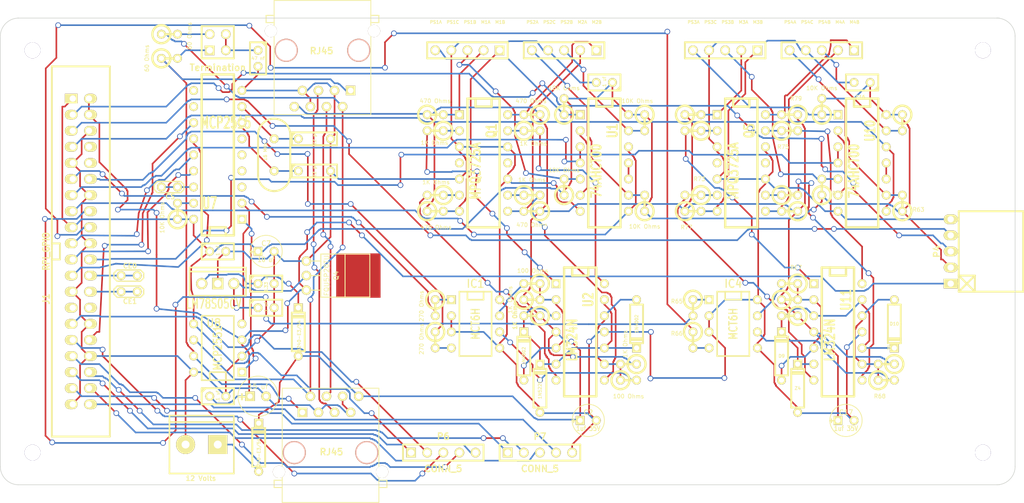
<source format=kicad_pcb>
(kicad_pcb (version 3) (host pcbnew "(2013-june-11)-stable")
  (layers (15 F.Cu signal) (0 B.Cu signal) (18 B.Paste user) (19 F.Paste user) (20 B.SilkS user) (21 F.SilkS user) (22 B.Mask user) (23 F.Mask user) (28 Edge.Cuts user))
  (net 0 "")
  (net 1 +12V)
  (net 2 +3.3V)
  (net 3 +5V)
  (net 4 "/CAN Transciver/CS")
  (net 5 "/CAN Transciver/Heat Sink Pad")
  (net 6 "/CAN Transciver/INT")
  (net 7 "/Stall Motors 1/M Select 2")
  (net 8 "/Stall Motors 1/MSelect 1")
  (net 9 "/Stall Motors 1/Motor 1 A")
  (net 10 "/Stall Motors 1/Motor 1 B")
  (net 11 "/Stall Motors 1/Motor 2 A")
  (net 12 "/Stall Motors 1/Motor 2 B")
  (net 13 "/Stall Motors 1/Point 1 A")
  (net 14 "/Stall Motors 1/Point 1 B")
  (net 15 "/Stall Motors 1/Point 2 A")
  (net 16 "/Stall Motors 1/Point 2 B")
  (net 17 "/Stall Motors 1/Point Sense 1")
  (net 18 "/Stall Motors 1/Point Sense 2")
  (net 19 "/Stall Motors 2/M Select 2")
  (net 20 "/Stall Motors 2/MSelect 1")
  (net 21 "/Stall Motors 2/Motor 1 A")
  (net 22 "/Stall Motors 2/Motor 1 B")
  (net 23 "/Stall Motors 2/Motor 2 A")
  (net 24 "/Stall Motors 2/Motor 2 B")
  (net 25 "/Stall Motors 2/Point 1 A")
  (net 26 "/Stall Motors 2/Point 1 B")
  (net 27 "/Stall Motors 2/Point 2 A")
  (net 28 "/Stall Motors 2/Point 2 B")
  (net 29 "/Stall Motors 2/Point Sense 1")
  (net 30 "/Stall Motors 2/Point Sense 2")
  (net 31 "/Wiring Pi 21")
  (net 32 "/Wiring Pi 22")
  (net 33 "/Wiring Pi 23")
  (net 34 "/Wiring Pi 24")
  (net 35 "/Wiring Pi 25")
  (net 36 "/Wiring Pi 27")
  (net 37 "/Wiring Pi 28")
  (net 38 "/Wiring Pi 29")
  (net 39 GND)
  (net 40 MISO)
  (net 41 MOSI)
  (net 42 N-00000100)
  (net 43 N-00000107)
  (net 44 N-00000108)
  (net 45 N-00000109)
  (net 46 N-00000110)
  (net 47 N-00000111)
  (net 48 N-00000112)
  (net 49 N-00000113)
  (net 50 N-00000115)
  (net 51 N-00000116)
  (net 52 N-00000117)
  (net 53 N-0000033)
  (net 54 N-0000034)
  (net 55 N-0000035)
  (net 56 N-0000036)
  (net 57 N-0000037)
  (net 58 N-0000038)
  (net 59 N-0000039)
  (net 60 N-0000040)
  (net 61 N-0000041)
  (net 62 N-0000043)
  (net 63 N-0000052)
  (net 64 N-0000053)
  (net 65 N-0000054)
  (net 66 N-0000055)
  (net 67 N-0000056)
  (net 68 N-0000057)
  (net 69 N-0000058)
  (net 70 N-000006)
  (net 71 N-0000065)
  (net 72 N-0000066)
  (net 73 N-0000068)
  (net 74 N-000007)
  (net 75 N-0000070)
  (net 76 N-0000071)
  (net 77 N-0000072)
  (net 78 N-0000073)
  (net 79 N-0000074)
  (net 80 N-0000075)
  (net 81 N-0000076)
  (net 82 N-0000078)
  (net 83 N-0000081)
  (net 84 N-0000091)
  (net 85 N-0000092)
  (net 86 N-0000093)
  (net 87 N-0000094)
  (net 88 N-0000095)
  (net 89 N-0000096)
  (net 90 N-0000097)
  (net 91 N-0000098)
  (net 92 N-0000099)
  (net 93 SCL)
  (net 94 SCLK)
  (net 95 SDA)
  (module vasch_strip_20x2 (layer F.Cu) (at 78.74 143.51 270)
    (fp_text reference J1 (at 7.5 5.461 270) (layer F.SilkS) (effects (font (size 1.016 1.016) (thickness 0.2032))))
    (fp_text value RPI_GPIO (at 0 5.461 270) (layer F.SilkS) (effects (font (size 1.016 0.889) (thickness 0.2032))))
    (pad 1 thru_hole rect (at -24.13 1.27 270) (size 1.524 1.99898) (drill 1.00076 (offset 0 0.24638)) (layers *.Cu *.Mask F.SilkS) (net 2 +3.3V))
    (pad 2 thru_hole oval (at -24.13 -1.27 270) (size 1.524 1.99898) (drill 1.00076 (offset 0 -0.24892)) (layers *.Cu *.Mask F.SilkS) (net 3 +5V))
    (pad 3 thru_hole oval (at -21.59 1.27 270) (size 1.524 1.99898) (drill 1.00076 (offset 0 0.24638)) (layers *.Cu *.Mask F.SilkS) (net 95 SDA))
    (pad 4 thru_hole oval (at -21.59 -1.27 270) (size 1.524 1.99898) (drill 1.00076 (offset 0 -0.24892)) (layers *.Cu *.Mask F.SilkS) (net 3 +5V))
    (pad 5 thru_hole oval (at -19.05 1.27 270) (size 1.524 1.99898) (drill 1.00076 (offset 0 0.24638)) (layers *.Cu *.Mask F.SilkS) (net 93 SCL))
    (pad 6 thru_hole oval (at -19.05 -1.27 270) (size 1.524 1.99898) (drill 1.00076 (offset 0 -0.24892)) (layers *.Cu *.Mask F.SilkS) (net 39 GND))
    (pad 7 thru_hole oval (at -16.51 1.27 270) (size 1.524 1.99898) (drill 1.00076 (offset 0 0.24638)) (layers *.Cu *.Mask F.SilkS) (net 30 "/Stall Motors 2/Point Sense 2"))
    (pad 8 thru_hole oval (at -16.51 -1.27 270) (size 1.524 1.99898) (drill 1.00076 (offset 0 -0.24892)) (layers *.Cu *.Mask F.SilkS))
    (pad 9 thru_hole oval (at -13.97 1.27 270) (size 1.524 1.99898) (drill 1.00076 (offset 0 0.24638)) (layers *.Cu *.Mask F.SilkS) (net 39 GND))
    (pad 10 thru_hole oval (at -13.97 -1.27 270) (size 1.524 1.99898) (drill 1.00076 (offset 0 -0.24892)) (layers *.Cu *.Mask F.SilkS))
    (pad 11 thru_hole oval (at -11.43 1.27 270) (size 1.524 1.99898) (drill 1.00076 (offset 0 0.24638)) (layers *.Cu *.Mask F.SilkS) (net 8 "/Stall Motors 1/MSelect 1"))
    (pad 12 thru_hole oval (at -11.43 -1.27 270) (size 1.524 1.99898) (drill 1.00076 (offset 0 -0.24892)) (layers *.Cu *.Mask F.SilkS) (net 7 "/Stall Motors 1/M Select 2"))
    (pad 13 thru_hole oval (at -8.89 1.27 270) (size 1.524 1.99898) (drill 1.00076 (offset 0 0.24638)) (layers *.Cu *.Mask F.SilkS) (net 17 "/Stall Motors 1/Point Sense 1"))
    (pad 14 thru_hole oval (at -8.89 -1.27 270) (size 1.524 1.99898) (drill 1.00076 (offset 0 -0.24892)) (layers *.Cu *.Mask F.SilkS) (net 39 GND))
    (pad 15 thru_hole oval (at -6.35 1.27 270) (size 1.524 1.99898) (drill 1.00076 (offset 0 0.24638)) (layers *.Cu *.Mask F.SilkS) (net 18 "/Stall Motors 1/Point Sense 2"))
    (pad 16 thru_hole oval (at -6.35 -1.27 270) (size 1.524 1.99898) (drill 1.00076 (offset 0 -0.24892)) (layers *.Cu *.Mask F.SilkS) (net 20 "/Stall Motors 2/MSelect 1"))
    (pad 17 thru_hole oval (at -3.81 1.27 270) (size 1.524 1.99898) (drill 1.00076 (offset 0 0.24638)) (layers *.Cu *.Mask F.SilkS) (net 2 +3.3V))
    (pad 18 thru_hole oval (at -3.81 -1.27 270) (size 1.524 1.99898) (drill 1.00076 (offset 0 -0.24892)) (layers *.Cu *.Mask F.SilkS) (net 19 "/Stall Motors 2/M Select 2"))
    (pad 19 thru_hole oval (at -1.27 1.27 270) (size 1.524 1.99898) (drill 1.00076 (offset 0 0.24638)) (layers *.Cu *.Mask F.SilkS) (net 41 MOSI))
    (pad 20 thru_hole oval (at -1.27 -1.27 270) (size 1.524 1.99898) (drill 1.00076 (offset 0 -0.24892)) (layers *.Cu *.Mask F.SilkS) (net 39 GND))
    (pad 21 thru_hole oval (at 1.27 1.27 270) (size 1.524 1.99898) (drill 1.00076 (offset 0 0.24638)) (layers *.Cu *.Mask F.SilkS) (net 40 MISO))
    (pad 22 thru_hole oval (at 1.27 -1.27 270) (size 1.524 1.99898) (drill 1.00076 (offset 0 -0.24892)) (layers *.Cu *.Mask F.SilkS) (net 29 "/Stall Motors 2/Point Sense 1"))
    (pad 23 thru_hole oval (at 3.81 1.27 270) (size 1.524 1.99898) (drill 1.00076 (offset 0 0.24638)) (layers *.Cu *.Mask F.SilkS) (net 94 SCLK))
    (pad 24 thru_hole oval (at 3.81 -1.27 270) (size 1.524 1.99898) (drill 1.00076 (offset 0 -0.24892)) (layers *.Cu *.Mask F.SilkS) (net 70 N-000006))
    (pad 25 thru_hole oval (at 6.35 1.27 270) (size 1.524 1.99898) (drill 1.00076 (offset 0 0.24638)) (layers *.Cu *.Mask F.SilkS) (net 39 GND))
    (pad 26 thru_hole oval (at 6.35 -1.27 270) (size 1.524 1.99898) (drill 1.00076 (offset 0 -0.24892)) (layers *.Cu *.Mask F.SilkS) (net 74 N-000007))
    (pad 27 thru_hole oval (at 8.89 1.27 270) (size 1.524 1.99898) (drill 1.00076 (offset 0 0.24638)) (layers *.Cu *.Mask F.SilkS))
    (pad 28 thru_hole oval (at 8.89 -1.27 270) (size 1.524 1.99898) (drill 1.00076 (offset 0 -0.24892)) (layers *.Cu *.Mask F.SilkS))
    (pad 29 thru_hole oval (at 11.43 1.27 270) (size 1.524 1.99898) (drill 1.00076 (offset 0 0.24638)) (layers *.Cu *.Mask F.SilkS) (net 31 "/Wiring Pi 21"))
    (pad 30 thru_hole oval (at 11.43 -1.27 270) (size 1.524 1.99898) (drill 1.00076 (offset 0 -0.24892)) (layers *.Cu *.Mask F.SilkS) (net 39 GND))
    (pad 31 thru_hole oval (at 13.97 1.27 270) (size 1.524 1.99898) (drill 1.00076 (offset 0 0.24638)) (layers *.Cu *.Mask F.SilkS) (net 32 "/Wiring Pi 22"))
    (pad 32 thru_hole oval (at 13.97 -1.27 270) (size 1.524 1.99898) (drill 1.00076 (offset 0 -0.24892)) (layers *.Cu *.Mask F.SilkS) (net 6 "/CAN Transciver/INT"))
    (pad 33 thru_hole oval (at 16.51 1.27 270) (size 1.524 1.99898) (drill 1.00076 (offset 0 0.24638)) (layers *.Cu *.Mask F.SilkS) (net 33 "/Wiring Pi 23"))
    (pad 34 thru_hole oval (at 16.51 -1.27 270) (size 1.524 1.99898) (drill 1.00076 (offset 0 -0.24892)) (layers *.Cu *.Mask F.SilkS) (net 39 GND))
    (pad 35 thru_hole oval (at 19.05 1.27 270) (size 1.524 1.99898) (drill 1.00076 (offset 0 0.24638)) (layers *.Cu *.Mask F.SilkS) (net 34 "/Wiring Pi 24"))
    (pad 36 thru_hole oval (at 19.05 -1.27 270) (size 1.524 1.99898) (drill 1.00076 (offset 0 -0.24892)) (layers *.Cu *.Mask F.SilkS) (net 36 "/Wiring Pi 27"))
    (pad 37 thru_hole oval (at 21.59 1.27 270) (size 1.524 1.99898) (drill 1.00076 (offset 0 0.24638)) (layers *.Cu *.Mask F.SilkS) (net 35 "/Wiring Pi 25"))
    (pad 38 thru_hole oval (at 21.59 -1.27 270) (size 1.524 1.99898) (drill 1.00076 (offset 0 -0.24892)) (layers *.Cu *.Mask F.SilkS) (net 37 "/Wiring Pi 28"))
    (pad 39 thru_hole oval (at 24.13 1.27 270) (size 1.524 1.99898) (drill 1.00076 (offset 0 0.24638)) (layers *.Cu *.Mask F.SilkS) (net 39 GND))
    (pad 40 thru_hole oval (at 24.13 -1.27 270) (size 1.524 1.99898) (drill 1.00076 (offset 0 -0.24892)) (layers *.Cu *.Mask F.SilkS) (net 38 "/Wiring Pi 29"))
  )
  (module TO-251-3 (layer F.Cu) (at 114.3 147.32 270)
    (fp_text reference Q4 (at 0 -4.7 270) (layer F.SilkS) (effects (font (size 0.75 0.75) (thickness 0.1))))
    (fp_text value FQU5P20TU (at 0 -3.2 270) (layer F.SilkS) (effects (font (size 0.75 0.75) (thickness 0.1))))
    (pad D thru_hole circle (at 0 0) (size 1.5 1.5) (drill 0.9) (layers *.Cu *.Mask F.SilkS) (net 52 N-00000117))
    (pad G thru_hole circle (at -2.29 0) (size 1.5 1.5) (drill 0.9) (layers *.Cu *.Mask F.SilkS) (net 39 GND))
    (pad S thru_hole circle (at 2.29 0) (size 1.5 1.5) (drill 0.9) (layers *.Cu *.Mask F.SilkS) (net 3 +5V))
    (pad 4 smd rect (at 0 -8.2) (size 7 7) (layers F.Cu F.Paste F.Mask) (net 5 "/CAN Transciver/Heat Sink Pad"))
  )
  (module TESTPOINT (layer F.Cu) (at 86.36 147.32)
    (fp_text reference P1 hide)
    (fp_text value CE0 (at 0.127 -1.524) (layer F.SilkS) (effects (font (size 0.762 0.762) (thickness 0.1524))))
    (pad 1 thru_hole circle (at -1.27 0) (size 1.397 1.397) (drill 0.8128) (layers *.Cu *.Mask F.SilkS) (net 70 N-000006))
    (pad 1 thru_hole circle (at 1.27 0) (size 1.397 1.397) (drill 0.8128) (layers *.Cu *.Mask F.SilkS) (net 70 N-000006))
  )
  (module TESTPOINT (layer F.Cu) (at 86.36 149.86)
    (fp_text reference P2 hide)
    (fp_text value CE1 (at 0.127 1.524) (layer F.SilkS) (effects (font (size 0.762 0.762) (thickness 0.1524))))
    (pad 1 thru_hole circle (at -1.27 0) (size 1.397 1.397) (drill 0.8128) (layers *.Cu *.Mask F.SilkS) (net 74 N-000007))
    (pad 1 thru_hole circle (at 1.27 0) (size 1.397 1.397) (drill 0.8128) (layers *.Cu *.Mask F.SilkS) (net 74 N-000007))
  )
  (module TESTPOINT (layer F.Cu) (at 92.71 133.35)
    (fp_text reference P3 hide)
    (fp_text value CS (at 0.127 1.524) (layer F.SilkS) (effects (font (size 0.762 0.762) (thickness 0.1524))))
    (pad 1 thru_hole circle (at -1.27 0) (size 1.397 1.397) (drill 0.8128) (layers *.Cu *.Mask F.SilkS) (net 4 "/CAN Transciver/CS"))
    (pad 1 thru_hole circle (at 1.27 0) (size 1.397 1.397) (drill 0.8128) (layers *.Cu *.Mask F.SilkS) (net 4 "/CAN Transciver/CS"))
  )
  (module ScrewTerm_2.54-5 (layer F.Cu) (at 195.58 111.76 180)
    (fp_text reference T12 hide)
    (fp_text value "PS4A  PS4C  PS4B  M4A  M4B" (at 0 4.445 180) (layer F.SilkS) (effects (font (size 0.5 0.5) (thickness 0.1016))))
    (pad 1 thru_hole rect (at -5.08 0) (size 1.524 1.524) (drill 1.016) (layers *.Cu *.Mask F.SilkS) (net 24 "/Stall Motors 2/Motor 2 B"))
    (pad 2 thru_hole circle (at -2.54 0) (size 1.524 1.524) (drill 1.016) (layers *.Cu *.Mask F.SilkS) (net 23 "/Stall Motors 2/Motor 2 A"))
    (pad 3 thru_hole circle (at 0 0) (size 1.524 1.524) (drill 1.016) (layers *.Cu *.Mask F.SilkS) (net 28 "/Stall Motors 2/Point 2 B"))
    (pad 4 thru_hole circle (at 2.54 0) (size 1.524 1.524) (drill 1.016) (layers *.Cu *.Mask F.SilkS) (net 39 GND))
    (pad 5 thru_hole circle (at 5.08 0) (size 1.524 1.524) (drill 1.016) (layers *.Cu *.Mask F.SilkS) (net 27 "/Stall Motors 2/Point 2 A"))
  )
  (module ScrewTerm_2.54-5 (layer F.Cu) (at 180.34 111.76 180)
    (fp_text reference T11 hide)
    (fp_text value "PS3A  PS3C  PS3B  M3A  M3B" (at 0 4.445 180) (layer F.SilkS) (effects (font (size 0.5 0.5) (thickness 0.1016))))
    (pad 1 thru_hole rect (at -5.08 0) (size 1.524 1.524) (drill 1.016) (layers *.Cu *.Mask F.SilkS) (net 22 "/Stall Motors 2/Motor 1 B"))
    (pad 2 thru_hole circle (at -2.54 0) (size 1.524 1.524) (drill 1.016) (layers *.Cu *.Mask F.SilkS) (net 21 "/Stall Motors 2/Motor 1 A"))
    (pad 3 thru_hole circle (at 0 0) (size 1.524 1.524) (drill 1.016) (layers *.Cu *.Mask F.SilkS) (net 26 "/Stall Motors 2/Point 1 B"))
    (pad 4 thru_hole circle (at 2.54 0) (size 1.524 1.524) (drill 1.016) (layers *.Cu *.Mask F.SilkS) (net 39 GND))
    (pad 5 thru_hole circle (at 5.08 0) (size 1.524 1.524) (drill 1.016) (layers *.Cu *.Mask F.SilkS) (net 25 "/Stall Motors 2/Point 1 A"))
  )
  (module ScrewTerm_2.54-5 (layer F.Cu) (at 139.7 111.76 180)
    (fp_text reference T1 hide)
    (fp_text value "PS1A  PS1C  PS1B  M1A  M1B" (at 0 4.445 180) (layer F.SilkS) (effects (font (size 0.5 0.5) (thickness 0.1016))))
    (pad 1 thru_hole rect (at -5.08 0) (size 1.524 1.524) (drill 1.016) (layers *.Cu *.Mask F.SilkS) (net 10 "/Stall Motors 1/Motor 1 B"))
    (pad 2 thru_hole circle (at -2.54 0) (size 1.524 1.524) (drill 1.016) (layers *.Cu *.Mask F.SilkS) (net 9 "/Stall Motors 1/Motor 1 A"))
    (pad 3 thru_hole circle (at 0 0) (size 1.524 1.524) (drill 1.016) (layers *.Cu *.Mask F.SilkS) (net 14 "/Stall Motors 1/Point 1 B"))
    (pad 4 thru_hole circle (at 2.54 0) (size 1.524 1.524) (drill 1.016) (layers *.Cu *.Mask F.SilkS) (net 39 GND))
    (pad 5 thru_hole circle (at 5.08 0) (size 1.524 1.524) (drill 1.016) (layers *.Cu *.Mask F.SilkS) (net 13 "/Stall Motors 1/Point 1 A"))
  )
  (module ScrewTerm_2.54-5 (layer F.Cu) (at 154.94 111.76 180)
    (fp_text reference T2 hide)
    (fp_text value "PS2A  PS2C  PS2B  M2A  M2B" (at 0 4.445 180) (layer F.SilkS) (effects (font (size 0.5 0.5) (thickness 0.1016))))
    (pad 1 thru_hole rect (at -5.08 0) (size 1.524 1.524) (drill 1.016) (layers *.Cu *.Mask F.SilkS) (net 12 "/Stall Motors 1/Motor 2 B"))
    (pad 2 thru_hole circle (at -2.54 0) (size 1.524 1.524) (drill 1.016) (layers *.Cu *.Mask F.SilkS) (net 11 "/Stall Motors 1/Motor 2 A"))
    (pad 3 thru_hole circle (at 0 0) (size 1.524 1.524) (drill 1.016) (layers *.Cu *.Mask F.SilkS) (net 16 "/Stall Motors 1/Point 2 B"))
    (pad 4 thru_hole circle (at 2.54 0) (size 1.524 1.524) (drill 1.016) (layers *.Cu *.Mask F.SilkS) (net 39 GND))
    (pad 5 thru_hole circle (at 5.08 0) (size 1.524 1.524) (drill 1.016) (layers *.Cu *.Mask F.SilkS) (net 15 "/Stall Motors 1/Point 2 A"))
  )
  (module RJ45_8N-S (layer F.Cu) (at 118.11 175.26)
    (fp_text reference J3 hide)
    (fp_text value RJ45 (at 0.14224 -0.1016) (layer F.SilkS) (effects (font (size 1.00076 1.00076) (thickness 0.2032))))
    (pad "" np_thru_hole circle (at 5.715 0) (size 3.64998 3.64998) (drill 3.2512) (layers *.Cu *.SilkS *.Mask))
    (pad "" np_thru_hole circle (at -5.715 0) (size 3.64998 3.64998) (drill 3.2512) (layers *.Cu *.SilkS *.Mask))
    (pad 1 thru_hole rect (at -4.445 -6.35) (size 1.50114 1.50114) (drill 0.89916) (layers *.Cu *.Mask F.SilkS) (net 46 N-00000110))
    (pad 2 thru_hole circle (at -3.175 -8.89) (size 1.50114 1.50114) (drill 0.89916) (layers *.Cu *.Mask F.SilkS) (net 45 N-00000109))
    (pad 3 thru_hole circle (at -1.905 -6.35) (size 1.50114 1.50114) (drill 0.89916) (layers *.Cu *.Mask F.SilkS) (net 39 GND))
    (pad 4 thru_hole circle (at -0.635 -8.89) (size 1.50114 1.50114) (drill 0.89916) (layers *.Cu *.Mask F.SilkS) (net 44 N-00000108))
    (pad 5 thru_hole circle (at 0.635 -6.35) (size 1.50114 1.50114) (drill 0.89916) (layers *.Cu *.Mask F.SilkS) (net 43 N-00000107))
    (pad 6 thru_hole circle (at 1.905 -8.89) (size 1.50114 1.50114) (drill 0.89916) (layers *.Cu *.Mask F.SilkS) (net 39 GND))
    (pad 7 thru_hole circle (at 3.175 -6.35) (size 1.50114 1.50114) (drill 0.89916) (layers *.Cu *.Mask F.SilkS) (net 39 GND))
    (pad 8 thru_hole circle (at 4.445 -8.89) (size 1.50114 1.50114) (drill 0.89916) (layers *.Cu *.Mask F.SilkS) (net 1 +12V))
    (pad "" thru_hole circle (at -8.128 3.048) (size 1.9304 1.9304) (drill 1.9304) (layers *.Cu *.Mask F.SilkS))
    (pad "" thru_hole circle (at 8.128 3.048) (size 1.9304 1.9304) (drill 1.9304) (layers *.Cu *.Mask F.SilkS))
  )
  (module RJ45_8N-S (layer F.Cu) (at 116.84 111.76 180)
    (fp_text reference J4 hide)
    (fp_text value RJ45 (at 0.14224 -0.1016 360) (layer F.SilkS) (effects (font (size 1.00076 1.00076) (thickness 0.2032))))
    (pad "" np_thru_hole circle (at 5.715 0) (size 3.64998 3.64998) (drill 3.2512) (layers *.Cu *.SilkS *.Mask))
    (pad "" np_thru_hole circle (at -5.715 0) (size 3.64998 3.64998) (drill 3.2512) (layers *.Cu *.SilkS *.Mask))
    (pad 1 thru_hole rect (at -4.445 -6.35) (size 1.50114 1.50114) (drill 0.89916) (layers *.Cu *.Mask F.SilkS) (net 46 N-00000110))
    (pad 2 thru_hole circle (at -3.175 -8.89) (size 1.50114 1.50114) (drill 0.89916) (layers *.Cu *.Mask F.SilkS) (net 45 N-00000109))
    (pad 3 thru_hole circle (at -1.905 -6.35) (size 1.50114 1.50114) (drill 0.89916) (layers *.Cu *.Mask F.SilkS) (net 39 GND))
    (pad 4 thru_hole circle (at -0.635 -8.89) (size 1.50114 1.50114) (drill 0.89916) (layers *.Cu *.Mask F.SilkS) (net 44 N-00000108))
    (pad 5 thru_hole circle (at 0.635 -6.35) (size 1.50114 1.50114) (drill 0.89916) (layers *.Cu *.Mask F.SilkS) (net 43 N-00000107))
    (pad 6 thru_hole circle (at 1.905 -8.89) (size 1.50114 1.50114) (drill 0.89916) (layers *.Cu *.Mask F.SilkS) (net 39 GND))
    (pad 7 thru_hole circle (at 3.175 -6.35) (size 1.50114 1.50114) (drill 0.89916) (layers *.Cu *.Mask F.SilkS) (net 39 GND))
    (pad 8 thru_hole circle (at 4.445 -8.89) (size 1.50114 1.50114) (drill 0.89916) (layers *.Cu *.Mask F.SilkS) (net 1 +12V))
    (pad "" thru_hole circle (at -8.128 3.048) (size 1.9304 1.9304) (drill 1.9304) (layers *.Cu *.Mask F.SilkS))
    (pad "" thru_hole circle (at 8.128 3.048) (size 1.9304 1.9304) (drill 1.9304) (layers *.Cu *.Mask F.SilkS))
  )
  (module R1 (layer F.Cu) (at 175.26 124.46 180)
    (fp_text reference R72 (at -1.016 2.54 360) (layer F.SilkS) (effects (font (size 0.635 0.635) (thickness 0.1016))))
    (fp_text value "1K Ohms" hide)
    (pad 1 thru_hole circle (at -1.27 0) (size 1.397 1.397) (drill 0.8128) (layers *.Cu *.Mask F.SilkS) (net 84 N-0000091))
    (pad 2 thru_hole circle (at 1.27 0) (size 1.397 1.397) (drill 0.8128) (layers *.Cu *.Mask F.SilkS) (net 83 N-0000081))
  )
  (module R1 (layer F.Cu) (at 175.26 121.92)
    (fp_text reference R76 (at -1.016 2.54) (layer F.SilkS) (effects (font (size 0.635 0.635) (thickness 0.1016))))
    (fp_text value "470 Ohms" hide)
    (pad 1 thru_hole circle (at -1.27 0) (size 1.397 1.397) (drill 0.8128) (layers *.Cu *.Mask F.SilkS) (net 1 +12V))
    (pad 2 thru_hole circle (at 1.27 0) (size 1.397 1.397) (drill 0.8128) (layers *.Cu *.Mask F.SilkS) (net 21 "/Stall Motors 2/Motor 1 A"))
  )
  (module R1 (layer F.Cu) (at 190.5 148.59 180)
    (fp_text reference R67 (at -1.016 2.54 360) (layer F.SilkS) (effects (font (size 0.635 0.635) (thickness 0.1016))))
    (fp_text value "100 Ohms" hide)
    (pad 1 thru_hole circle (at -1.27 0) (size 1.397 1.397) (drill 0.8128) (layers *.Cu *.Mask F.SilkS) (net 76 N-0000071))
    (pad 2 thru_hole circle (at 1.27 0) (size 1.397 1.397) (drill 0.8128) (layers *.Cu *.Mask F.SilkS) (net 71 N-0000065))
  )
  (module R1 (layer F.Cu) (at 190.5 151.13)
    (fp_text reference R69 (at -1.016 2.54) (layer F.SilkS) (effects (font (size 0.635 0.635) (thickness 0.1016))))
    (fp_text value "1K Ohms" hide)
    (pad 1 thru_hole circle (at -1.27 0) (size 1.397 1.397) (drill 0.8128) (layers *.Cu *.Mask F.SilkS) (net 1 +12V))
    (pad 2 thru_hole circle (at 1.27 0) (size 1.397 1.397) (drill 0.8128) (layers *.Cu *.Mask F.SilkS) (net 76 N-0000071))
  )
  (module R1 (layer F.Cu) (at 190.5 153.67 180)
    (fp_text reference R71 (at -1.016 2.54 360) (layer F.SilkS) (effects (font (size 0.635 0.635) (thickness 0.1016))))
    (fp_text value "1K Ohms" hide)
    (pad 1 thru_hole circle (at -1.27 0) (size 1.397 1.397) (drill 0.8128) (layers *.Cu *.Mask F.SilkS) (net 1 +12V))
    (pad 2 thru_hole circle (at 1.27 0) (size 1.397 1.397) (drill 0.8128) (layers *.Cu *.Mask F.SilkS) (net 77 N-0000072))
  )
  (module R1 (layer F.Cu) (at 205.74 163.83)
    (fp_text reference R68 (at -1.016 2.54) (layer F.SilkS) (effects (font (size 0.635 0.635) (thickness 0.1016))))
    (fp_text value "100 Ohms" hide)
    (pad 1 thru_hole circle (at -1.27 0) (size 1.397 1.397) (drill 0.8128) (layers *.Cu *.Mask F.SilkS) (net 75 N-0000070))
    (pad 2 thru_hole circle (at 1.27 0) (size 1.397 1.397) (drill 0.8128) (layers *.Cu *.Mask F.SilkS) (net 80 N-0000075))
  )
  (module R1 (layer F.Cu) (at 208.28 123.19 270)
    (fp_text reference R64 (at -1.016 2.54 360) (layer F.SilkS) (effects (font (size 0.635 0.635) (thickness 0.1016))))
    (fp_text value "10K Ohms" hide)
    (pad 1 thru_hole circle (at -1.27 0) (size 1.397 1.397) (drill 0.8128) (layers *.Cu *.Mask F.SilkS) (net 2 +3.3V))
    (pad 2 thru_hole circle (at 1.27 0) (size 1.397 1.397) (drill 0.8128) (layers *.Cu *.Mask F.SilkS) (net 28 "/Stall Motors 2/Point 2 B"))
  )
  (module R1 (layer F.Cu) (at 208.28 135.89 90)
    (fp_text reference R63 (at -1.016 2.54 360) (layer F.SilkS) (effects (font (size 0.635 0.635) (thickness 0.1016))))
    (fp_text value "10K Ohms" hide)
    (pad 1 thru_hole circle (at -1.27 0) (size 1.397 1.397) (drill 0.8128) (layers *.Cu *.Mask F.SilkS) (net 2 +3.3V))
    (pad 2 thru_hole circle (at 1.27 0) (size 1.397 1.397) (drill 0.8128) (layers *.Cu *.Mask F.SilkS) (net 27 "/Stall Motors 2/Point 2 A"))
  )
  (module R1 (layer F.Cu) (at 195.58 133.35 90)
    (fp_text reference R62 (at -1.016 2.54 360) (layer F.SilkS) (effects (font (size 0.635 0.635) (thickness 0.1016))))
    (fp_text value "10K Ohms" hide)
    (pad 1 thru_hole circle (at -1.27 0) (size 1.397 1.397) (drill 0.8128) (layers *.Cu *.Mask F.SilkS) (net 2 +3.3V))
    (pad 2 thru_hole circle (at 1.27 0) (size 1.397 1.397) (drill 0.8128) (layers *.Cu *.Mask F.SilkS) (net 26 "/Stall Motors 2/Point 1 B"))
  )
  (module R1 (layer F.Cu) (at 195.58 120.65 90)
    (fp_text reference R61 hide)
    (fp_text value "10K Ohms" (at 2.921 0 180) (layer F.SilkS) (effects (font (size 0.635 0.635) (thickness 0.1016))))
    (pad 1 thru_hole circle (at -1.27 0) (size 1.397 1.397) (drill 0.8128) (layers *.Cu *.Mask F.SilkS) (net 25 "/Stall Motors 2/Point 1 A"))
    (pad 2 thru_hole circle (at 1.27 0) (size 1.397 1.397) (drill 0.8128) (layers *.Cu *.Mask F.SilkS) (net 2 +3.3V))
  )
  (module R1 (layer F.Cu) (at 175.26 157.48 270)
    (fp_text reference R66 (at -1.016 2.54 360) (layer F.SilkS) (effects (font (size 0.635 0.635) (thickness 0.1016))))
    (fp_text value "270 Ohms" hide)
    (pad 1 thru_hole circle (at -1.27 0) (size 1.397 1.397) (drill 0.8128) (layers *.Cu *.Mask F.SilkS) (net 19 "/Stall Motors 2/M Select 2"))
    (pad 2 thru_hole circle (at 1.27 0) (size 1.397 1.397) (drill 0.8128) (layers *.Cu *.Mask F.SilkS) (net 78 N-0000073))
  )
  (module R1 (layer F.Cu) (at 175.26 152.4 270)
    (fp_text reference R65 (at -1.016 2.54 360) (layer F.SilkS) (effects (font (size 0.635 0.635) (thickness 0.1016))))
    (fp_text value "270 Ohms" hide)
    (pad 1 thru_hole circle (at -1.27 0) (size 1.397 1.397) (drill 0.8128) (layers *.Cu *.Mask F.SilkS) (net 79 N-0000074))
    (pad 2 thru_hole circle (at 1.27 0) (size 1.397 1.397) (drill 0.8128) (layers *.Cu *.Mask F.SilkS) (net 20 "/Stall Motors 2/MSelect 1"))
  )
  (module R1 (layer F.Cu) (at 205.74 161.29 180)
    (fp_text reference R70 (at -1.016 2.54 360) (layer F.SilkS) (effects (font (size 0.635 0.635) (thickness 0.1016))))
    (fp_text value "1K Ohms" hide)
    (pad 1 thru_hole circle (at -1.27 0) (size 1.397 1.397) (drill 0.8128) (layers *.Cu *.Mask F.SilkS) (net 1 +12V))
    (pad 2 thru_hole circle (at 1.27 0) (size 1.397 1.397) (drill 0.8128) (layers *.Cu *.Mask F.SilkS) (net 75 N-0000070))
  )
  (module R1 (layer F.Cu) (at 92.71 113.03)
    (fp_text reference R59 hide)
    (fp_text value "60 Ohms" (at -3.556 0 90) (layer F.SilkS) (effects (font (size 0.635 0.635) (thickness 0.1016))))
    (pad 1 thru_hole circle (at -1.27 0) (size 1.397 1.397) (drill 0.8128) (layers *.Cu *.Mask F.SilkS) (net 46 N-00000110))
    (pad 2 thru_hole circle (at 1.27 0) (size 1.397 1.397) (drill 0.8128) (layers *.Cu *.Mask F.SilkS) (net 48 N-00000112))
  )
  (module R1 (layer F.Cu) (at 92.71 109.22)
    (fp_text reference R60 hide)
    (fp_text value "60 Ohms" (at 3.175 0.254 90) (layer F.SilkS) (effects (font (size 0.635 0.635) (thickness 0.1016))))
    (pad 1 thru_hole circle (at -1.27 0) (size 1.397 1.397) (drill 0.8128) (layers *.Cu *.Mask F.SilkS) (net 45 N-00000109))
    (pad 2 thru_hole circle (at 1.27 0) (size 1.397 1.397) (drill 0.8128) (layers *.Cu *.Mask F.SilkS) (net 49 N-00000113))
  )
  (module R1 (layer F.Cu) (at 190.5 124.46)
    (fp_text reference R75 (at -1.016 2.54) (layer F.SilkS) (effects (font (size 0.635 0.635) (thickness 0.1016))))
    (fp_text value "1K Ohms" hide)
    (pad 1 thru_hole circle (at -1.27 0) (size 1.397 1.397) (drill 0.8128) (layers *.Cu *.Mask F.SilkS) (net 87 N-0000094))
    (pad 2 thru_hole circle (at 1.27 0) (size 1.397 1.397) (drill 0.8128) (layers *.Cu *.Mask F.SilkS) (net 72 N-0000066))
  )
  (module R1 (layer F.Cu) (at 190.5 134.62)
    (fp_text reference R74 (at -1.016 2.54) (layer F.SilkS) (effects (font (size 0.635 0.635) (thickness 0.1016))))
    (fp_text value "1K Ohms" hide)
    (pad 1 thru_hole circle (at -1.27 0) (size 1.397 1.397) (drill 0.8128) (layers *.Cu *.Mask F.SilkS) (net 86 N-0000093))
    (pad 2 thru_hole circle (at 1.27 0) (size 1.397 1.397) (drill 0.8128) (layers *.Cu *.Mask F.SilkS) (net 73 N-0000068))
  )
  (module R1 (layer F.Cu) (at 93.98 137.16 90)
    (fp_text reference R58 hide)
    (fp_text value "10K Ohms" (at -1.016 -2.413 90) (layer F.SilkS) (effects (font (size 0.635 0.635) (thickness 0.1016))))
    (pad 1 thru_hole circle (at -1.27 0) (size 1.397 1.397) (drill 0.8128) (layers *.Cu *.Mask F.SilkS) (net 2 +3.3V))
    (pad 2 thru_hole circle (at 1.27 0) (size 1.397 1.397) (drill 0.8128) (layers *.Cu *.Mask F.SilkS) (net 89 N-0000096))
  )
  (module R1 (layer F.Cu) (at 175.26 134.62 180)
    (fp_text reference R73 (at -1.016 2.54 360) (layer F.SilkS) (effects (font (size 0.635 0.635) (thickness 0.1016))))
    (fp_text value "1K Ohms" hide)
    (pad 1 thru_hole circle (at -1.27 0) (size 1.397 1.397) (drill 0.8128) (layers *.Cu *.Mask F.SilkS) (net 85 N-0000092))
    (pad 2 thru_hole circle (at 1.27 0) (size 1.397 1.397) (drill 0.8128) (layers *.Cu *.Mask F.SilkS) (net 82 N-0000078))
  )
  (module R1 (layer F.Cu) (at 190.5 121.92 180)
    (fp_text reference R79 (at -1.016 2.54 360) (layer F.SilkS) (effects (font (size 0.635 0.635) (thickness 0.1016))))
    (fp_text value "470 Ohms" hide)
    (pad 1 thru_hole circle (at -1.27 0) (size 1.397 1.397) (drill 0.8128) (layers *.Cu *.Mask F.SilkS) (net 1 +12V))
    (pad 2 thru_hole circle (at 1.27 0) (size 1.397 1.397) (drill 0.8128) (layers *.Cu *.Mask F.SilkS) (net 24 "/Stall Motors 2/Motor 2 B"))
  )
  (module R1 (layer F.Cu) (at 149.86 153.67 180)
    (fp_text reference R11 hide)
    (fp_text value "1K Ohms" (at 2.667 0 270) (layer F.SilkS) (effects (font (size 0.635 0.635) (thickness 0.2032))))
    (pad 1 thru_hole circle (at -1.27 0) (size 1.397 1.397) (drill 0.8128) (layers *.Cu *.Mask F.SilkS) (net 1 +12V))
    (pad 2 thru_hole circle (at 1.27 0) (size 1.397 1.397) (drill 0.8128) (layers *.Cu *.Mask F.SilkS) (net 69 N-0000058))
  )
  (module R1 (layer F.Cu) (at 149.86 151.13)
    (fp_text reference R9 hide)
    (fp_text value "1K Ohms" (at -3.429 0 90) (layer F.SilkS) (effects (font (size 0.635 0.635) (thickness 0.1016))))
    (pad 1 thru_hole circle (at -1.27 0) (size 1.397 1.397) (drill 0.8128) (layers *.Cu *.Mask F.SilkS) (net 1 +12V))
    (pad 2 thru_hole circle (at 1.27 0) (size 1.397 1.397) (drill 0.8128) (layers *.Cu *.Mask F.SilkS) (net 68 N-0000057))
  )
  (module R1 (layer F.Cu) (at 149.86 148.59 180)
    (fp_text reference R7 hide)
    (fp_text value "100 Ohms" (at -0.127 2.032 180) (layer F.SilkS) (effects (font (size 0.635 0.635) (thickness 0.1016))))
    (pad 1 thru_hole circle (at -1.27 0) (size 1.397 1.397) (drill 0.8128) (layers *.Cu *.Mask F.SilkS) (net 68 N-0000057))
    (pad 2 thru_hole circle (at 1.27 0) (size 1.397 1.397) (drill 0.8128) (layers *.Cu *.Mask F.SilkS) (net 65 N-0000054))
  )
  (module R1 (layer F.Cu) (at 190.5 137.16 180)
    (fp_text reference R78 (at -1.016 2.54 360) (layer F.SilkS) (effects (font (size 0.635 0.635) (thickness 0.1016))))
    (fp_text value "470 Ohms" hide)
    (pad 1 thru_hole circle (at -1.27 0) (size 1.397 1.397) (drill 0.8128) (layers *.Cu *.Mask F.SilkS) (net 1 +12V))
    (pad 2 thru_hole circle (at 1.27 0) (size 1.397 1.397) (drill 0.8128) (layers *.Cu *.Mask F.SilkS) (net 23 "/Stall Motors 2/Motor 2 A"))
  )
  (module R1 (layer F.Cu) (at 149.86 121.92 180)
    (fp_text reference R19 hide)
    (fp_text value "470 Ohms" (at 0.127 2.159 180) (layer F.SilkS) (effects (font (size 0.635 0.635) (thickness 0.1016))))
    (pad 1 thru_hole circle (at -1.27 0) (size 1.397 1.397) (drill 0.8128) (layers *.Cu *.Mask F.SilkS) (net 1 +12V))
    (pad 2 thru_hole circle (at 1.27 0) (size 1.397 1.397) (drill 0.8128) (layers *.Cu *.Mask F.SilkS) (net 12 "/Stall Motors 1/Motor 2 B"))
  )
  (module R1 (layer F.Cu) (at 149.86 137.16 180)
    (fp_text reference R18 hide)
    (fp_text value "470 Ohms" (at 0 -2.159 180) (layer F.SilkS) (effects (font (size 0.635 0.635) (thickness 0.1016))))
    (pad 1 thru_hole circle (at -1.27 0) (size 1.397 1.397) (drill 0.8128) (layers *.Cu *.Mask F.SilkS) (net 1 +12V))
    (pad 2 thru_hole circle (at 1.27 0) (size 1.397 1.397) (drill 0.8128) (layers *.Cu *.Mask F.SilkS) (net 11 "/Stall Motors 1/Motor 2 A"))
  )
  (module R1 (layer F.Cu) (at 134.62 137.16)
    (fp_text reference R17 hide)
    (fp_text value "470 Ohms" (at 0.127 2.54) (layer F.SilkS) (effects (font (size 0.635 0.635) (thickness 0.1016))))
    (pad 1 thru_hole circle (at -1.27 0) (size 1.397 1.397) (drill 0.8128) (layers *.Cu *.Mask F.SilkS) (net 1 +12V))
    (pad 2 thru_hole circle (at 1.27 0) (size 1.397 1.397) (drill 0.8128) (layers *.Cu *.Mask F.SilkS) (net 10 "/Stall Motors 1/Motor 1 B"))
  )
  (module R1 (layer F.Cu) (at 134.62 121.92)
    (fp_text reference R16 hide)
    (fp_text value "470 Ohms" (at 0 -2.159) (layer F.SilkS) (effects (font (size 0.635 0.635) (thickness 0.1016))))
    (pad 1 thru_hole circle (at -1.27 0) (size 1.397 1.397) (drill 0.8128) (layers *.Cu *.Mask F.SilkS) (net 1 +12V))
    (pad 2 thru_hole circle (at 1.27 0) (size 1.397 1.397) (drill 0.8128) (layers *.Cu *.Mask F.SilkS) (net 9 "/Stall Motors 1/Motor 1 A"))
  )
  (module R1 (layer F.Cu) (at 134.62 124.46 180)
    (fp_text reference R12 hide)
    (fp_text value "1K Ohms" (at 0.127 -1.905 180) (layer F.SilkS) (effects (font (size 0.635 0.635) (thickness 0.1016))))
    (pad 1 thru_hole circle (at -1.27 0) (size 1.397 1.397) (drill 0.8128) (layers *.Cu *.Mask F.SilkS) (net 54 N-0000034))
    (pad 2 thru_hole circle (at 1.27 0) (size 1.397 1.397) (drill 0.8128) (layers *.Cu *.Mask F.SilkS) (net 55 N-0000035))
  )
  (module R1 (layer F.Cu) (at 134.62 134.62 180)
    (fp_text reference R13 hide)
    (fp_text value "1K Ohms" (at -0.127 2.032 180) (layer F.SilkS) (effects (font (size 0.635 0.635) (thickness 0.1016))))
    (pad 1 thru_hole circle (at -1.27 0) (size 1.397 1.397) (drill 0.8128) (layers *.Cu *.Mask F.SilkS) (net 53 N-0000033))
    (pad 2 thru_hole circle (at 1.27 0) (size 1.397 1.397) (drill 0.8128) (layers *.Cu *.Mask F.SilkS) (net 56 N-0000036))
  )
  (module R1 (layer F.Cu) (at 149.86 134.62)
    (fp_text reference R14 hide)
    (fp_text value "1K Ohms" (at 0 -2.413) (layer F.SilkS) (effects (font (size 0.635 0.635) (thickness 0.1016))))
    (pad 1 thru_hole circle (at -1.27 0) (size 1.397 1.397) (drill 0.8128) (layers *.Cu *.Mask F.SilkS) (net 58 N-0000038))
    (pad 2 thru_hole circle (at 1.27 0) (size 1.397 1.397) (drill 0.8128) (layers *.Cu *.Mask F.SilkS) (net 57 N-0000037))
  )
  (module R1 (layer F.Cu) (at 149.86 124.46)
    (fp_text reference R15 hide)
    (fp_text value "1K Ohms" (at 0.254 2.032) (layer F.SilkS) (effects (font (size 0.635 0.635) (thickness 0.1016))))
    (pad 1 thru_hole circle (at -1.27 0) (size 1.397 1.397) (drill 0.8128) (layers *.Cu *.Mask F.SilkS) (net 60 N-0000040))
    (pad 2 thru_hole circle (at 1.27 0) (size 1.397 1.397) (drill 0.8128) (layers *.Cu *.Mask F.SilkS) (net 59 N-0000039))
  )
  (module R1 (layer F.Cu) (at 165.1 163.83)
    (fp_text reference R8 hide)
    (fp_text value "100 Ohms" (at 0 2.54) (layer F.SilkS) (effects (font (size 0.635 0.635) (thickness 0.1016))))
    (pad 1 thru_hole circle (at -1.27 0) (size 1.397 1.397) (drill 0.8128) (layers *.Cu *.Mask F.SilkS) (net 61 N-0000041))
    (pad 2 thru_hole circle (at 1.27 0) (size 1.397 1.397) (drill 0.8128) (layers *.Cu *.Mask F.SilkS) (net 62 N-0000043))
  )
  (module R1 (layer F.Cu) (at 165.1 161.29 180)
    (fp_text reference R10 hide)
    (fp_text value "1K Ohms" (at 0.508 3.175 270) (layer F.SilkS) (effects (font (size 0.635 0.635) (thickness 0.1016))))
    (pad 1 thru_hole circle (at -1.27 0) (size 1.397 1.397) (drill 0.8128) (layers *.Cu *.Mask F.SilkS) (net 1 +12V))
    (pad 2 thru_hole circle (at 1.27 0) (size 1.397 1.397) (drill 0.8128) (layers *.Cu *.Mask F.SilkS) (net 61 N-0000041))
  )
  (module R1 (layer F.Cu) (at 134.62 152.4 270)
    (fp_text reference R5 hide)
    (fp_text value "270 Ohms" (at -0.254 2.159 270) (layer F.SilkS) (effects (font (size 0.635 0.635) (thickness 0.1016))))
    (pad 1 thru_hole circle (at -1.27 0) (size 1.397 1.397) (drill 0.8128) (layers *.Cu *.Mask F.SilkS) (net 64 N-0000053))
    (pad 2 thru_hole circle (at 1.27 0) (size 1.397 1.397) (drill 0.8128) (layers *.Cu *.Mask F.SilkS) (net 8 "/Stall Motors 1/MSelect 1"))
  )
  (module R1 (layer F.Cu) (at 134.62 157.48 270)
    (fp_text reference R6 hide)
    (fp_text value "270 Ohms" (at -0.127 2.159 270) (layer F.SilkS) (effects (font (size 0.635 0.635) (thickness 0.1016))))
    (pad 1 thru_hole circle (at -1.27 0) (size 1.397 1.397) (drill 0.8128) (layers *.Cu *.Mask F.SilkS) (net 7 "/Stall Motors 1/M Select 2"))
    (pad 2 thru_hole circle (at 1.27 0) (size 1.397 1.397) (drill 0.8128) (layers *.Cu *.Mask F.SilkS) (net 63 N-0000052))
  )
  (module R1 (layer F.Cu) (at 154.94 120.65 90)
    (fp_text reference R1 hide)
    (fp_text value "10K Ohms" (at 2.921 0 180) (layer F.SilkS) (effects (font (size 0.635 0.635) (thickness 0.1016))))
    (pad 1 thru_hole circle (at -1.27 0) (size 1.397 1.397) (drill 0.8128) (layers *.Cu *.Mask F.SilkS) (net 13 "/Stall Motors 1/Point 1 A"))
    (pad 2 thru_hole circle (at 1.27 0) (size 1.397 1.397) (drill 0.8128) (layers *.Cu *.Mask F.SilkS) (net 2 +3.3V))
  )
  (module R1 (layer F.Cu) (at 154.94 133.35 90)
    (fp_text reference R2 hide)
    (fp_text value "10K Ohms" (at 2.667 0 180) (layer F.SilkS) (effects (font (size 0.635 0.635) (thickness 0.1016))))
    (pad 1 thru_hole circle (at -1.27 0) (size 1.397 1.397) (drill 0.8128) (layers *.Cu *.Mask F.SilkS) (net 2 +3.3V))
    (pad 2 thru_hole circle (at 1.27 0) (size 1.397 1.397) (drill 0.8128) (layers *.Cu *.Mask F.SilkS) (net 14 "/Stall Motors 1/Point 1 B"))
  )
  (module R1 (layer F.Cu) (at 175.26 137.16)
    (fp_text reference R77 (at -1.016 2.54) (layer F.SilkS) (effects (font (size 0.635 0.635) (thickness 0.1016))))
    (fp_text value "470 Ohms" hide)
    (pad 1 thru_hole circle (at -1.27 0) (size 1.397 1.397) (drill 0.8128) (layers *.Cu *.Mask F.SilkS) (net 1 +12V))
    (pad 2 thru_hole circle (at 1.27 0) (size 1.397 1.397) (drill 0.8128) (layers *.Cu *.Mask F.SilkS) (net 22 "/Stall Motors 2/Motor 1 B"))
  )
  (module R1 (layer F.Cu) (at 167.64 135.89 90)
    (fp_text reference R3 hide)
    (fp_text value "10K Ohms" (at -3.683 0 180) (layer F.SilkS) (effects (font (size 0.635 0.635) (thickness 0.1016))))
    (pad 1 thru_hole circle (at -1.27 0) (size 1.397 1.397) (drill 0.8128) (layers *.Cu *.Mask F.SilkS) (net 2 +3.3V))
    (pad 2 thru_hole circle (at 1.27 0) (size 1.397 1.397) (drill 0.8128) (layers *.Cu *.Mask F.SilkS) (net 15 "/Stall Motors 1/Point 2 A"))
  )
  (module R1 (layer F.Cu) (at 167.64 123.19 270)
    (fp_text reference R4 hide)
    (fp_text value "10K Ohms" (at -3.429 1.143 360) (layer F.SilkS) (effects (font (size 0.635 0.635) (thickness 0.1016))))
    (pad 1 thru_hole circle (at -1.27 0) (size 1.397 1.397) (drill 0.8128) (layers *.Cu *.Mask F.SilkS) (net 2 +3.3V))
    (pad 2 thru_hole circle (at 1.27 0) (size 1.397 1.397) (drill 0.8128) (layers *.Cu *.Mask F.SilkS) (net 16 "/Stall Motors 1/Point 2 B"))
  )
  (module pin_socket_5-90 (layer F.Cu) (at 215.9 143.51 90)
    (fp_text reference P4 (at 0 -2.159 90) (layer F.SilkS) (effects (font (size 1.016 1.016) (thickness 0.2032))))
    (fp_text value "I2C Expansion" hide)
    (pad 1 thru_hole rect (at -5.08 0 90) (size 1.524 2.19964) (drill 1.00076) (layers *.Cu *.Mask F.SilkS) (net 3 +5V))
    (pad 2 thru_hole oval (at -2.54 0 90) (size 1.524 2.19964) (drill 1.00076) (layers *.Cu *.Mask F.SilkS) (net 2 +3.3V))
    (pad 3 thru_hole oval (at 0 0 90) (size 1.524 2.19964) (drill 1.00076) (layers *.Cu *.Mask F.SilkS) (net 95 SDA))
    (pad 4 thru_hole oval (at 2.54 0 90) (size 1.524 2.19964) (drill 1.00076) (layers *.Cu *.Mask F.SilkS) (net 93 SCL))
    (pad 5 thru_hole oval (at 5.08 0 90) (size 1.524 2.19964) (drill 1.00076) (layers *.Cu *.Mask F.SilkS) (net 39 GND))
  )
  (module PIN_ARRAY_2X2 (layer F.Cu) (at 100.33 110.49)
    (fp_text reference J2 hide)
    (fp_text value Termination (at 0 4) (layer F.SilkS) (effects (font (size 1.016 1.016) (thickness 0.2032))))
    (pad 1 thru_hole rect (at -1.27 1.27) (size 1.524 1.524) (drill 1.016) (layers *.Cu *.Mask F.SilkS) (net 48 N-00000112))
    (pad 2 thru_hole circle (at -1.27 -1.27) (size 1.524 1.524) (drill 1.016) (layers *.Cu *.Mask F.SilkS) (net 49 N-00000113))
    (pad 3 thru_hole circle (at 1.27 1.27) (size 1.524 1.524) (drill 1.016) (layers *.Cu *.Mask F.SilkS) (net 47 N-00000111))
    (pad 4 thru_hole circle (at 1.27 -1.27) (size 1.524 1.524) (drill 1.016) (layers *.Cu *.Mask F.SilkS) (net 47 N-00000111))
  )
  (module mors_2p (layer F.Cu) (at 97.79 173.99 180)
    (fp_text reference T10 hide)
    (fp_text value "12 Volts" (at 0.127 -5.334 180) (layer F.SilkS) (effects (font (size 0.75 0.75))))
    (pad 1 thru_hole rect (at -2.54 0) (size 2.99974 2.99974) (drill 1.24968) (layers *.Cu *.Mask F.SilkS) (net 51 N-00000116))
    (pad 2 thru_hole circle (at 2.54 0) (size 2.99974 2.99974) (drill 1.24968) (layers *.Cu *.Mask F.SilkS) (net 39 GND))
  )
  (module LM78XXV (layer F.Cu) (at 100.33 148.59 90)
    (fp_text reference U9 hide)
    (fp_text value LM78S05CV (at -3.175 -0.635 180) (layer F.SilkS) (effects (font (size 1.524 1.016) (thickness 0.2032))))
    (pad VI thru_hole circle (at 0 -2.54) (size 1.778 1.778) (drill 1.143) (layers *.Cu *.Mask F.SilkS) (net 50 N-00000115))
    (pad GND thru_hole rect (at 0 0) (size 1.778 1.778) (drill 1.143) (layers *.Cu *.Mask F.SilkS) (net 39 GND))
    (pad VO thru_hole circle (at 0 2.54) (size 1.778 1.778) (drill 1.143) (layers *.Cu *.Mask F.SilkS) (net 52 N-00000117))
  )
  (module HC-49V (layer F.Cu) (at 109.22 128.27 270)
    (fp_text reference X1 hide)
    (fp_text value "16 MHz" (at -0.508 1.397 270) (layer F.SilkS) (effects (font (size 0.5 0.5) (thickness 0.1016))))
    (pad 1 thru_hole circle (at -2.54 0) (size 1.4224 1.4224) (drill 0.762) (layers *.Cu *.Mask F.SilkS) (net 91 N-0000098))
    (pad 2 thru_hole circle (at 2.54 0) (size 1.4224 1.4224) (drill 0.762) (layers *.Cu *.Mask F.SilkS) (net 90 N-0000097))
  )
  (module DIP-8__300 (layer F.Cu) (at 140.97 154.94 270)
    (fp_text reference IC1 (at -6.35 0 360) (layer F.SilkS) (effects (font (size 1.27 1.143) (thickness 0.2032))))
    (fp_text value MCT6H (at 0 0 270) (layer F.SilkS) (effects (font (size 1.27 1.016) (thickness 0.2032))))
    (pad 1 thru_hole rect (at -3.81 3.81) (size 1.397 1.397) (drill 0.8128) (layers *.Cu *.Mask F.SilkS) (net 64 N-0000053))
    (pad 2 thru_hole circle (at -1.27 3.81) (size 1.397 1.397) (drill 0.8128) (layers *.Cu *.Mask F.SilkS) (net 39 GND))
    (pad 3 thru_hole circle (at 1.27 3.81) (size 1.397 1.397) (drill 0.8128) (layers *.Cu *.Mask F.SilkS) (net 39 GND))
    (pad 4 thru_hole circle (at 3.81 3.81) (size 1.397 1.397) (drill 0.8128) (layers *.Cu *.Mask F.SilkS) (net 63 N-0000052))
    (pad 5 thru_hole circle (at 3.81 -3.81) (size 1.397 1.397) (drill 0.8128) (layers *.Cu *.Mask F.SilkS) (net 39 GND))
    (pad 6 thru_hole circle (at 1.27 -3.81) (size 1.397 1.397) (drill 0.8128) (layers *.Cu *.Mask F.SilkS) (net 62 N-0000043))
    (pad 7 thru_hole circle (at -1.27 -3.81) (size 1.397 1.397) (drill 0.8128) (layers *.Cu *.Mask F.SilkS) (net 65 N-0000054))
    (pad 8 thru_hole circle (at -3.81 -3.81) (size 1.397 1.397) (drill 0.8128) (layers *.Cu *.Mask F.SilkS) (net 39 GND))
  )
  (module DIP-8__300 (layer F.Cu) (at 181.61 154.94 270)
    (fp_text reference IC4 (at -6.35 0 360) (layer F.SilkS) (effects (font (size 1.27 1.143) (thickness 0.2032))))
    (fp_text value MCT6H (at 0 0 270) (layer F.SilkS) (effects (font (size 1.27 1.016) (thickness 0.2032))))
    (pad 1 thru_hole rect (at -3.81 3.81) (size 1.397 1.397) (drill 0.8128) (layers *.Cu *.Mask F.SilkS) (net 79 N-0000074))
    (pad 2 thru_hole circle (at -1.27 3.81) (size 1.397 1.397) (drill 0.8128) (layers *.Cu *.Mask F.SilkS) (net 39 GND))
    (pad 3 thru_hole circle (at 1.27 3.81) (size 1.397 1.397) (drill 0.8128) (layers *.Cu *.Mask F.SilkS) (net 39 GND))
    (pad 4 thru_hole circle (at 3.81 3.81) (size 1.397 1.397) (drill 0.8128) (layers *.Cu *.Mask F.SilkS) (net 78 N-0000073))
    (pad 5 thru_hole circle (at 3.81 -3.81) (size 1.397 1.397) (drill 0.8128) (layers *.Cu *.Mask F.SilkS) (net 39 GND))
    (pad 6 thru_hole circle (at 1.27 -3.81) (size 1.397 1.397) (drill 0.8128) (layers *.Cu *.Mask F.SilkS) (net 80 N-0000075))
    (pad 7 thru_hole circle (at -1.27 -3.81) (size 1.397 1.397) (drill 0.8128) (layers *.Cu *.Mask F.SilkS) (net 71 N-0000065))
    (pad 8 thru_hole circle (at -3.81 -3.81) (size 1.397 1.397) (drill 0.8128) (layers *.Cu *.Mask F.SilkS) (net 39 GND))
  )
  (module DIP-8__300 (layer F.Cu) (at 100.33 158.75 90)
    (fp_text reference U8 (at 3.937 -0.635 180) (layer F.SilkS) (effects (font (size 1.27 1.143) (thickness 0.2032))))
    (fp_text value MCP2551 (at 0 0 90) (layer F.SilkS) (effects (font (size 1.27 1.016) (thickness 0.2032))))
    (pad 1 thru_hole rect (at -3.81 3.81) (size 1.397 1.397) (drill 0.8128) (layers *.Cu *.Mask F.SilkS) (net 42 N-00000100))
    (pad 2 thru_hole circle (at -1.27 3.81) (size 1.397 1.397) (drill 0.8128) (layers *.Cu *.Mask F.SilkS) (net 39 GND))
    (pad 3 thru_hole circle (at 1.27 3.81) (size 1.397 1.397) (drill 0.8128) (layers *.Cu *.Mask F.SilkS) (net 3 +5V))
    (pad 4 thru_hole circle (at 3.81 3.81) (size 1.397 1.397) (drill 0.8128) (layers *.Cu *.Mask F.SilkS) (net 92 N-0000099))
    (pad 5 thru_hole circle (at 3.81 -3.81) (size 1.397 1.397) (drill 0.8128) (layers *.Cu *.Mask F.SilkS) (net 2 +3.3V))
    (pad 6 thru_hole circle (at 1.27 -3.81) (size 1.397 1.397) (drill 0.8128) (layers *.Cu *.Mask F.SilkS) (net 45 N-00000109))
    (pad 7 thru_hole circle (at -1.27 -3.81) (size 1.397 1.397) (drill 0.8128) (layers *.Cu *.Mask F.SilkS) (net 46 N-00000110))
    (pad 8 thru_hole circle (at -3.81 -3.81) (size 1.397 1.397) (drill 0.8128) (layers *.Cu *.Mask F.SilkS) (net 39 GND))
  )
  (module DIP-18__300 (layer F.Cu) (at 100.33 128.27 90)
    (fp_text reference U7 (at -7.62 -1.27 360) (layer F.SilkS) (effects (font (size 1.778 1.143) (thickness 0.3048))))
    (fp_text value MCP2515 (at 5.08 1.27 360) (layer F.SilkS) (effects (font (size 1.778 1.143) (thickness 0.3048))))
    (pad 1 thru_hole rect (at -10.16 3.81) (size 1.397 1.397) (drill 0.8128) (layers *.Cu *.Mask F.SilkS) (net 42 N-00000100))
    (pad 2 thru_hole circle (at -7.62 3.81) (size 1.397 1.397) (drill 0.8128) (layers *.Cu *.Mask F.SilkS) (net 92 N-0000099))
    (pad 3 thru_hole circle (at -5.08 3.81) (size 1.397 1.397) (drill 0.8128) (layers *.Cu *.Mask F.SilkS))
    (pad 4 thru_hole circle (at -2.54 3.81) (size 1.397 1.397) (drill 0.8128) (layers *.Cu *.Mask F.SilkS))
    (pad 5 thru_hole circle (at 0 3.81) (size 1.397 1.397) (drill 0.8128) (layers *.Cu *.Mask F.SilkS))
    (pad 6 thru_hole circle (at 2.54 3.81) (size 1.397 1.397) (drill 0.8128) (layers *.Cu *.Mask F.SilkS))
    (pad 7 thru_hole circle (at 5.08 3.81) (size 1.397 1.397) (drill 0.8128) (layers *.Cu *.Mask F.SilkS) (net 90 N-0000097))
    (pad 8 thru_hole circle (at 7.62 3.81) (size 1.397 1.397) (drill 0.8128) (layers *.Cu *.Mask F.SilkS) (net 91 N-0000098))
    (pad 9 thru_hole circle (at 10.16 3.81) (size 1.397 1.397) (drill 0.8128) (layers *.Cu *.Mask F.SilkS) (net 39 GND))
    (pad 10 thru_hole circle (at 10.16 -3.81) (size 1.397 1.397) (drill 0.8128) (layers *.Cu *.Mask F.SilkS))
    (pad 11 thru_hole circle (at 7.62 -3.81) (size 1.397 1.397) (drill 0.8128) (layers *.Cu *.Mask F.SilkS))
    (pad 12 thru_hole circle (at 5.08 -3.81) (size 1.397 1.397) (drill 0.8128) (layers *.Cu *.Mask F.SilkS) (net 6 "/CAN Transciver/INT"))
    (pad 13 thru_hole circle (at 2.54 -3.81) (size 1.397 1.397) (drill 0.8128) (layers *.Cu *.Mask F.SilkS) (net 94 SCLK))
    (pad 14 thru_hole circle (at 0 -3.81) (size 1.397 1.397) (drill 0.8128) (layers *.Cu *.Mask F.SilkS) (net 41 MOSI))
    (pad 15 thru_hole circle (at -2.54 -3.81) (size 1.397 1.397) (drill 0.8128) (layers *.Cu *.Mask F.SilkS) (net 40 MISO))
    (pad 16 thru_hole circle (at -5.08 -3.81) (size 1.397 1.397) (drill 0.8128) (layers *.Cu *.Mask F.SilkS) (net 4 "/CAN Transciver/CS"))
    (pad 17 thru_hole circle (at -7.62 -3.81) (size 1.397 1.397) (drill 0.8128) (layers *.Cu *.Mask F.SilkS) (net 89 N-0000096))
    (pad 18 thru_hole circle (at -10.16 -3.81) (size 1.397 1.397) (drill 0.8128) (layers *.Cu *.Mask F.SilkS) (net 2 +3.3V))
  )
  (module DIP-14__300 (layer F.Cu) (at 157.48 156.21 270)
    (fp_text reference U2 (at -5.08 -1.27 270) (layer F.SilkS) (effects (font (size 1.524 1.143) (thickness 0.3048))))
    (fp_text value LM324N (at 1.27 1.27 270) (layer F.SilkS) (effects (font (size 1.524 1.143) (thickness 0.3048))))
    (pad 1 thru_hole rect (at -7.62 3.81) (size 1.397 1.397) (drill 0.8128) (layers *.Cu *.Mask F.SilkS) (net 55 N-0000035))
    (pad 2 thru_hole circle (at -5.08 3.81) (size 1.397 1.397) (drill 0.8128) (layers *.Cu *.Mask F.SilkS) (net 68 N-0000057))
    (pad 3 thru_hole circle (at -2.54 3.81) (size 1.397 1.397) (drill 0.8128) (layers *.Cu *.Mask F.SilkS) (net 69 N-0000058))
    (pad 4 thru_hole circle (at 0 3.81) (size 1.397 1.397) (drill 0.8128) (layers *.Cu *.Mask F.SilkS) (net 1 +12V))
    (pad 5 thru_hole circle (at 2.54 3.81) (size 1.397 1.397) (drill 0.8128) (layers *.Cu *.Mask F.SilkS) (net 68 N-0000057))
    (pad 6 thru_hole circle (at 5.08 3.81) (size 1.397 1.397) (drill 0.8128) (layers *.Cu *.Mask F.SilkS) (net 69 N-0000058))
    (pad 7 thru_hole circle (at 7.62 3.81) (size 1.397 1.397) (drill 0.8128) (layers *.Cu *.Mask F.SilkS) (net 56 N-0000036))
    (pad 8 thru_hole circle (at 7.62 -3.81) (size 1.397 1.397) (drill 0.8128) (layers *.Cu *.Mask F.SilkS) (net 57 N-0000037))
    (pad 9 thru_hole circle (at 5.08 -3.81) (size 1.397 1.397) (drill 0.8128) (layers *.Cu *.Mask F.SilkS) (net 61 N-0000041))
    (pad 10 thru_hole circle (at 2.54 -3.81) (size 1.397 1.397) (drill 0.8128) (layers *.Cu *.Mask F.SilkS) (net 69 N-0000058))
    (pad 11 thru_hole circle (at 0 -3.81) (size 1.397 1.397) (drill 0.8128) (layers *.Cu *.Mask F.SilkS) (net 39 GND))
    (pad 12 thru_hole circle (at -2.54 -3.81) (size 1.397 1.397) (drill 0.8128) (layers *.Cu *.Mask F.SilkS) (net 61 N-0000041))
    (pad 13 thru_hole circle (at -5.08 -3.81) (size 1.397 1.397) (drill 0.8128) (layers *.Cu *.Mask F.SilkS) (net 69 N-0000058))
    (pad 14 thru_hole circle (at -7.62 -3.81) (size 1.397 1.397) (drill 0.8128) (layers *.Cu *.Mask F.SilkS) (net 59 N-0000039))
  )
  (module DIP-14__300 (layer F.Cu) (at 201.93 129.54 270)
    (fp_text reference U10 (at -5.08 -1.27 270) (layer F.SilkS) (effects (font (size 1.524 1.143) (thickness 0.3048))))
    (fp_text value 74AHCT00 (at 1.27 1.27 270) (layer F.SilkS) (effects (font (size 1.524 1.143) (thickness 0.3048))))
    (pad 1 thru_hole rect (at -7.62 3.81) (size 1.397 1.397) (drill 0.8128) (layers *.Cu *.Mask F.SilkS) (net 25 "/Stall Motors 2/Point 1 A"))
    (pad 2 thru_hole circle (at -5.08 3.81) (size 1.397 1.397) (drill 0.8128) (layers *.Cu *.Mask F.SilkS) (net 88 N-0000095))
    (pad 3 thru_hole circle (at -2.54 3.81) (size 1.397 1.397) (drill 0.8128) (layers *.Cu *.Mask F.SilkS) (net 29 "/Stall Motors 2/Point Sense 1"))
    (pad 4 thru_hole circle (at 0 3.81) (size 1.397 1.397) (drill 0.8128) (layers *.Cu *.Mask F.SilkS) (net 29 "/Stall Motors 2/Point Sense 1"))
    (pad 5 thru_hole circle (at 2.54 3.81) (size 1.397 1.397) (drill 0.8128) (layers *.Cu *.Mask F.SilkS) (net 26 "/Stall Motors 2/Point 1 B"))
    (pad 6 thru_hole circle (at 5.08 3.81) (size 1.397 1.397) (drill 0.8128) (layers *.Cu *.Mask F.SilkS) (net 88 N-0000095))
    (pad 7 thru_hole circle (at 7.62 3.81) (size 1.397 1.397) (drill 0.8128) (layers *.Cu *.Mask F.SilkS) (net 39 GND))
    (pad 8 thru_hole circle (at 7.62 -3.81) (size 1.397 1.397) (drill 0.8128) (layers *.Cu *.Mask F.SilkS) (net 30 "/Stall Motors 2/Point Sense 2"))
    (pad 9 thru_hole circle (at 5.08 -3.81) (size 1.397 1.397) (drill 0.8128) (layers *.Cu *.Mask F.SilkS) (net 27 "/Stall Motors 2/Point 2 A"))
    (pad 10 thru_hole circle (at 2.54 -3.81) (size 1.397 1.397) (drill 0.8128) (layers *.Cu *.Mask F.SilkS) (net 81 N-0000076))
    (pad 11 thru_hole circle (at 0 -3.81) (size 1.397 1.397) (drill 0.8128) (layers *.Cu *.Mask F.SilkS) (net 81 N-0000076))
    (pad 12 thru_hole circle (at -2.54 -3.81) (size 1.397 1.397) (drill 0.8128) (layers *.Cu *.Mask F.SilkS) (net 30 "/Stall Motors 2/Point Sense 2"))
    (pad 13 thru_hole circle (at -5.08 -3.81) (size 1.397 1.397) (drill 0.8128) (layers *.Cu *.Mask F.SilkS) (net 28 "/Stall Motors 2/Point 2 B"))
    (pad 14 thru_hole circle (at -7.62 -3.81) (size 1.397 1.397) (drill 0.8128) (layers *.Cu *.Mask F.SilkS) (net 2 +3.3V))
  )
  (module DIP-14__300 (layer F.Cu) (at 198.12 156.21 270)
    (fp_text reference U11 (at -5.08 -1.27 270) (layer F.SilkS) (effects (font (size 1.524 1.143) (thickness 0.3048))))
    (fp_text value LM324N (at 1.27 1.27 270) (layer F.SilkS) (effects (font (size 1.524 1.143) (thickness 0.3048))))
    (pad 1 thru_hole rect (at -7.62 3.81) (size 1.397 1.397) (drill 0.8128) (layers *.Cu *.Mask F.SilkS) (net 83 N-0000081))
    (pad 2 thru_hole circle (at -5.08 3.81) (size 1.397 1.397) (drill 0.8128) (layers *.Cu *.Mask F.SilkS) (net 76 N-0000071))
    (pad 3 thru_hole circle (at -2.54 3.81) (size 1.397 1.397) (drill 0.8128) (layers *.Cu *.Mask F.SilkS) (net 77 N-0000072))
    (pad 4 thru_hole circle (at 0 3.81) (size 1.397 1.397) (drill 0.8128) (layers *.Cu *.Mask F.SilkS) (net 1 +12V))
    (pad 5 thru_hole circle (at 2.54 3.81) (size 1.397 1.397) (drill 0.8128) (layers *.Cu *.Mask F.SilkS) (net 76 N-0000071))
    (pad 6 thru_hole circle (at 5.08 3.81) (size 1.397 1.397) (drill 0.8128) (layers *.Cu *.Mask F.SilkS) (net 77 N-0000072))
    (pad 7 thru_hole circle (at 7.62 3.81) (size 1.397 1.397) (drill 0.8128) (layers *.Cu *.Mask F.SilkS) (net 82 N-0000078))
    (pad 8 thru_hole circle (at 7.62 -3.81) (size 1.397 1.397) (drill 0.8128) (layers *.Cu *.Mask F.SilkS) (net 73 N-0000068))
    (pad 9 thru_hole circle (at 5.08 -3.81) (size 1.397 1.397) (drill 0.8128) (layers *.Cu *.Mask F.SilkS) (net 75 N-0000070))
    (pad 10 thru_hole circle (at 2.54 -3.81) (size 1.397 1.397) (drill 0.8128) (layers *.Cu *.Mask F.SilkS) (net 77 N-0000072))
    (pad 11 thru_hole circle (at 0 -3.81) (size 1.397 1.397) (drill 0.8128) (layers *.Cu *.Mask F.SilkS) (net 39 GND))
    (pad 12 thru_hole circle (at -2.54 -3.81) (size 1.397 1.397) (drill 0.8128) (layers *.Cu *.Mask F.SilkS) (net 75 N-0000070))
    (pad 13 thru_hole circle (at -5.08 -3.81) (size 1.397 1.397) (drill 0.8128) (layers *.Cu *.Mask F.SilkS) (net 77 N-0000072))
    (pad 14 thru_hole circle (at -7.62 -3.81) (size 1.397 1.397) (drill 0.8128) (layers *.Cu *.Mask F.SilkS) (net 72 N-0000066))
  )
  (module DIP-14__300 (layer F.Cu) (at 161.29 129.54 270)
    (fp_text reference U1 (at -5.08 -1.27 270) (layer F.SilkS) (effects (font (size 1.524 1.143) (thickness 0.3048))))
    (fp_text value 74AHCT00 (at 1.27 1.27 270) (layer F.SilkS) (effects (font (size 1.524 1.143) (thickness 0.3048))))
    (pad 1 thru_hole rect (at -7.62 3.81) (size 1.397 1.397) (drill 0.8128) (layers *.Cu *.Mask F.SilkS) (net 13 "/Stall Motors 1/Point 1 A"))
    (pad 2 thru_hole circle (at -5.08 3.81) (size 1.397 1.397) (drill 0.8128) (layers *.Cu *.Mask F.SilkS) (net 66 N-0000055))
    (pad 3 thru_hole circle (at -2.54 3.81) (size 1.397 1.397) (drill 0.8128) (layers *.Cu *.Mask F.SilkS) (net 17 "/Stall Motors 1/Point Sense 1"))
    (pad 4 thru_hole circle (at 0 3.81) (size 1.397 1.397) (drill 0.8128) (layers *.Cu *.Mask F.SilkS) (net 17 "/Stall Motors 1/Point Sense 1"))
    (pad 5 thru_hole circle (at 2.54 3.81) (size 1.397 1.397) (drill 0.8128) (layers *.Cu *.Mask F.SilkS) (net 14 "/Stall Motors 1/Point 1 B"))
    (pad 6 thru_hole circle (at 5.08 3.81) (size 1.397 1.397) (drill 0.8128) (layers *.Cu *.Mask F.SilkS) (net 66 N-0000055))
    (pad 7 thru_hole circle (at 7.62 3.81) (size 1.397 1.397) (drill 0.8128) (layers *.Cu *.Mask F.SilkS) (net 39 GND))
    (pad 8 thru_hole circle (at 7.62 -3.81) (size 1.397 1.397) (drill 0.8128) (layers *.Cu *.Mask F.SilkS) (net 18 "/Stall Motors 1/Point Sense 2"))
    (pad 9 thru_hole circle (at 5.08 -3.81) (size 1.397 1.397) (drill 0.8128) (layers *.Cu *.Mask F.SilkS) (net 15 "/Stall Motors 1/Point 2 A"))
    (pad 10 thru_hole circle (at 2.54 -3.81) (size 1.397 1.397) (drill 0.8128) (layers *.Cu *.Mask F.SilkS) (net 67 N-0000056))
    (pad 11 thru_hole circle (at 0 -3.81) (size 1.397 1.397) (drill 0.8128) (layers *.Cu *.Mask F.SilkS) (net 67 N-0000056))
    (pad 12 thru_hole circle (at -2.54 -3.81) (size 1.397 1.397) (drill 0.8128) (layers *.Cu *.Mask F.SilkS) (net 18 "/Stall Motors 1/Point Sense 2"))
    (pad 13 thru_hole circle (at -5.08 -3.81) (size 1.397 1.397) (drill 0.8128) (layers *.Cu *.Mask F.SilkS) (net 16 "/Stall Motors 1/Point 2 B"))
    (pad 14 thru_hole circle (at -7.62 -3.81) (size 1.397 1.397) (drill 0.8128) (layers *.Cu *.Mask F.SilkS) (net 2 +3.3V))
  )
  (module DIP-14__300 (layer F.Cu) (at 142.24 129.54 270)
    (fp_text reference Q1 (at -5.08 -1.27 270) (layer F.SilkS) (effects (font (size 1.524 1.143) (thickness 0.3048))))
    (fp_text value MPQ3725A (at 1.27 1.27 270) (layer F.SilkS) (effects (font (size 1.524 1.143) (thickness 0.3048))))
    (pad 1 thru_hole rect (at -7.62 3.81) (size 1.397 1.397) (drill 0.8128) (layers *.Cu *.Mask F.SilkS) (net 9 "/Stall Motors 1/Motor 1 A"))
    (pad 2 thru_hole circle (at -5.08 3.81) (size 1.397 1.397) (drill 0.8128) (layers *.Cu *.Mask F.SilkS) (net 54 N-0000034))
    (pad 3 thru_hole circle (at -2.54 3.81) (size 1.397 1.397) (drill 0.8128) (layers *.Cu *.Mask F.SilkS) (net 39 GND))
    (pad 4 thru_hole circle (at 0 3.81) (size 1.397 1.397) (drill 0.8128) (layers *.Cu *.Mask F.SilkS))
    (pad 5 thru_hole circle (at 2.54 3.81) (size 1.397 1.397) (drill 0.8128) (layers *.Cu *.Mask F.SilkS) (net 39 GND))
    (pad 6 thru_hole circle (at 5.08 3.81) (size 1.397 1.397) (drill 0.8128) (layers *.Cu *.Mask F.SilkS) (net 53 N-0000033))
    (pad 7 thru_hole circle (at 7.62 3.81) (size 1.397 1.397) (drill 0.8128) (layers *.Cu *.Mask F.SilkS) (net 10 "/Stall Motors 1/Motor 1 B"))
    (pad 8 thru_hole circle (at 7.62 -3.81) (size 1.397 1.397) (drill 0.8128) (layers *.Cu *.Mask F.SilkS) (net 11 "/Stall Motors 1/Motor 2 A"))
    (pad 9 thru_hole circle (at 5.08 -3.81) (size 1.397 1.397) (drill 0.8128) (layers *.Cu *.Mask F.SilkS) (net 58 N-0000038))
    (pad 10 thru_hole circle (at 2.54 -3.81) (size 1.397 1.397) (drill 0.8128) (layers *.Cu *.Mask F.SilkS) (net 39 GND))
    (pad 11 thru_hole circle (at 0 -3.81) (size 1.397 1.397) (drill 0.8128) (layers *.Cu *.Mask F.SilkS))
    (pad 12 thru_hole circle (at -2.54 -3.81) (size 1.397 1.397) (drill 0.8128) (layers *.Cu *.Mask F.SilkS) (net 39 GND))
    (pad 13 thru_hole circle (at -5.08 -3.81) (size 1.397 1.397) (drill 0.8128) (layers *.Cu *.Mask F.SilkS) (net 60 N-0000040))
    (pad 14 thru_hole circle (at -7.62 -3.81) (size 1.397 1.397) (drill 0.8128) (layers *.Cu *.Mask F.SilkS) (net 12 "/Stall Motors 1/Motor 2 B"))
  )
  (module DIP-14__300 (layer F.Cu) (at 182.88 129.54 270)
    (fp_text reference Q5 (at -5.08 -1.27 270) (layer F.SilkS) (effects (font (size 1.524 1.143) (thickness 0.3048))))
    (fp_text value MPQ3725A (at 1.27 1.27 270) (layer F.SilkS) (effects (font (size 1.524 1.143) (thickness 0.3048))))
    (pad 1 thru_hole rect (at -7.62 3.81) (size 1.397 1.397) (drill 0.8128) (layers *.Cu *.Mask F.SilkS) (net 21 "/Stall Motors 2/Motor 1 A"))
    (pad 2 thru_hole circle (at -5.08 3.81) (size 1.397 1.397) (drill 0.8128) (layers *.Cu *.Mask F.SilkS) (net 84 N-0000091))
    (pad 3 thru_hole circle (at -2.54 3.81) (size 1.397 1.397) (drill 0.8128) (layers *.Cu *.Mask F.SilkS) (net 39 GND))
    (pad 4 thru_hole circle (at 0 3.81) (size 1.397 1.397) (drill 0.8128) (layers *.Cu *.Mask F.SilkS))
    (pad 5 thru_hole circle (at 2.54 3.81) (size 1.397 1.397) (drill 0.8128) (layers *.Cu *.Mask F.SilkS) (net 39 GND))
    (pad 6 thru_hole circle (at 5.08 3.81) (size 1.397 1.397) (drill 0.8128) (layers *.Cu *.Mask F.SilkS) (net 85 N-0000092))
    (pad 7 thru_hole circle (at 7.62 3.81) (size 1.397 1.397) (drill 0.8128) (layers *.Cu *.Mask F.SilkS) (net 22 "/Stall Motors 2/Motor 1 B"))
    (pad 8 thru_hole circle (at 7.62 -3.81) (size 1.397 1.397) (drill 0.8128) (layers *.Cu *.Mask F.SilkS) (net 23 "/Stall Motors 2/Motor 2 A"))
    (pad 9 thru_hole circle (at 5.08 -3.81) (size 1.397 1.397) (drill 0.8128) (layers *.Cu *.Mask F.SilkS) (net 86 N-0000093))
    (pad 10 thru_hole circle (at 2.54 -3.81) (size 1.397 1.397) (drill 0.8128) (layers *.Cu *.Mask F.SilkS) (net 39 GND))
    (pad 11 thru_hole circle (at 0 -3.81) (size 1.397 1.397) (drill 0.8128) (layers *.Cu *.Mask F.SilkS))
    (pad 12 thru_hole circle (at -2.54 -3.81) (size 1.397 1.397) (drill 0.8128) (layers *.Cu *.Mask F.SilkS) (net 39 GND))
    (pad 13 thru_hole circle (at -5.08 -3.81) (size 1.397 1.397) (drill 0.8128) (layers *.Cu *.Mask F.SilkS) (net 87 N-0000094))
    (pad 14 thru_hole circle (at -7.62 -3.81) (size 1.397 1.397) (drill 0.8128) (layers *.Cu *.Mask F.SilkS) (net 24 "/Stall Motors 2/Motor 2 B"))
  )
  (module D3 (layer F.Cu) (at 191.77 165.1 90)
    (fp_text reference Z4 (at 0 0 360) (layer F.SilkS) (effects (font (size 0.5 0.5) (thickness 0.1016))))
    (fp_text value 1N5229B hide)
    (pad 2 thru_hole rect (at 3.81 0) (size 1.397 1.397) (drill 0.8128) (layers *.Cu *.Mask F.SilkS) (net 77 N-0000072))
    (pad 1 thru_hole circle (at -3.81 0) (size 1.397 1.397) (drill 0.8128) (layers *.Cu *.Mask F.SilkS) (net 39 GND))
  )
  (module D3 (layer F.Cu) (at 189.23 160.02 90)
    (fp_text reference D9 (at 0 0 360) (layer F.SilkS) (effects (font (size 0.5 0.5) (thickness 0.1016))))
    (fp_text value 1N4002 hide)
    (pad 2 thru_hole rect (at 3.81 0) (size 1.397 1.397) (drill 0.8128) (layers *.Cu *.Mask F.SilkS) (net 77 N-0000072))
    (pad 1 thru_hole circle (at -3.81 0) (size 1.397 1.397) (drill 0.8128) (layers *.Cu *.Mask F.SilkS) (net 76 N-0000071))
  )
  (module D3 (layer F.Cu) (at 207.01 154.94 270)
    (fp_text reference D10 (at 0 0 360) (layer F.SilkS) (effects (font (size 0.5 0.5) (thickness 0.1016))))
    (fp_text value 1N4002 hide)
    (pad 2 thru_hole rect (at 3.81 0) (size 1.397 1.397) (drill 0.8128) (layers *.Cu *.Mask F.SilkS) (net 77 N-0000072))
    (pad 1 thru_hole circle (at -3.81 0) (size 1.397 1.397) (drill 0.8128) (layers *.Cu *.Mask F.SilkS) (net 75 N-0000070))
  )
  (module D3 (layer F.Cu) (at 151.13 165.1 90)
    (fp_text reference Z1 hide)
    (fp_text value 1N5229B (at 0 0 90) (layer F.SilkS) (effects (font (size 0.5 0.5) (thickness 0.1016))))
    (pad 2 thru_hole rect (at 3.81 0) (size 1.397 1.397) (drill 0.8128) (layers *.Cu *.Mask F.SilkS) (net 69 N-0000058))
    (pad 1 thru_hole circle (at -3.81 0) (size 1.397 1.397) (drill 0.8128) (layers *.Cu *.Mask F.SilkS) (net 39 GND))
  )
  (module D3 (layer F.Cu) (at 148.59 160.02 90)
    (fp_text reference D1 hide)
    (fp_text value 1N4002 (at 0 0 90) (layer F.SilkS) (effects (font (size 0.5 0.5) (thickness 0.1016))))
    (pad 2 thru_hole rect (at 3.81 0) (size 1.397 1.397) (drill 0.8128) (layers *.Cu *.Mask F.SilkS) (net 69 N-0000058))
    (pad 1 thru_hole circle (at -3.81 0) (size 1.397 1.397) (drill 0.8128) (layers *.Cu *.Mask F.SilkS) (net 68 N-0000057))
  )
  (module D3 (layer F.Cu) (at 113.03 156.21 90)
    (fp_text reference D8 hide)
    (fp_text value SB240-E3/54 (at -0.889 0.127 90) (layer F.SilkS) (effects (font (size 0.5 0.5) (thickness 0.1016))))
    (pad 2 thru_hole rect (at 3.81 0) (size 1.397 1.397) (drill 0.8128) (layers *.Cu *.Mask F.SilkS) (net 50 N-00000115))
    (pad 1 thru_hole circle (at -3.81 0) (size 1.397 1.397) (drill 0.8128) (layers *.Cu *.Mask F.SilkS) (net 1 +12V))
  )
  (module D3 (layer F.Cu) (at 106.7816 174.4218 90)
    (fp_text reference D7 hide)
    (fp_text value "SB240-E3/54 " (at -1.0922 0.0254 90) (layer F.SilkS) (effects (font (size 0.5 0.5) (thickness 0.1016))))
    (pad 2 thru_hole rect (at 3.81 0) (size 1.397 1.397) (drill 0.8128) (layers *.Cu *.Mask F.SilkS) (net 1 +12V))
    (pad 1 thru_hole circle (at -3.81 0) (size 1.397 1.397) (drill 0.8128) (layers *.Cu *.Mask F.SilkS) (net 51 N-00000116))
  )
  (module D3 (layer F.Cu) (at 166.37 154.94 270)
    (fp_text reference D2 hide)
    (fp_text value 1N4002 (at 0 0 270) (layer F.SilkS) (effects (font (size 0.5 0.5) (thickness 0.1016))))
    (pad 2 thru_hole rect (at 3.81 0) (size 1.397 1.397) (drill 0.8128) (layers *.Cu *.Mask F.SilkS) (net 69 N-0000058))
    (pad 1 thru_hole circle (at -3.81 0) (size 1.397 1.397) (drill 0.8128) (layers *.Cu *.Mask F.SilkS) (net 61 N-0000041))
  )
  (module C2 (layer F.Cu) (at 115.57 130.81)
    (fp_text reference C10 hide)
    (fp_text value "22 pf" (at 0 0 90) (layer F.SilkS) (effects (font (size 0.5 0.5) (thickness 0.1016))))
    (pad 1 thru_hole circle (at -2.54 0) (size 1.397 1.397) (drill 0.8128) (layers *.Cu *.Mask F.SilkS) (net 90 N-0000097))
    (pad 2 thru_hole circle (at 2.54 0) (size 1.397 1.397) (drill 0.8128) (layers *.Cu *.Mask F.SilkS) (net 39 GND))
  )
  (module C2 (layer F.Cu) (at 115.57 125.73)
    (fp_text reference C8 hide)
    (fp_text value "22 pf" (at 0 0 90) (layer F.SilkS) (effects (font (size 0.5 0.5) (thickness 0.1016))))
    (pad 1 thru_hole circle (at -2.54 0) (size 1.397 1.397) (drill 0.8128) (layers *.Cu *.Mask F.SilkS) (net 91 N-0000098))
    (pad 2 thru_hole circle (at 2.54 0) (size 1.397 1.397) (drill 0.8128) (layers *.Cu *.Mask F.SilkS) (net 39 GND))
  )
  (module C1V7 (layer F.Cu) (at 106.68 166.37)
    (fp_text reference C12 hide)
    (fp_text value "15 uf" (at 0 -1.524) (layer F.SilkS) (effects (font (size 0.75 0.75) (thickness 0.1016))))
    (fp_text user + (at -2.54 0) (layer F.SilkS) (effects (font (size 1.143 1.143) (thickness 0.3048))))
    (pad 1 thru_hole rect (at -1.27 0) (size 1.524 1.524) (drill 0.8128) (layers *.Cu *.Mask F.SilkS) (net 3 +5V))
    (pad 2 thru_hole circle (at 1.27 0) (size 1.524 1.524) (drill 0.8128) (layers *.Cu *.Mask F.SilkS) (net 39 GND))
  )
  (module C1V5 (layer F.Cu) (at 199.39 170.18)
    (fp_text reference C17 (at 0 -1.26746) (layer F.SilkS) (effects (font (size 0.762 0.762) (thickness 0.127))))
    (fp_text value "1uf 35V" (at 0 1.27) (layer F.SilkS) (effects (font (size 0.762 0.635) (thickness 0.127))))
    (fp_text user + (at -2.286 0) (layer F.SilkS) (effects (font (size 0.762 0.762) (thickness 0.2032))))
    (pad 1 thru_hole rect (at -1.27 0) (size 1.397 1.397) (drill 0.8128) (layers *.Cu *.Mask F.SilkS) (net 1 +12V))
    (pad 2 thru_hole circle (at 1.27 0) (size 1.397 1.397) (drill 0.8128) (layers *.Cu *.Mask F.SilkS) (net 39 GND))
  )
  (module C1V5 (layer F.Cu) (at 107.95 143.51)
    (fp_text reference C7 (at 0 -1.26746) (layer F.SilkS) (effects (font (size 0.762 0.762) (thickness 0.127))))
    (fp_text value "10 uf" (at 0 1.27) (layer F.SilkS) (effects (font (size 0.762 0.635) (thickness 0.127))))
    (fp_text user + (at -2.286 0) (layer F.SilkS) (effects (font (size 0.762 0.762) (thickness 0.2032))))
    (pad 1 thru_hole rect (at -1.27 0) (size 1.397 1.397) (drill 0.8128) (layers *.Cu *.Mask F.SilkS) (net 2 +3.3V))
    (pad 2 thru_hole circle (at 1.27 0) (size 1.397 1.397) (drill 0.8128) (layers *.Cu *.Mask F.SilkS) (net 39 GND))
  )
  (module C1V5 (layer F.Cu) (at 158.75 170.18)
    (fp_text reference C2 (at 0 -1.26746) (layer F.SilkS) (effects (font (size 0.762 0.762) (thickness 0.127))))
    (fp_text value "1uf 35V" (at 0 1.27) (layer F.SilkS) (effects (font (size 0.762 0.635) (thickness 0.127))))
    (fp_text user + (at -2.286 0) (layer F.SilkS) (effects (font (size 0.762 0.762) (thickness 0.2032))))
    (pad 1 thru_hole rect (at -1.27 0) (size 1.397 1.397) (drill 0.8128) (layers *.Cu *.Mask F.SilkS) (net 1 +12V))
    (pad 2 thru_hole circle (at 1.27 0) (size 1.397 1.397) (drill 0.8128) (layers *.Cu *.Mask F.SilkS) (net 39 GND))
  )
  (module C1 (layer F.Cu) (at 106.68 113.03 270)
    (fp_text reference C15 hide)
    (fp_text value "47 nf" (at 0 0 360) (layer F.SilkS) (effects (font (size 0.5 0.5) (thickness 0.1016))))
    (pad 1 thru_hole circle (at -1.27 0) (size 1.397 1.397) (drill 0.8128) (layers *.Cu *.Mask F.SilkS) (net 47 N-00000111))
    (pad 2 thru_hole circle (at 1.27 0) (size 1.397 1.397) (drill 0.8128) (layers *.Cu *.Mask F.SilkS) (net 39 GND))
  )
  (module C1 (layer F.Cu) (at 107.95 152.4)
    (fp_text reference C13 hide)
    (fp_text value ".1 uf" (at 0 0 90) (layer F.SilkS) (effects (font (size 0.5 0.5) (thickness 0.1016))))
    (pad 1 thru_hole circle (at -1.27 0) (size 1.397 1.397) (drill 0.8128) (layers *.Cu *.Mask F.SilkS) (net 52 N-00000117))
    (pad 2 thru_hole circle (at 1.27 0) (size 1.397 1.397) (drill 0.8128) (layers *.Cu *.Mask F.SilkS) (net 39 GND))
  )
  (module C1 (layer F.Cu) (at 107.95 148.59)
    (fp_text reference C11 hide)
    (fp_text value "0.33 uf" (at 0 0 90) (layer F.SilkS) (effects (font (size 0.5 0.5) (thickness 0.1016))))
    (pad 1 thru_hole circle (at -1.27 0) (size 1.397 1.397) (drill 0.8128) (layers *.Cu *.Mask F.SilkS) (net 50 N-00000115))
    (pad 2 thru_hole circle (at 1.27 0) (size 1.397 1.397) (drill 0.8128) (layers *.Cu *.Mask F.SilkS) (net 39 GND))
  )
  (module C1 (layer F.Cu) (at 100.33 166.37)
    (fp_text reference C14 hide)
    (fp_text value ".1 uf" (at 0 0 90) (layer F.SilkS) (effects (font (size 0.5 0.5) (thickness 0.1016))))
    (pad 1 thru_hole circle (at -1.27 0) (size 1.397 1.397) (drill 0.8128) (layers *.Cu *.Mask F.SilkS) (net 3 +5V))
    (pad 2 thru_hole circle (at 1.27 0) (size 1.397 1.397) (drill 0.8128) (layers *.Cu *.Mask F.SilkS) (net 39 GND))
  )
  (module C1 (layer F.Cu) (at 100.33 143.51)
    (fp_text reference C9 hide)
    (fp_text value ".1 uf" (at 0 0 90) (layer F.SilkS) (effects (font (size 0.5 0.5) (thickness 0.1016))))
    (pad 1 thru_hole circle (at -1.27 0) (size 1.397 1.397) (drill 0.8128) (layers *.Cu *.Mask F.SilkS) (net 2 +3.3V))
    (pad 2 thru_hole circle (at 1.27 0) (size 1.397 1.397) (drill 0.8128) (layers *.Cu *.Mask F.SilkS) (net 39 GND))
  )
  (module C1 (layer F.Cu) (at 161.29 116.84 180)
    (fp_text reference C1 hide)
    (fp_text value ".1 uf" (at 0 0 270) (layer F.SilkS) (effects (font (size 0.5 0.5) (thickness 0.1016))))
    (pad 1 thru_hole circle (at -1.27 0) (size 1.397 1.397) (drill 0.8128) (layers *.Cu *.Mask F.SilkS) (net 2 +3.3V))
    (pad 2 thru_hole circle (at 1.27 0) (size 1.397 1.397) (drill 0.8128) (layers *.Cu *.Mask F.SilkS) (net 39 GND))
  )
  (module C1 (layer F.Cu) (at 201.93 116.84 180)
    (fp_text reference C16 (at 0.254 -2.286 360) (layer F.SilkS) (effects (font (size 0.5 0.5) (thickness 0.1016))))
    (fp_text value ".1 uf" hide)
    (pad 1 thru_hole circle (at -1.27 0) (size 1.397 1.397) (drill 0.8128) (layers *.Cu *.Mask F.SilkS) (net 2 +3.3V))
    (pad 2 thru_hole circle (at 1.27 0) (size 1.397 1.397) (drill 0.8128) (layers *.Cu *.Mask F.SilkS) (net 39 GND))
  )
  (module MountingHole_2-5mm_RevA_Date21Jun2010 (layer F.Cu) (at 71.12 111.76)
    (fp_text reference MH hide)
    (fp_text value MountingHole_2-5mm_RevA_Date21Jun2010 hide)
    (pad 1 thru_hole circle (at 0 0) (size 2.49936 2.49936) (drill 2.49936) (layers))
  )
  (module MountingHole_2-5mm_RevA_Date21Jun2010 (layer F.Cu) (at 71.12 175.26)
    (fp_text reference MH hide)
    (fp_text value MountingHole_2-5mm_RevA_Date21Jun2010 hide)
    (pad 1 thru_hole circle (at 0 0) (size 2.49936 2.49936) (drill 2.49936) (layers))
  )
  (module MountingHole_2-5mm_RevA_Date21Jun2010 (layer F.Cu) (at 220.98 111.76)
    (fp_text reference MH hide)
    (fp_text value MountingHole_2-5mm_RevA_Date21Jun2010 hide)
    (pad 1 thru_hole circle (at 0 0) (size 2.49936 2.49936) (drill 2.49936) (layers))
  )
  (module MountingHole_2-5mm_RevA_Date21Jun2010 (layer F.Cu) (at 220.98 175.26)
    (fp_text reference MH hide)
    (fp_text value MountingHole_2-5mm_RevA_Date21Jun2010 hide)
    (pad 1 thru_hole circle (at 0 0) (size 2.49936 2.49936) (drill 2.49936) (layers))
  )
  (module ScrewTerm_2.54-5 (layer F.Cu) (at 135.89 175.26)
    (fp_text reference P6 (at 0 -2.54) (layer F.SilkS) (effects (font (size 1.016 1.016) (thickness 0.2032))))
    (fp_text value CONN_5 (at 0 2.54) (layer F.SilkS) (effects (font (size 1.016 1.016) (thickness 0.2032))))
    (pad 1 thru_hole rect (at -5.08 0) (size 1.524 1.524) (drill 1.016) (layers *.Cu *.Mask F.SilkS) (net 2 +3.3V))
    (pad 2 thru_hole circle (at -2.54 0) (size 1.524 1.524) (drill 1.016) (layers *.Cu *.Mask F.SilkS) (net 31 "/Wiring Pi 21"))
    (pad 3 thru_hole circle (at 0 0) (size 1.524 1.524) (drill 1.016) (layers *.Cu *.Mask F.SilkS) (net 32 "/Wiring Pi 22"))
    (pad 4 thru_hole circle (at 2.54 0) (size 1.524 1.524) (drill 1.016) (layers *.Cu *.Mask F.SilkS) (net 33 "/Wiring Pi 23"))
    (pad 5 thru_hole circle (at 5.08 0) (size 1.524 1.524) (drill 1.016) (layers *.Cu *.Mask F.SilkS) (net 34 "/Wiring Pi 24"))
  )
  (module ScrewTerm_2.54-5 (layer F.Cu) (at 151.13 175.26)
    (fp_text reference P7 (at 0 -2.54) (layer F.SilkS) (effects (font (size 1.016 1.016) (thickness 0.2032))))
    (fp_text value CONN_5 (at 0 2.54) (layer F.SilkS) (effects (font (size 1.016 1.016) (thickness 0.2032))))
    (pad 1 thru_hole rect (at -5.08 0) (size 1.524 1.524) (drill 1.016) (layers *.Cu *.Mask F.SilkS) (net 35 "/Wiring Pi 25"))
    (pad 2 thru_hole circle (at -2.54 0) (size 1.524 1.524) (drill 1.016) (layers *.Cu *.Mask F.SilkS) (net 36 "/Wiring Pi 27"))
    (pad 3 thru_hole circle (at 0 0) (size 1.524 1.524) (drill 1.016) (layers *.Cu *.Mask F.SilkS) (net 37 "/Wiring Pi 28"))
    (pad 4 thru_hole circle (at 2.54 0) (size 1.524 1.524) (drill 1.016) (layers *.Cu *.Mask F.SilkS) (net 38 "/Wiring Pi 29"))
    (pad 5 thru_hole circle (at 5.08 0) (size 1.524 1.524) (drill 1.016) (layers *.Cu *.Mask F.SilkS) (net 39 GND))
  )
  (gr_arc (start 68.94 109.5784) (end 66.04 109.5784) (angle 90) (layer Edge.Cuts) (width 0.1))
  (gr_arc (start 223.16 177.44) (end 223.16 180.34) (angle -90) (layer Edge.Cuts) (width 0.1))
  (gr_arc (start 68.94 177.4416) (end 66.04 177.4416) (angle -90) (layer Edge.Cuts) (width 0.1))
  (gr_arc (start 223.1616 109.58) (end 223.1616 106.68) (angle 90) (layer Edge.Cuts) (width 0.1))
  (gr_line (start 226.06 109.4232) (end 226.06 177.4952) (angle 90) (layer Edge.Cuts) (width 0.1))
  (gr_line (start 68.7832 106.68) (end 223.6 106.68) (angle 90) (layer Edge.Cuts) (width 0.1))
  (gr_line (start 66.04 177.5968) (end 66.04 109.6462) (angle 90) (layer Edge.Cuts) (width 0.1))
  (gr_line (start 68.7832 180.34) (end 223.6 180.34) (angle 90) (layer Edge.Cuts) (width 0.1))
  (segment (start 157.48 170.18) (end 157.353 170.053) (width 0.254) (layer B.Cu) (net 1))
  (segment (start 157.353 170.053) (end 150.749 170.053) (width 0.254) (layer B.Cu) (net 1))
  (segment (start 150.749 170.053) (end 150.622 169.926) (width 0.254) (layer B.Cu) (net 1))
  (segment (start 150.622 169.926) (end 150.495 169.926) (width 0.254) (layer B.Cu) (net 1))
  (segment (start 150.495 169.926) (end 150.368 169.799) (width 0.254) (layer B.Cu) (net 1))
  (segment (start 150.368 169.799) (end 150.241 169.799) (width 0.254) (layer B.Cu) (net 1))
  (segment (start 150.241 169.799) (end 146.812 166.37) (width 0.254) (layer B.Cu) (net 1))
  (segment (start 146.812 166.37) (end 122.555 166.37) (width 0.254) (layer B.Cu) (net 1))
  (segment (start 122.555 166.37) (end 116.205 160.02) (width 0.254) (layer B.Cu) (net 1))
  (segment (start 116.205 160.02) (end 113.03 160.02) (width 0.254) (layer B.Cu) (net 1))
  (segment (start 113.03 160.02) (end 110.109 164.211) (width 0.254) (layer F.Cu) (net 1))
  (segment (start 110.109 164.211) (end 109.982 167.2336) (width 0.254) (layer F.Cu) (net 1))
  (segment (start 109.982 167.2336) (end 106.807 169.291) (width 0.254) (layer F.Cu) (net 1))
  (segment (start 106.807 169.291) (end 106.807 170.561) (width 0.254) (layer F.Cu) (net 1))
  (segment (start 106.807 170.561) (end 106.7816 170.6118) (width 0.254) (layer F.Cu) (net 1))
  (segment (start 153.67 156.21) (end 152.527 157.353) (width 0.254) (layer F.Cu) (net 1))
  (segment (start 152.527 157.353) (end 152.527 159.131) (width 0.254) (layer F.Cu) (net 1))
  (segment (start 152.527 159.131) (end 152.654 159.258) (width 0.254) (layer F.Cu) (net 1))
  (segment (start 152.654 159.258) (end 152.654 159.385) (width 0.254) (layer F.Cu) (net 1))
  (segment (start 152.654 159.385) (end 152.781 159.512) (width 0.254) (layer F.Cu) (net 1))
  (segment (start 152.781 159.512) (end 152.781 159.639) (width 0.254) (layer F.Cu) (net 1))
  (segment (start 152.781 159.639) (end 152.908 159.639) (width 0.254) (layer F.Cu) (net 1))
  (segment (start 152.908 159.639) (end 153.035 159.766) (width 0.254) (layer F.Cu) (net 1))
  (segment (start 153.035 159.766) (end 153.162 159.766) (width 0.254) (layer F.Cu) (net 1))
  (segment (start 153.162 159.766) (end 153.289 159.893) (width 0.254) (layer F.Cu) (net 1))
  (segment (start 153.289 159.893) (end 156.083 159.893) (width 0.254) (layer F.Cu) (net 1))
  (segment (start 156.083 159.893) (end 156.337 160.147) (width 0.254) (layer F.Cu) (net 1))
  (via (at 156.337 160.147) (size 0.889) (layers F.Cu B.Cu) (net 1))
  (segment (start 156.337 160.147) (end 164.211 160.147) (width 0.254) (layer B.Cu) (net 1))
  (segment (start 164.211 160.147) (end 164.338 160.274) (width 0.254) (layer B.Cu) (net 1))
  (segment (start 164.338 160.274) (end 164.465 160.274) (width 0.254) (layer B.Cu) (net 1))
  (segment (start 164.465 160.274) (end 164.592 160.401) (width 0.254) (layer B.Cu) (net 1))
  (segment (start 164.592 160.401) (end 164.719 160.401) (width 0.254) (layer B.Cu) (net 1))
  (segment (start 164.719 160.401) (end 165.608 161.29) (width 0.254) (layer B.Cu) (net 1))
  (segment (start 165.608 161.29) (end 166.37 161.29) (width 0.254) (layer B.Cu) (net 1))
  (segment (start 194.31 156.21) (end 194.564 156.464) (width 0.254) (layer B.Cu) (net 1))
  (segment (start 194.564 156.464) (end 195.453 156.464) (width 0.254) (layer B.Cu) (net 1))
  (segment (start 195.453 156.464) (end 196.723 157.734) (width 0.254) (layer B.Cu) (net 1))
  (segment (start 196.723 157.734) (end 197.104 157.734) (width 0.254) (layer B.Cu) (net 1))
  (segment (start 197.104 157.734) (end 197.231 157.861) (width 0.254) (layer B.Cu) (net 1))
  (segment (start 197.231 157.861) (end 197.358 157.861) (width 0.254) (layer B.Cu) (net 1))
  (segment (start 197.358 157.861) (end 199.644 160.147) (width 0.254) (layer B.Cu) (net 1))
  (segment (start 199.644 160.147) (end 204.851 160.147) (width 0.254) (layer B.Cu) (net 1))
  (segment (start 204.851 160.147) (end 204.978 160.274) (width 0.254) (layer B.Cu) (net 1))
  (segment (start 204.978 160.274) (end 205.105 160.274) (width 0.254) (layer B.Cu) (net 1))
  (segment (start 205.105 160.274) (end 205.232 160.401) (width 0.254) (layer B.Cu) (net 1))
  (segment (start 205.232 160.401) (end 205.359 160.401) (width 0.254) (layer B.Cu) (net 1))
  (segment (start 205.359 160.401) (end 206.248 161.29) (width 0.254) (layer B.Cu) (net 1))
  (segment (start 206.248 161.29) (end 207.01 161.29) (width 0.254) (layer B.Cu) (net 1))
  (segment (start 194.31 156.21) (end 196.723 158.623) (width 0.254) (layer B.Cu) (net 1))
  (via (at 196.723 158.623) (size 0.889) (layers F.Cu B.Cu) (net 1))
  (segment (start 196.723 158.623) (end 198.12 160.02) (width 0.254) (layer F.Cu) (net 1))
  (segment (start 198.12 160.02) (end 198.12 170.18) (width 0.254) (layer F.Cu) (net 1))
  (segment (start 153.67 156.21) (end 155.194 157.734) (width 0.254) (layer B.Cu) (net 1))
  (segment (start 155.194 157.734) (end 156.083 157.734) (width 0.254) (layer B.Cu) (net 1))
  (via (at 156.083 157.734) (size 0.889) (layers F.Cu B.Cu) (net 1))
  (segment (start 156.083 157.734) (end 157.48 159.131) (width 0.254) (layer F.Cu) (net 1))
  (segment (start 157.48 159.131) (end 157.48 170.18) (width 0.254) (layer F.Cu) (net 1))
  (segment (start 133.35 121.92) (end 133.223 121.793) (width 0.254) (layer B.Cu) (net 1))
  (segment (start 133.223 121.793) (end 114.427 121.793) (width 0.254) (layer B.Cu) (net 1))
  (segment (start 114.427 121.793) (end 114.3 121.666) (width 0.254) (layer B.Cu) (net 1))
  (segment (start 114.3 121.666) (end 114.173 121.666) (width 0.254) (layer B.Cu) (net 1))
  (segment (start 114.173 121.666) (end 113.157 120.65) (width 0.254) (layer B.Cu) (net 1))
  (segment (start 113.157 120.65) (end 112.395 120.65) (width 0.254) (layer B.Cu) (net 1))
  (segment (start 173.99 137.16) (end 172.847 136.017) (width 0.254) (layer B.Cu) (net 1))
  (segment (start 172.847 136.017) (end 157.099 136.017) (width 0.254) (layer B.Cu) (net 1))
  (segment (start 157.099 136.017) (end 156.972 136.144) (width 0.254) (layer B.Cu) (net 1))
  (segment (start 156.972 136.144) (end 156.845 136.144) (width 0.254) (layer B.Cu) (net 1))
  (segment (start 156.845 136.144) (end 156.718 136.271) (width 0.254) (layer B.Cu) (net 1))
  (segment (start 156.718 136.271) (end 156.591 136.271) (width 0.254) (layer B.Cu) (net 1))
  (segment (start 156.591 136.271) (end 155.702 137.16) (width 0.254) (layer B.Cu) (net 1))
  (segment (start 155.702 137.16) (end 151.13 137.16) (width 0.254) (layer B.Cu) (net 1))
  (segment (start 151.13 137.16) (end 149.733 138.557) (width 0.254) (layer F.Cu) (net 1))
  (segment (start 149.733 138.557) (end 149.733 148.971) (width 0.254) (layer F.Cu) (net 1))
  (segment (start 149.733 148.971) (end 149.606 149.098) (width 0.254) (layer F.Cu) (net 1))
  (segment (start 149.606 149.098) (end 149.606 149.225) (width 0.254) (layer F.Cu) (net 1))
  (segment (start 149.606 149.225) (end 149.479 149.352) (width 0.254) (layer F.Cu) (net 1))
  (segment (start 149.479 149.352) (end 149.479 149.479) (width 0.254) (layer F.Cu) (net 1))
  (segment (start 149.479 149.479) (end 148.59 150.368) (width 0.254) (layer F.Cu) (net 1))
  (segment (start 148.59 150.368) (end 148.59 151.13) (width 0.254) (layer F.Cu) (net 1))
  (segment (start 191.77 137.16) (end 190.373 138.557) (width 0.254) (layer F.Cu) (net 1))
  (segment (start 190.373 138.557) (end 190.373 148.971) (width 0.254) (layer F.Cu) (net 1))
  (segment (start 190.373 148.971) (end 190.246 149.098) (width 0.254) (layer F.Cu) (net 1))
  (segment (start 190.246 149.098) (end 190.246 149.225) (width 0.254) (layer F.Cu) (net 1))
  (segment (start 190.246 149.225) (end 190.119 149.352) (width 0.254) (layer F.Cu) (net 1))
  (segment (start 190.119 149.352) (end 190.119 149.479) (width 0.254) (layer F.Cu) (net 1))
  (segment (start 190.119 149.479) (end 189.23 150.368) (width 0.254) (layer F.Cu) (net 1))
  (segment (start 189.23 150.368) (end 189.23 151.13) (width 0.254) (layer F.Cu) (net 1))
  (segment (start 173.99 137.16) (end 175.133 136.017) (width 0.254) (layer B.Cu) (net 1))
  (segment (start 175.133 136.017) (end 189.611 136.017) (width 0.254) (layer B.Cu) (net 1))
  (segment (start 189.611 136.017) (end 189.738 136.144) (width 0.254) (layer B.Cu) (net 1))
  (segment (start 189.738 136.144) (end 189.865 136.144) (width 0.254) (layer B.Cu) (net 1))
  (segment (start 189.865 136.144) (end 189.992 136.271) (width 0.254) (layer B.Cu) (net 1))
  (segment (start 189.992 136.271) (end 190.119 136.271) (width 0.254) (layer B.Cu) (net 1))
  (segment (start 190.119 136.271) (end 191.008 137.16) (width 0.254) (layer B.Cu) (net 1))
  (segment (start 191.008 137.16) (end 191.77 137.16) (width 0.254) (layer B.Cu) (net 1))
  (segment (start 151.13 121.92) (end 149.987 120.777) (width 0.254) (layer B.Cu) (net 1))
  (segment (start 149.987 120.777) (end 135.509 120.777) (width 0.254) (layer B.Cu) (net 1))
  (segment (start 135.509 120.777) (end 135.382 120.904) (width 0.254) (layer B.Cu) (net 1))
  (segment (start 135.382 120.904) (end 135.255 120.904) (width 0.254) (layer B.Cu) (net 1))
  (segment (start 135.255 120.904) (end 135.128 121.031) (width 0.254) (layer B.Cu) (net 1))
  (segment (start 135.128 121.031) (end 135.001 121.031) (width 0.254) (layer B.Cu) (net 1))
  (segment (start 135.001 121.031) (end 134.112 121.92) (width 0.254) (layer B.Cu) (net 1))
  (segment (start 134.112 121.92) (end 133.35 121.92) (width 0.254) (layer B.Cu) (net 1))
  (segment (start 133.35 121.92) (end 134.493 123.063) (width 0.254) (layer F.Cu) (net 1))
  (segment (start 134.493 123.063) (end 134.493 135.001) (width 0.254) (layer F.Cu) (net 1))
  (segment (start 134.493 135.001) (end 134.366 135.128) (width 0.254) (layer F.Cu) (net 1))
  (segment (start 134.366 135.128) (end 134.366 135.255) (width 0.254) (layer F.Cu) (net 1))
  (segment (start 134.366 135.255) (end 134.239 135.382) (width 0.254) (layer F.Cu) (net 1))
  (segment (start 134.239 135.382) (end 134.239 135.509) (width 0.254) (layer F.Cu) (net 1))
  (segment (start 134.239 135.509) (end 133.35 136.398) (width 0.254) (layer F.Cu) (net 1))
  (segment (start 133.35 136.398) (end 133.35 137.16) (width 0.254) (layer F.Cu) (net 1))
  (segment (start 191.77 153.67) (end 194.31 156.21) (width 0.254) (layer F.Cu) (net 1))
  (segment (start 151.13 137.16) (end 152.273 136.017) (width 0.254) (layer F.Cu) (net 1))
  (segment (start 152.273 136.017) (end 152.273 124.079) (width 0.254) (layer F.Cu) (net 1))
  (segment (start 152.273 124.079) (end 152.146 123.952) (width 0.254) (layer F.Cu) (net 1))
  (segment (start 152.146 123.952) (end 152.146 123.825) (width 0.254) (layer F.Cu) (net 1))
  (segment (start 152.146 123.825) (end 152.019 123.698) (width 0.254) (layer F.Cu) (net 1))
  (segment (start 152.019 123.698) (end 152.019 123.571) (width 0.254) (layer F.Cu) (net 1))
  (segment (start 152.019 123.571) (end 151.13 122.682) (width 0.254) (layer F.Cu) (net 1))
  (segment (start 151.13 122.682) (end 151.13 121.92) (width 0.254) (layer F.Cu) (net 1))
  (segment (start 173.99 121.92) (end 175.133 123.063) (width 0.254) (layer F.Cu) (net 1))
  (segment (start 175.133 123.063) (end 175.133 135.001) (width 0.254) (layer F.Cu) (net 1))
  (segment (start 175.133 135.001) (end 175.006 135.128) (width 0.254) (layer F.Cu) (net 1))
  (segment (start 175.006 135.128) (end 175.006 135.255) (width 0.254) (layer F.Cu) (net 1))
  (segment (start 175.006 135.255) (end 174.879 135.382) (width 0.254) (layer F.Cu) (net 1))
  (segment (start 174.879 135.382) (end 174.879 135.509) (width 0.254) (layer F.Cu) (net 1))
  (segment (start 174.879 135.509) (end 173.99 136.398) (width 0.254) (layer F.Cu) (net 1))
  (segment (start 173.99 136.398) (end 173.99 137.16) (width 0.254) (layer F.Cu) (net 1))
  (segment (start 148.59 151.13) (end 151.13 153.67) (width 0.254) (layer F.Cu) (net 1))
  (segment (start 151.13 153.67) (end 153.67 156.21) (width 0.254) (layer F.Cu) (net 1))
  (segment (start 189.23 151.13) (end 191.77 153.67) (width 0.254) (layer F.Cu) (net 1))
  (segment (start 191.77 137.16) (end 192.913 136.017) (width 0.254) (layer F.Cu) (net 1))
  (segment (start 192.913 136.017) (end 192.913 124.079) (width 0.254) (layer F.Cu) (net 1))
  (segment (start 192.913 124.079) (end 192.786 123.952) (width 0.254) (layer F.Cu) (net 1))
  (segment (start 192.786 123.952) (end 192.786 123.825) (width 0.254) (layer F.Cu) (net 1))
  (segment (start 192.786 123.825) (end 192.659 123.698) (width 0.254) (layer F.Cu) (net 1))
  (segment (start 192.659 123.698) (end 192.659 123.571) (width 0.254) (layer F.Cu) (net 1))
  (segment (start 192.659 123.571) (end 191.77 122.682) (width 0.254) (layer F.Cu) (net 1))
  (segment (start 191.77 122.682) (end 191.77 121.92) (width 0.254) (layer F.Cu) (net 1))
  (segment (start 96.52 154.94) (end 102.743 161.163) (width 0.254) (layer B.Cu) (net 2))
  (segment (start 102.743 161.163) (end 104.521 161.163) (width 0.254) (layer B.Cu) (net 2))
  (segment (start 104.521 161.163) (end 104.648 161.036) (width 0.254) (layer B.Cu) (net 2))
  (segment (start 104.648 161.036) (end 104.775 161.036) (width 0.254) (layer B.Cu) (net 2))
  (segment (start 104.775 161.036) (end 104.902 160.909) (width 0.254) (layer B.Cu) (net 2))
  (segment (start 104.902 160.909) (end 105.029 160.909) (width 0.254) (layer B.Cu) (net 2))
  (segment (start 105.029 160.909) (end 105.029 160.782) (width 0.254) (layer B.Cu) (net 2))
  (segment (start 105.029 160.782) (end 105.156 160.655) (width 0.254) (layer B.Cu) (net 2))
  (segment (start 105.156 160.655) (end 105.156 160.528) (width 0.254) (layer B.Cu) (net 2))
  (segment (start 105.156 160.528) (end 105.283 160.401) (width 0.254) (layer B.Cu) (net 2))
  (segment (start 105.283 160.401) (end 105.283 160.02) (width 0.254) (layer B.Cu) (net 2))
  (segment (start 105.283 160.02) (end 105.791 159.512) (width 0.254) (layer B.Cu) (net 2))
  (segment (start 105.791 159.512) (end 106.68 159.512) (width 0.254) (layer B.Cu) (net 2))
  (segment (start 106.68 159.512) (end 106.807 159.639) (width 0.254) (layer B.Cu) (net 2))
  (segment (start 106.807 159.639) (end 106.934 159.639) (width 0.254) (layer B.Cu) (net 2))
  (segment (start 106.934 159.639) (end 110.363 163.068) (width 0.254) (layer B.Cu) (net 2))
  (segment (start 110.363 163.068) (end 112.776 163.068) (width 0.254) (layer B.Cu) (net 2))
  (segment (start 112.776 163.068) (end 114.935 165.227) (width 0.254) (layer B.Cu) (net 2))
  (segment (start 114.935 165.227) (end 120.523 165.227) (width 0.254) (layer B.Cu) (net 2))
  (segment (start 120.523 165.227) (end 120.65 165.354) (width 0.254) (layer B.Cu) (net 2))
  (segment (start 120.65 165.354) (end 120.777 165.354) (width 0.254) (layer B.Cu) (net 2))
  (segment (start 120.777 165.354) (end 120.777 165.481) (width 0.254) (layer B.Cu) (net 2))
  (segment (start 120.777 165.481) (end 120.904 165.481) (width 0.254) (layer B.Cu) (net 2))
  (segment (start 120.904 165.481) (end 120.904 165.608) (width 0.254) (layer B.Cu) (net 2))
  (segment (start 120.904 165.608) (end 121.031 165.608) (width 0.254) (layer B.Cu) (net 2))
  (segment (start 121.031 165.608) (end 121.031 165.735) (width 0.254) (layer B.Cu) (net 2))
  (segment (start 121.031 165.735) (end 121.158 165.862) (width 0.254) (layer B.Cu) (net 2))
  (segment (start 121.158 165.862) (end 121.158 166.751) (width 0.254) (layer B.Cu) (net 2))
  (segment (start 121.158 166.751) (end 123.444 169.037) (width 0.254) (layer B.Cu) (net 2))
  (segment (start 123.444 169.037) (end 124.587 169.037) (width 0.254) (layer B.Cu) (net 2))
  (via (at 124.587 169.037) (size 0.889) (layers F.Cu B.Cu) (net 2))
  (segment (start 124.587 169.037) (end 130.81 175.26) (width 0.254) (layer F.Cu) (net 2))
  (segment (start 154.94 134.62) (end 153.924 133.604) (width 0.254) (layer B.Cu) (net 2))
  (segment (start 153.924 133.604) (end 152.908 133.604) (width 0.254) (layer B.Cu) (net 2))
  (segment (start 152.908 133.604) (end 152.781 133.477) (width 0.254) (layer B.Cu) (net 2))
  (segment (start 152.781 133.477) (end 145.669 133.477) (width 0.254) (layer B.Cu) (net 2))
  (segment (start 145.669 133.477) (end 145.542 133.604) (width 0.254) (layer B.Cu) (net 2))
  (segment (start 145.542 133.604) (end 145.415 133.604) (width 0.254) (layer B.Cu) (net 2))
  (segment (start 145.415 133.604) (end 145.288 133.731) (width 0.254) (layer B.Cu) (net 2))
  (segment (start 145.288 133.731) (end 145.161 133.731) (width 0.254) (layer B.Cu) (net 2))
  (segment (start 145.161 133.731) (end 138.938 139.954) (width 0.254) (layer B.Cu) (net 2))
  (segment (start 138.938 139.954) (end 116.586 139.954) (width 0.254) (layer B.Cu) (net 2))
  (segment (start 116.586 139.954) (end 116.459 140.081) (width 0.254) (layer B.Cu) (net 2))
  (segment (start 116.459 140.081) (end 116.332 140.081) (width 0.254) (layer B.Cu) (net 2))
  (segment (start 116.332 140.081) (end 114.046 142.367) (width 0.254) (layer B.Cu) (net 2))
  (segment (start 114.046 142.367) (end 108.839 142.367) (width 0.254) (layer B.Cu) (net 2))
  (segment (start 108.839 142.367) (end 108.712 142.494) (width 0.254) (layer B.Cu) (net 2))
  (segment (start 108.712 142.494) (end 108.585 142.494) (width 0.254) (layer B.Cu) (net 2))
  (segment (start 108.585 142.494) (end 108.458 142.621) (width 0.254) (layer B.Cu) (net 2))
  (segment (start 108.458 142.621) (end 108.331 142.621) (width 0.254) (layer B.Cu) (net 2))
  (segment (start 108.331 142.621) (end 107.442 143.51) (width 0.254) (layer B.Cu) (net 2))
  (segment (start 107.442 143.51) (end 106.68 143.51) (width 0.254) (layer B.Cu) (net 2))
  (segment (start 208.28 137.16) (end 214.376 143.256) (width 0.254) (layer F.Cu) (net 2))
  (segment (start 214.376 143.256) (end 214.376 144.78) (width 0.254) (layer F.Cu) (net 2))
  (segment (start 214.376 144.78) (end 214.63 144.78) (width 0.254) (layer F.Cu) (net 2))
  (segment (start 214.63 144.78) (end 215.9 146.05) (width 0.254) (layer F.Cu) (net 2))
  (segment (start 167.64 137.16) (end 168.783 138.303) (width 0.254) (layer B.Cu) (net 2))
  (segment (start 168.783 138.303) (end 192.151 138.303) (width 0.254) (layer B.Cu) (net 2))
  (segment (start 192.151 138.303) (end 192.278 138.176) (width 0.254) (layer B.Cu) (net 2))
  (segment (start 192.278 138.176) (end 192.405 138.176) (width 0.254) (layer B.Cu) (net 2))
  (segment (start 192.405 138.176) (end 192.532 138.049) (width 0.254) (layer B.Cu) (net 2))
  (segment (start 192.532 138.049) (end 192.659 138.049) (width 0.254) (layer B.Cu) (net 2))
  (segment (start 192.659 138.049) (end 193.802 136.906) (width 0.254) (layer B.Cu) (net 2))
  (segment (start 193.802 136.906) (end 194.31 136.906) (width 0.254) (layer B.Cu) (net 2))
  (via (at 194.31 136.906) (size 0.889) (layers F.Cu B.Cu) (net 2))
  (segment (start 194.31 136.906) (end 195.58 135.636) (width 0.254) (layer F.Cu) (net 2))
  (segment (start 195.58 135.636) (end 195.58 134.62) (width 0.254) (layer F.Cu) (net 2))
  (segment (start 195.58 134.62) (end 196.977 136.017) (width 0.254) (layer B.Cu) (net 2))
  (segment (start 196.977 136.017) (end 206.121 136.017) (width 0.254) (layer B.Cu) (net 2))
  (segment (start 206.121 136.017) (end 206.248 136.144) (width 0.254) (layer B.Cu) (net 2))
  (segment (start 206.248 136.144) (end 206.375 136.144) (width 0.254) (layer B.Cu) (net 2))
  (segment (start 206.375 136.144) (end 206.502 136.271) (width 0.254) (layer B.Cu) (net 2))
  (segment (start 206.502 136.271) (end 206.629 136.271) (width 0.254) (layer B.Cu) (net 2))
  (segment (start 206.629 136.271) (end 207.518 137.16) (width 0.254) (layer B.Cu) (net 2))
  (segment (start 207.518 137.16) (end 208.28 137.16) (width 0.254) (layer B.Cu) (net 2))
  (segment (start 93.98 138.43) (end 78.867 138.43) (width 0.254) (layer B.Cu) (net 2))
  (segment (start 78.867 138.43) (end 77.597 139.7) (width 0.254) (layer B.Cu) (net 2))
  (segment (start 77.597 139.7) (end 77.47 139.7) (width 0.254) (layer B.Cu) (net 2))
  (segment (start 77.47 139.7) (end 77.216 139.7) (width 0.254) (layer F.Cu) (net 2))
  (segment (start 77.216 139.7) (end 75.946 138.43) (width 0.254) (layer F.Cu) (net 2))
  (segment (start 75.946 138.43) (end 75.819 138.43) (width 0.254) (layer F.Cu) (net 2))
  (segment (start 75.819 138.43) (end 75.819 120.65) (width 0.254) (layer F.Cu) (net 2))
  (segment (start 75.819 120.65) (end 76.2 120.65) (width 0.254) (layer F.Cu) (net 2))
  (segment (start 76.2 120.65) (end 77.47 119.38) (width 0.254) (layer F.Cu) (net 2))
  (segment (start 99.06 143.51) (end 96.1771 145.7833) (width 0.254) (layer F.Cu) (net 2))
  (segment (start 96.1771 145.7833) (end 96.0882 147.3073) (width 0.254) (layer F.Cu) (net 2))
  (segment (start 96.0882 147.3073) (end 96.1517 149.4282) (width 0.254) (layer F.Cu) (net 2))
  (segment (start 96.1517 149.4282) (end 96.1517 149.5552) (width 0.254) (layer F.Cu) (net 2))
  (segment (start 96.1517 149.5552) (end 96.52 150.8252) (width 0.254) (layer F.Cu) (net 2))
  (segment (start 96.52 150.8252) (end 96.52 154.94) (width 0.254) (layer F.Cu) (net 2))
  (segment (start 162.56 116.84) (end 160.02 119.38) (width 0.254) (layer B.Cu) (net 2))
  (segment (start 160.02 119.38) (end 154.94 119.38) (width 0.254) (layer B.Cu) (net 2))
  (segment (start 203.2 116.84) (end 200.66 119.38) (width 0.254) (layer B.Cu) (net 2))
  (segment (start 200.66 119.38) (end 195.58 119.38) (width 0.254) (layer B.Cu) (net 2))
  (segment (start 165.1 121.92) (end 162.56 119.38) (width 0.254) (layer F.Cu) (net 2))
  (segment (start 162.56 119.38) (end 162.56 116.84) (width 0.254) (layer F.Cu) (net 2))
  (segment (start 167.64 121.92) (end 168.783 123.063) (width 0.254) (layer F.Cu) (net 2))
  (segment (start 168.783 123.063) (end 168.783 135.001) (width 0.254) (layer F.Cu) (net 2))
  (segment (start 168.783 135.001) (end 168.656 135.128) (width 0.254) (layer F.Cu) (net 2))
  (segment (start 168.656 135.128) (end 168.656 135.255) (width 0.254) (layer F.Cu) (net 2))
  (segment (start 168.656 135.255) (end 168.529 135.382) (width 0.254) (layer F.Cu) (net 2))
  (segment (start 168.529 135.382) (end 168.529 135.509) (width 0.254) (layer F.Cu) (net 2))
  (segment (start 168.529 135.509) (end 167.64 136.398) (width 0.254) (layer F.Cu) (net 2))
  (segment (start 167.64 136.398) (end 167.64 137.16) (width 0.254) (layer F.Cu) (net 2))
  (segment (start 99.06 143.51) (end 96.52 140.97) (width 0.254) (layer F.Cu) (net 2))
  (segment (start 96.52 140.97) (end 96.52 138.43) (width 0.254) (layer F.Cu) (net 2))
  (segment (start 154.94 119.38) (end 156.083 120.523) (width 0.254) (layer F.Cu) (net 2))
  (segment (start 156.083 120.523) (end 156.083 132.461) (width 0.254) (layer F.Cu) (net 2))
  (segment (start 156.083 132.461) (end 155.956 132.588) (width 0.254) (layer F.Cu) (net 2))
  (segment (start 155.956 132.588) (end 155.956 132.715) (width 0.254) (layer F.Cu) (net 2))
  (segment (start 155.956 132.715) (end 155.829 132.842) (width 0.254) (layer F.Cu) (net 2))
  (segment (start 155.829 132.842) (end 155.829 132.969) (width 0.254) (layer F.Cu) (net 2))
  (segment (start 155.829 132.969) (end 154.94 133.858) (width 0.254) (layer F.Cu) (net 2))
  (segment (start 154.94 133.858) (end 154.94 134.62) (width 0.254) (layer F.Cu) (net 2))
  (segment (start 205.74 121.92) (end 203.2 119.38) (width 0.254) (layer F.Cu) (net 2))
  (segment (start 203.2 119.38) (end 203.2 116.84) (width 0.254) (layer F.Cu) (net 2))
  (segment (start 208.28 137.16) (end 209.423 136.017) (width 0.254) (layer F.Cu) (net 2))
  (segment (start 209.423 136.017) (end 209.423 124.079) (width 0.254) (layer F.Cu) (net 2))
  (segment (start 209.423 124.079) (end 209.296 123.952) (width 0.254) (layer F.Cu) (net 2))
  (segment (start 209.296 123.952) (end 209.296 123.825) (width 0.254) (layer F.Cu) (net 2))
  (segment (start 209.296 123.825) (end 209.169 123.698) (width 0.254) (layer F.Cu) (net 2))
  (segment (start 209.169 123.698) (end 209.169 123.571) (width 0.254) (layer F.Cu) (net 2))
  (segment (start 209.169 123.571) (end 208.28 122.682) (width 0.254) (layer F.Cu) (net 2))
  (segment (start 208.28 122.682) (end 208.28 121.92) (width 0.254) (layer F.Cu) (net 2))
  (segment (start 106.68 143.51) (end 105.537 142.367) (width 0.254) (layer B.Cu) (net 2))
  (segment (start 105.537 142.367) (end 101.219 142.367) (width 0.254) (layer B.Cu) (net 2))
  (segment (start 101.219 142.367) (end 101.092 142.494) (width 0.254) (layer B.Cu) (net 2))
  (segment (start 101.092 142.494) (end 100.965 142.494) (width 0.254) (layer B.Cu) (net 2))
  (segment (start 100.965 142.494) (end 100.838 142.621) (width 0.254) (layer B.Cu) (net 2))
  (segment (start 100.838 142.621) (end 100.711 142.621) (width 0.254) (layer B.Cu) (net 2))
  (segment (start 100.711 142.621) (end 99.822 143.51) (width 0.254) (layer B.Cu) (net 2))
  (segment (start 99.822 143.51) (end 99.06 143.51) (width 0.254) (layer B.Cu) (net 2))
  (segment (start 96.52 138.43) (end 93.98 138.43) (width 0.254) (layer B.Cu) (net 2))
  (segment (start 167.64 121.92) (end 165.1 121.92) (width 0.254) (layer B.Cu) (net 2))
  (segment (start 208.28 121.92) (end 205.74 121.92) (width 0.254) (layer B.Cu) (net 2))
  (segment (start 114.3 149.61) (end 113.3562 149.61) (width 0.254) (layer B.Cu) (net 3))
  (segment (start 113.3562 149.61) (end 111.2774 151.6888) (width 0.254) (layer B.Cu) (net 3))
  (segment (start 105.456884 156.080808) (end 110.873192 156.080808) (width 0.254) (layer B.Cu) (net 3))
  (segment (start 110.873192 156.080808) (end 110.998 155.956) (width 0.254) (layer B.Cu) (net 3))
  (via (at 110.998 155.956) (size 0.889) (layers F.Cu B.Cu) (net 3))
  (segment (start 110.998 155.956) (end 111.379 155.575) (width 0.254) (layer F.Cu) (net 3))
  (segment (start 111.379 155.575) (end 111.379 151.7904) (width 0.254) (layer F.Cu) (net 3))
  (segment (start 111.379 151.7904) (end 111.2774 151.6888) (width 0.254) (layer F.Cu) (net 3))
  (via (at 111.2774 151.6888) (size 0.889) (layers F.Cu B.Cu) (net 3))
  (segment (start 111.3028 151.7142) (end 111.3155 151.7142) (width 0.254) (layer B.Cu) (net 3))
  (segment (start 111.2774 151.6888) (end 111.3028 151.7142) (width 0.254) (layer B.Cu) (net 3))
  (segment (start 104.14 157.48) (end 97.0788 153.216634) (width 0.254) (layer B.Cu) (net 3))
  (segment (start 97.0788 153.216634) (end 90.678 152.5524) (width 0.254) (layer B.Cu) (net 3))
  (via (at 90.678 152.5524) (size 0.889) (layers F.Cu B.Cu) (net 3))
  (segment (start 90.678 152.5524) (end 90.678 144.018) (width 0.254) (layer F.Cu) (net 3))
  (segment (start 90.678 144.018) (end 90.678 137.414) (width 0.254) (layer F.Cu) (net 3))
  (via (at 90.678 137.414) (size 0.889) (layers F.Cu B.Cu) (net 3))
  (segment (start 90.678 137.414) (end 90.17 136.906) (width 0.254) (layer B.Cu) (net 3))
  (segment (start 90.17 136.906) (end 84.582 136.906) (width 0.254) (layer B.Cu) (net 3))
  (via (at 84.582 136.906) (size 0.889) (layers F.Cu B.Cu) (net 3))
  (segment (start 84.582 136.906) (end 86.106 135.382) (width 0.254) (layer F.Cu) (net 3))
  (segment (start 86.106 135.382) (end 86.106 133.985) (width 0.254) (layer F.Cu) (net 3))
  (segment (start 86.106 133.985) (end 85.979 133.858) (width 0.254) (layer F.Cu) (net 3))
  (segment (start 85.979 133.858) (end 85.979 133.731) (width 0.254) (layer F.Cu) (net 3))
  (segment (start 85.979 133.731) (end 81.661 129.413) (width 0.254) (layer F.Cu) (net 3))
  (segment (start 81.661 129.413) (end 81.661 123.19) (width 0.254) (layer F.Cu) (net 3))
  (segment (start 81.661 123.19) (end 81.28 123.19) (width 0.254) (layer F.Cu) (net 3))
  (segment (start 81.28 123.19) (end 80.01 121.92) (width 0.254) (layer F.Cu) (net 3))
  (segment (start 114.3 149.61) (end 114.3 149.606) (width 0.254) (layer F.Cu) (net 3))
  (segment (start 114.3 149.606) (end 113.157 148.463) (width 0.254) (layer F.Cu) (net 3))
  (segment (start 113.157 148.463) (end 113.157 144.526) (width 0.254) (layer F.Cu) (net 3))
  (segment (start 113.157 144.526) (end 113.284 144.399) (width 0.254) (layer F.Cu) (net 3))
  (segment (start 113.284 144.399) (end 113.284 144.272) (width 0.254) (layer F.Cu) (net 3))
  (segment (start 113.284 144.272) (end 114.427 143.129) (width 0.254) (layer F.Cu) (net 3))
  (segment (start 114.427 143.129) (end 114.427 140.462) (width 0.254) (layer F.Cu) (net 3))
  (via (at 114.427 140.462) (size 0.889) (layers F.Cu B.Cu) (net 3))
  (segment (start 114.427 140.462) (end 115.951 138.938) (width 0.254) (layer B.Cu) (net 3))
  (segment (start 115.951 138.938) (end 121.031 138.938) (width 0.254) (layer B.Cu) (net 3))
  (via (at 121.031 138.938) (size 0.889) (layers F.Cu B.Cu) (net 3))
  (segment (start 121.031 138.938) (end 123.063 140.97) (width 0.254) (layer F.Cu) (net 3))
  (via (at 123.063 140.97) (size 0.889) (layers F.Cu B.Cu) (net 3))
  (segment (start 123.063 140.97) (end 129.54 147.447) (width 0.254) (layer B.Cu) (net 3))
  (segment (start 129.54 147.447) (end 195.453 147.447) (width 0.254) (layer B.Cu) (net 3))
  (segment (start 195.453 147.447) (end 197.739 149.733) (width 0.254) (layer B.Cu) (net 3))
  (segment (start 197.739 149.733) (end 202.311 149.733) (width 0.254) (layer B.Cu) (net 3))
  (segment (start 202.311 149.733) (end 202.438 149.606) (width 0.254) (layer B.Cu) (net 3))
  (segment (start 202.438 149.606) (end 202.565 149.606) (width 0.254) (layer B.Cu) (net 3))
  (segment (start 202.565 149.606) (end 202.692 149.479) (width 0.254) (layer B.Cu) (net 3))
  (segment (start 202.692 149.479) (end 202.819 149.479) (width 0.254) (layer B.Cu) (net 3))
  (segment (start 202.819 149.479) (end 203.708 148.59) (width 0.254) (layer B.Cu) (net 3))
  (segment (start 203.708 148.59) (end 215.9 148.59) (width 0.254) (layer B.Cu) (net 3))
  (segment (start 104.14 157.48) (end 105.456884 156.080808) (width 0.254) (layer B.Cu) (net 3))
  (segment (start 105.456884 156.080808) (end 105.529961 156.003164) (width 0.254) (layer B.Cu) (net 3))
  (segment (start 114.3 149.606) (end 114.3 149.61) (width 0.254) (layer B.Cu) (net 3))
  (segment (start 105.41 166.37) (end 105.283 166.243) (width 0.254) (layer F.Cu) (net 3))
  (segment (start 105.283 166.243) (end 105.283 159.639) (width 0.254) (layer F.Cu) (net 3))
  (segment (start 105.283 159.639) (end 105.156 159.512) (width 0.254) (layer F.Cu) (net 3))
  (segment (start 105.156 159.512) (end 105.156 159.385) (width 0.254) (layer F.Cu) (net 3))
  (segment (start 105.156 159.385) (end 105.029 159.258) (width 0.254) (layer F.Cu) (net 3))
  (segment (start 105.029 159.258) (end 105.029 159.131) (width 0.254) (layer F.Cu) (net 3))
  (segment (start 105.029 159.131) (end 104.14 158.242) (width 0.254) (layer F.Cu) (net 3))
  (segment (start 104.14 158.242) (end 104.14 157.48) (width 0.254) (layer F.Cu) (net 3))
  (segment (start 99.06 166.37) (end 100.203 167.513) (width 0.254) (layer B.Cu) (net 3))
  (segment (start 100.203 167.513) (end 101.981 167.513) (width 0.254) (layer B.Cu) (net 3))
  (segment (start 101.981 167.513) (end 102.108 167.386) (width 0.254) (layer B.Cu) (net 3))
  (segment (start 102.108 167.386) (end 102.235 167.386) (width 0.254) (layer B.Cu) (net 3))
  (segment (start 102.235 167.386) (end 102.362 167.259) (width 0.254) (layer B.Cu) (net 3))
  (segment (start 102.362 167.259) (end 102.489 167.259) (width 0.254) (layer B.Cu) (net 3))
  (segment (start 102.489 167.259) (end 103.378 166.37) (width 0.254) (layer B.Cu) (net 3))
  (segment (start 103.378 166.37) (end 105.41 166.37) (width 0.254) (layer B.Cu) (net 3))
  (segment (start 80.01 121.92) (end 80.01 119.38) (width 0.254) (layer F.Cu) (net 3))
  (segment (start 93.98 133.35) (end 96.52 133.35) (width 0.254) (layer B.Cu) (net 4))
  (segment (start 93.98 133.35) (end 91.44 133.35) (width 0.254) (layer B.Cu) (net 4))
  (segment (start 82.3722 142.6972) (end 82.423 142.6972) (width 0.254) (layer F.Cu) (net 6))
  (segment (start 80.01 157.48) (end 81.28 156.21) (width 0.254) (layer F.Cu) (net 6))
  (segment (start 81.661 156.21) (end 81.28 156.21) (width 0.254) (layer F.Cu) (net 6))
  (segment (start 82.3722 142.6972) (end 81.661 156.21) (width 0.254) (layer F.Cu) (net 6))
  (segment (start 88.432284 142.301316) (end 88.432284 141.80772) (width 0.254) (layer F.Cu) (net 6))
  (segment (start 88.2904 142.4432) (end 88.432284 142.301316) (width 0.254) (layer F.Cu) (net 6))
  (via (at 88.2904 142.4432) (size 0.889) (layers F.Cu B.Cu) (net 6))
  (segment (start 82.677 142.4432) (end 88.2904 142.4432) (width 0.254) (layer B.Cu) (net 6))
  (segment (start 82.4992 142.621) (end 82.677 142.4432) (width 0.254) (layer B.Cu) (net 6))
  (via (at 82.4992 142.621) (size 0.889) (layers F.Cu B.Cu) (net 6))
  (segment (start 82.423 142.6972) (end 82.4992 142.621) (width 0.254) (layer F.Cu) (net 6))
  (segment (start 96.52 123.19) (end 94.361 125.349) (width 0.254) (layer B.Cu) (net 6))
  (via (at 94.361 125.349) (size 0.889) (layers F.Cu B.Cu) (net 6))
  (segment (start 94.361 125.349) (end 90.043 129.667) (width 0.254) (layer F.Cu) (net 6))
  (segment (start 90.043 129.667) (end 90.043 134.239) (width 0.254) (layer F.Cu) (net 6))
  (segment (start 90.043 134.239) (end 89.916 134.366) (width 0.254) (layer F.Cu) (net 6))
  (segment (start 89.916 134.366) (end 89.916 134.493) (width 0.254) (layer F.Cu) (net 6))
  (segment (start 89.916 134.493) (end 88.4936 137.5156) (width 0.254) (layer F.Cu) (net 6))
  (segment (start 88.4936 137.5156) (end 88.432284 141.80772) (width 0.254) (layer F.Cu) (net 6))
  (segment (start 113.411 128.143) (end 114.4524 128.143) (width 0.254) (layer B.Cu) (net 7))
  (segment (start 80.01 132.08) (end 81.661 132.08) (width 0.254) (layer B.Cu) (net 7))
  (segment (start 81.788 132.207) (end 81.661 132.08) (width 0.254) (layer B.Cu) (net 7))
  (segment (start 88.519 132.207) (end 81.788 132.207) (width 0.254) (layer B.Cu) (net 7))
  (segment (start 89.535 131.191) (end 88.519 132.207) (width 0.254) (layer B.Cu) (net 7))
  (segment (start 89.662 131.191) (end 89.535 131.191) (width 0.254) (layer B.Cu) (net 7))
  (segment (start 89.789 131.064) (end 89.662 131.191) (width 0.254) (layer B.Cu) (net 7))
  (segment (start 89.916 131.064) (end 89.789 131.064) (width 0.254) (layer B.Cu) (net 7))
  (segment (start 90.043 130.937) (end 89.916 131.064) (width 0.254) (layer B.Cu) (net 7))
  (segment (start 90.17 130.937) (end 90.043 130.937) (width 0.254) (layer B.Cu) (net 7))
  (segment (start 95.377 125.73) (end 90.17 130.937) (width 0.254) (layer B.Cu) (net 7))
  (segment (start 95.377 125.349) (end 95.377 125.73) (width 0.254) (layer B.Cu) (net 7))
  (segment (start 95.504 125.222) (end 95.377 125.349) (width 0.254) (layer B.Cu) (net 7))
  (segment (start 95.504 125.095) (end 95.504 125.222) (width 0.254) (layer B.Cu) (net 7))
  (segment (start 95.631 124.968) (end 95.504 125.095) (width 0.254) (layer B.Cu) (net 7))
  (segment (start 95.631 124.841) (end 95.631 124.968) (width 0.254) (layer B.Cu) (net 7))
  (segment (start 95.758 124.841) (end 95.631 124.841) (width 0.254) (layer B.Cu) (net 7))
  (segment (start 95.885 124.714) (end 95.758 124.841) (width 0.254) (layer B.Cu) (net 7))
  (segment (start 96.012 124.714) (end 95.885 124.714) (width 0.254) (layer B.Cu) (net 7))
  (segment (start 96.139 124.587) (end 96.012 124.714) (width 0.254) (layer B.Cu) (net 7))
  (segment (start 106.172 124.587) (end 96.139 124.587) (width 0.254) (layer B.Cu) (net 7))
  (segment (start 107.696 126.111) (end 106.172 124.587) (width 0.254) (layer B.Cu) (net 7))
  (via (at 107.696 126.111) (size 0.889) (layers F.Cu B.Cu) (net 7))
  (segment (start 109.728 128.143) (end 107.696 126.111) (width 0.254) (layer F.Cu) (net 7))
  (via (at 109.728 128.143) (size 0.889) (layers F.Cu B.Cu) (net 7))
  (segment (start 113.411 128.143) (end 109.728 128.143) (width 0.254) (layer B.Cu) (net 7))
  (via (at 121.285 136.017) (size 0.889) (layers F.Cu B.Cu) (net 7))
  (segment (start 135.509 150.241) (end 121.285 136.017) (width 0.254) (layer F.Cu) (net 7))
  (segment (start 135.509 150.368) (end 135.509 150.241) (width 0.254) (layer F.Cu) (net 7))
  (segment (start 135.636 150.495) (end 135.509 150.368) (width 0.254) (layer F.Cu) (net 7))
  (segment (start 135.636 150.622) (end 135.636 150.495) (width 0.254) (layer F.Cu) (net 7))
  (segment (start 135.763 150.749) (end 135.636 150.622) (width 0.254) (layer F.Cu) (net 7))
  (segment (start 135.763 155.067) (end 135.763 150.749) (width 0.254) (layer F.Cu) (net 7))
  (segment (start 135.763 155.067) (end 134.62 156.21) (width 0.254) (layer F.Cu) (net 7))
  (segment (start 114.5286 136.017) (end 121.285 136.017) (width 0.254) (layer B.Cu) (net 7))
  (via (at 114.5286 136.017) (size 0.889) (layers F.Cu B.Cu) (net 7))
  (segment (start 114.5286 128.1684) (end 114.5286 136.017) (width 0.254) (layer F.Cu) (net 7))
  (segment (start 114.4778 128.1176) (end 114.5286 128.1684) (width 0.254) (layer F.Cu) (net 7))
  (via (at 114.4778 128.1176) (size 0.889) (layers F.Cu B.Cu) (net 7))
  (segment (start 114.4524 128.143) (end 114.4778 128.1176) (width 0.254) (layer B.Cu) (net 7))
  (segment (start 77.47 132.08) (end 78.74 130.81) (width 0.254) (layer B.Cu) (net 8))
  (segment (start 78.74 130.81) (end 81.661 130.81) (width 0.254) (layer B.Cu) (net 8))
  (segment (start 81.661 130.81) (end 82.169 131.318) (width 0.254) (layer B.Cu) (net 8))
  (via (at 82.169 131.318) (size 0.889) (layers F.Cu B.Cu) (net 8))
  (segment (start 82.169 131.318) (end 85.217 134.366) (width 0.254) (layer F.Cu) (net 8))
  (via (at 85.217 134.366) (size 0.889) (layers F.Cu B.Cu) (net 8))
  (segment (start 85.217 134.366) (end 85.598 134.747) (width 0.254) (layer B.Cu) (net 8))
  (segment (start 85.598 134.747) (end 104.521 134.747) (width 0.254) (layer B.Cu) (net 8))
  (segment (start 104.521 134.747) (end 104.648 134.874) (width 0.254) (layer B.Cu) (net 8))
  (segment (start 104.648 134.874) (end 104.775 134.874) (width 0.254) (layer B.Cu) (net 8))
  (segment (start 104.775 134.874) (end 104.902 135.001) (width 0.254) (layer B.Cu) (net 8))
  (segment (start 104.902 135.001) (end 105.029 135.001) (width 0.254) (layer B.Cu) (net 8))
  (segment (start 105.029 135.001) (end 105.664 135.636) (width 0.254) (layer B.Cu) (net 8))
  (via (at 105.664 135.636) (size 0.889) (layers F.Cu B.Cu) (net 8))
  (segment (start 105.664 135.636) (end 108.077 138.049) (width 0.254) (layer F.Cu) (net 8))
  (via (at 108.077 138.049) (size 0.889) (layers F.Cu B.Cu) (net 8))
  (segment (start 108.077 138.049) (end 121.412 138.049) (width 0.254) (layer B.Cu) (net 8))
  (segment (start 121.412 138.049) (end 121.539 138.176) (width 0.254) (layer B.Cu) (net 8))
  (segment (start 121.539 138.176) (end 121.666 138.176) (width 0.254) (layer B.Cu) (net 8))
  (segment (start 121.666 138.176) (end 122.428 138.938) (width 0.254) (layer B.Cu) (net 8))
  (segment (start 122.428 138.938) (end 122.555 138.938) (width 0.254) (layer B.Cu) (net 8))
  (via (at 122.555 138.938) (size 0.889) (layers F.Cu B.Cu) (net 8))
  (segment (start 122.555 138.938) (end 133.477 149.86) (width 0.254) (layer F.Cu) (net 8))
  (segment (start 133.477 149.86) (end 133.477 151.511) (width 0.254) (layer F.Cu) (net 8))
  (segment (start 133.477 151.511) (end 133.604 151.638) (width 0.254) (layer F.Cu) (net 8))
  (segment (start 133.604 151.638) (end 133.604 151.765) (width 0.254) (layer F.Cu) (net 8))
  (segment (start 133.604 151.765) (end 133.731 151.892) (width 0.254) (layer F.Cu) (net 8))
  (segment (start 133.731 151.892) (end 133.731 152.019) (width 0.254) (layer F.Cu) (net 8))
  (segment (start 133.731 152.019) (end 134.62 152.908) (width 0.254) (layer F.Cu) (net 8))
  (segment (start 134.62 152.908) (end 134.62 153.67) (width 0.254) (layer F.Cu) (net 8))
  (segment (start 142.24 111.76) (end 138.43 115.57) (width 0.254) (layer F.Cu) (net 9))
  (segment (start 138.43 115.57) (end 138.43 121.92) (width 0.254) (layer F.Cu) (net 9))
  (segment (start 138.43 121.92) (end 135.89 121.92) (width 0.254) (layer B.Cu) (net 9))
  (segment (start 144.78 111.76) (end 140.208 116.332) (width 0.254) (layer F.Cu) (net 10))
  (segment (start 140.208 116.332) (end 140.208 131.445) (width 0.254) (layer F.Cu) (net 10))
  (segment (start 140.208 131.445) (end 139.573 132.08) (width 0.254) (layer F.Cu) (net 10))
  (segment (start 139.573 132.08) (end 139.573 135.001) (width 0.254) (layer F.Cu) (net 10))
  (segment (start 139.573 135.001) (end 139.446 135.128) (width 0.254) (layer F.Cu) (net 10))
  (segment (start 139.446 135.128) (end 139.446 135.255) (width 0.254) (layer F.Cu) (net 10))
  (segment (start 139.446 135.255) (end 139.319 135.382) (width 0.254) (layer F.Cu) (net 10))
  (segment (start 139.319 135.382) (end 139.319 135.509) (width 0.254) (layer F.Cu) (net 10))
  (segment (start 139.319 135.509) (end 138.43 136.398) (width 0.254) (layer F.Cu) (net 10))
  (segment (start 138.43 136.398) (end 138.43 137.16) (width 0.254) (layer F.Cu) (net 10))
  (segment (start 138.43 137.16) (end 135.89 137.16) (width 0.254) (layer B.Cu) (net 10))
  (segment (start 148.59 137.16) (end 149.987 135.763) (width 0.254) (layer F.Cu) (net 11))
  (segment (start 149.987 135.763) (end 149.987 121.539) (width 0.254) (layer F.Cu) (net 11))
  (segment (start 149.987 121.539) (end 150.114 121.412) (width 0.254) (layer F.Cu) (net 11))
  (segment (start 150.114 121.412) (end 150.114 121.285) (width 0.254) (layer F.Cu) (net 11))
  (segment (start 150.114 121.285) (end 150.241 121.158) (width 0.254) (layer F.Cu) (net 11))
  (segment (start 150.241 121.158) (end 150.241 121.031) (width 0.254) (layer F.Cu) (net 11))
  (segment (start 150.241 121.031) (end 157.48 113.792) (width 0.254) (layer F.Cu) (net 11))
  (segment (start 157.48 113.792) (end 157.48 111.76) (width 0.254) (layer F.Cu) (net 11))
  (segment (start 146.05 137.16) (end 148.59 137.16) (width 0.254) (layer B.Cu) (net 11))
  (segment (start 148.59 121.92) (end 149.352 121.158) (width 0.254) (layer F.Cu) (net 12))
  (segment (start 149.352 121.158) (end 149.352 121.031) (width 0.254) (layer F.Cu) (net 12))
  (segment (start 149.352 121.031) (end 149.479 120.904) (width 0.254) (layer F.Cu) (net 12))
  (segment (start 149.479 120.904) (end 149.479 120.777) (width 0.254) (layer F.Cu) (net 12))
  (segment (start 149.479 120.777) (end 149.606 120.65) (width 0.254) (layer F.Cu) (net 12))
  (segment (start 149.606 120.65) (end 149.606 120.523) (width 0.254) (layer F.Cu) (net 12))
  (segment (start 149.606 120.523) (end 156.21 113.6269) (width 0.254) (layer F.Cu) (net 12))
  (segment (start 156.21 113.6269) (end 156.21 110.9599) (width 0.254) (layer F.Cu) (net 12))
  (segment (start 156.21 110.9599) (end 156.6545 110.4138) (width 0.254) (layer F.Cu) (net 12))
  (segment (start 156.6545 110.4138) (end 158.6865 110.4138) (width 0.254) (layer F.Cu) (net 12))
  (segment (start 158.6865 110.4138) (end 160.02 111.76) (width 0.254) (layer F.Cu) (net 12))
  (segment (start 148.59 121.92) (end 146.05 121.92) (width 0.254) (layer B.Cu) (net 12))
  (segment (start 154.94 121.92) (end 146.05 113.03) (width 0.254) (layer B.Cu) (net 13))
  (segment (start 146.05 113.03) (end 143.51 113.03) (width 0.254) (layer B.Cu) (net 13))
  (segment (start 143.51 113.03) (end 143.2179 113.1062) (width 0.254) (layer B.Cu) (net 13))
  (segment (start 143.2179 113.1062) (end 136.3599 113.1062) (width 0.254) (layer B.Cu) (net 13))
  (segment (start 136.3599 113.1062) (end 135.382 111.76) (width 0.254) (layer B.Cu) (net 13))
  (segment (start 135.382 111.76) (end 134.62 111.76) (width 0.254) (layer B.Cu) (net 13))
  (segment (start 154.94 121.92) (end 157.48 121.92) (width 0.254) (layer B.Cu) (net 13))
  (segment (start 154.94 132.08) (end 148.9202 131.1402) (width 0.254) (layer B.Cu) (net 14))
  (via (at 148.9202 131.1402) (size 0.889) (layers F.Cu B.Cu) (net 14))
  (segment (start 148.9202 131.1402) (end 147.193 125.222) (width 0.254) (layer F.Cu) (net 14))
  (segment (start 147.193 125.222) (end 147.193 121.539) (width 0.254) (layer F.Cu) (net 14))
  (segment (start 147.193 121.539) (end 147.066 121.412) (width 0.254) (layer F.Cu) (net 14))
  (segment (start 147.066 121.412) (end 147.066 121.285) (width 0.254) (layer F.Cu) (net 14))
  (segment (start 147.066 121.285) (end 146.939 121.158) (width 0.254) (layer F.Cu) (net 14))
  (segment (start 146.939 121.158) (end 146.939 121.031) (width 0.254) (layer F.Cu) (net 14))
  (segment (start 146.939 121.031) (end 144.145 118.237) (width 0.254) (layer F.Cu) (net 14))
  (via (at 144.145 118.237) (size 0.889) (layers F.Cu B.Cu) (net 14))
  (segment (start 144.145 118.237) (end 139.954 114.046) (width 0.254) (layer B.Cu) (net 14))
  (segment (start 139.954 114.046) (end 138.43 114.046) (width 0.254) (layer B.Cu) (net 14))
  (via (at 138.43 114.046) (size 0.889) (layers F.Cu B.Cu) (net 14))
  (segment (start 138.43 114.046) (end 139.7 112.776) (width 0.254) (layer F.Cu) (net 14))
  (segment (start 139.7 112.776) (end 139.7 111.76) (width 0.254) (layer F.Cu) (net 14))
  (segment (start 157.48 132.08) (end 154.94 132.08) (width 0.254) (layer B.Cu) (net 14))
  (segment (start 165.1 134.62) (end 159.258 128.778) (width 0.254) (layer F.Cu) (net 15))
  (segment (start 159.258 128.778) (end 159.258 126.111) (width 0.254) (layer F.Cu) (net 15))
  (segment (start 159.258 126.111) (end 159.131 125.984) (width 0.254) (layer F.Cu) (net 15))
  (segment (start 159.131 125.984) (end 159.131 125.857) (width 0.254) (layer F.Cu) (net 15))
  (segment (start 159.131 125.857) (end 159.004 125.73) (width 0.254) (layer F.Cu) (net 15))
  (segment (start 159.004 125.73) (end 159.004 125.603) (width 0.254) (layer F.Cu) (net 15))
  (segment (start 159.004 125.603) (end 158.623 125.222) (width 0.254) (layer F.Cu) (net 15))
  (segment (start 158.623 125.222) (end 158.623 120.777) (width 0.254) (layer F.Cu) (net 15))
  (segment (start 158.623 120.777) (end 155.448 117.602) (width 0.254) (layer F.Cu) (net 15))
  (segment (start 155.448 117.602) (end 155.448 117.348) (width 0.254) (layer F.Cu) (net 15))
  (via (at 155.448 117.348) (size 0.889) (layers F.Cu B.Cu) (net 15))
  (segment (start 155.448 117.348) (end 149.86 111.76) (width 0.254) (layer B.Cu) (net 15))
  (segment (start 165.1 134.62) (end 167.64 134.62) (width 0.254) (layer B.Cu) (net 15))
  (segment (start 165.1 124.46) (end 157.988 117.348) (width 0.254) (layer F.Cu) (net 16))
  (segment (start 157.988 117.348) (end 157.988 114.808) (width 0.254) (layer F.Cu) (net 16))
  (via (at 157.988 114.808) (size 0.889) (layers F.Cu B.Cu) (net 16))
  (segment (start 157.988 114.808) (end 154.94 111.76) (width 0.254) (layer B.Cu) (net 16))
  (segment (start 165.1 124.46) (end 167.64 124.46) (width 0.254) (layer B.Cu) (net 16))
  (segment (start 155.2194 125.8824) (end 155.2194 129.0828) (width 0.254) (layer F.Cu) (net 17))
  (segment (start 77.47 134.62) (end 77.597 134.62) (width 0.254) (layer B.Cu) (net 17))
  (segment (start 78.867 133.35) (end 77.597 134.62) (width 0.254) (layer B.Cu) (net 17))
  (segment (start 88.265 133.35) (end 78.867 133.35) (width 0.254) (layer B.Cu) (net 17))
  (segment (start 88.519 133.096) (end 88.265 133.35) (width 0.254) (layer B.Cu) (net 17))
  (segment (start 88.646 133.096) (end 88.519 133.096) (width 0.254) (layer B.Cu) (net 17))
  (segment (start 88.773 132.969) (end 88.646 133.096) (width 0.254) (layer B.Cu) (net 17))
  (segment (start 88.9 132.969) (end 88.773 132.969) (width 0.254) (layer B.Cu) (net 17))
  (segment (start 90.043 131.826) (end 88.9 132.969) (width 0.254) (layer B.Cu) (net 17))
  (segment (start 90.17 131.826) (end 90.043 131.826) (width 0.254) (layer B.Cu) (net 17))
  (segment (start 90.297 131.699) (end 90.17 131.826) (width 0.254) (layer B.Cu) (net 17))
  (segment (start 90.424 131.699) (end 90.297 131.699) (width 0.254) (layer B.Cu) (net 17))
  (segment (start 90.551 131.572) (end 90.424 131.699) (width 0.254) (layer B.Cu) (net 17))
  (segment (start 91.44 131.572) (end 90.551 131.572) (width 0.254) (layer B.Cu) (net 17))
  (segment (start 95.631 127.381) (end 91.44 131.572) (width 0.254) (layer B.Cu) (net 17))
  (segment (start 95.758 127.381) (end 95.631 127.381) (width 0.254) (layer B.Cu) (net 17))
  (segment (start 95.885 127.254) (end 95.758 127.381) (width 0.254) (layer B.Cu) (net 17))
  (segment (start 96.012 127.254) (end 95.885 127.254) (width 0.254) (layer B.Cu) (net 17))
  (segment (start 96.139 127.127) (end 96.012 127.254) (width 0.254) (layer B.Cu) (net 17))
  (segment (start 136.525 127.127) (end 96.139 127.127) (width 0.254) (layer B.Cu) (net 17))
  (segment (start 137.541 126.111) (end 136.525 127.127) (width 0.254) (layer B.Cu) (net 17))
  (segment (start 137.668 126.111) (end 137.541 126.111) (width 0.254) (layer B.Cu) (net 17))
  (segment (start 137.795 125.984) (end 137.668 126.111) (width 0.254) (layer B.Cu) (net 17))
  (segment (start 137.922 125.984) (end 137.795 125.984) (width 0.254) (layer B.Cu) (net 17))
  (segment (start 138.049 125.857) (end 137.922 125.984) (width 0.254) (layer B.Cu) (net 17))
  (segment (start 151.003 125.857) (end 138.049 125.857) (width 0.254) (layer B.Cu) (net 17))
  (segment (start 155.2194 125.8824) (end 151.003 125.857) (width 0.254) (layer B.Cu) (net 17))
  (via (at 155.2194 125.8824) (size 0.889) (layers F.Cu B.Cu) (net 17))
  (via (at 154.9908 129.3114) (size 0.889) (layers F.Cu B.Cu) (net 17))
  (segment (start 157.48 129.286) (end 154.9908 129.3114) (width 0.254) (layer B.Cu) (net 17))
  (segment (start 157.48 129.286) (end 157.48 129.54) (width 0.254) (layer B.Cu) (net 17))
  (segment (start 155.2194 129.0828) (end 154.9908 129.3114) (width 0.254) (layer F.Cu) (net 17))
  (segment (start 157.48 129.54) (end 157.48 127) (width 0.254) (layer F.Cu) (net 17))
  (segment (start 165.1 137.16) (end 161.417 140.843) (width 0.254) (layer B.Cu) (net 18))
  (segment (start 161.417 140.843) (end 140.716 140.843) (width 0.254) (layer B.Cu) (net 18))
  (via (at 140.716 140.843) (size 0.889) (layers F.Cu B.Cu) (net 18))
  (segment (start 140.716 140.843) (end 138.557 138.684) (width 0.254) (layer F.Cu) (net 18))
  (via (at 138.557 138.684) (size 0.889) (layers F.Cu B.Cu) (net 18))
  (segment (start 138.557 138.684) (end 138.176 138.303) (width 0.254) (layer B.Cu) (net 18))
  (segment (start 138.176 138.303) (end 132.969 138.303) (width 0.254) (layer B.Cu) (net 18))
  (segment (start 132.969 138.303) (end 132.842 138.176) (width 0.254) (layer B.Cu) (net 18))
  (segment (start 132.842 138.176) (end 132.715 138.176) (width 0.254) (layer B.Cu) (net 18))
  (segment (start 132.715 138.176) (end 132.588 138.049) (width 0.254) (layer B.Cu) (net 18))
  (segment (start 132.588 138.049) (end 132.461 138.049) (width 0.254) (layer B.Cu) (net 18))
  (segment (start 132.461 138.049) (end 131.445 137.033) (width 0.254) (layer B.Cu) (net 18))
  (segment (start 131.445 137.033) (end 93.599 137.033) (width 0.254) (layer B.Cu) (net 18))
  (segment (start 93.599 137.033) (end 93.472 136.906) (width 0.254) (layer B.Cu) (net 18))
  (segment (start 93.472 136.906) (end 93.345 136.906) (width 0.254) (layer B.Cu) (net 18))
  (segment (start 93.345 136.906) (end 93.218 136.779) (width 0.254) (layer B.Cu) (net 18))
  (segment (start 93.218 136.779) (end 93.091 136.779) (width 0.254) (layer B.Cu) (net 18))
  (segment (start 93.091 136.779) (end 92.202 135.89) (width 0.254) (layer B.Cu) (net 18))
  (segment (start 92.202 135.89) (end 78.867 135.89) (width 0.254) (layer B.Cu) (net 18))
  (segment (start 78.867 135.89) (end 77.597 137.16) (width 0.254) (layer B.Cu) (net 18))
  (segment (start 77.597 137.16) (end 77.47 137.16) (width 0.254) (layer B.Cu) (net 18))
  (segment (start 165.1 137.16) (end 166.243 136.017) (width 0.254) (layer F.Cu) (net 18))
  (segment (start 166.243 136.017) (end 166.243 129.159) (width 0.254) (layer F.Cu) (net 18))
  (segment (start 166.243 129.159) (end 166.116 129.032) (width 0.254) (layer F.Cu) (net 18))
  (segment (start 166.116 129.032) (end 166.116 128.905) (width 0.254) (layer F.Cu) (net 18))
  (segment (start 166.116 128.905) (end 165.989 128.778) (width 0.254) (layer F.Cu) (net 18))
  (segment (start 165.989 128.778) (end 165.989 128.651) (width 0.254) (layer F.Cu) (net 18))
  (segment (start 165.989 128.651) (end 165.1 127.762) (width 0.254) (layer F.Cu) (net 18))
  (segment (start 165.1 127.762) (end 165.1 127) (width 0.254) (layer F.Cu) (net 18))
  (segment (start 175.26 156.21) (end 175.26 155.8798) (width 0.254) (layer F.Cu) (net 19))
  (segment (start 79.2607 139.7) (end 80.01 139.7) (width 0.254) (layer B.Cu) (net 19))
  (segment (start 78.076862 140.883838) (end 79.2607 139.7) (width 0.254) (layer B.Cu) (net 19))
  (segment (start 75.257462 140.883838) (end 78.076862 140.883838) (width 0.254) (layer B.Cu) (net 19))
  (segment (start 75.0443 141.097) (end 75.257462 140.883838) (width 0.254) (layer B.Cu) (net 19))
  (via (at 75.0443 141.097) (size 0.889) (layers F.Cu B.Cu) (net 19))
  (segment (start 75.0443 138.5824) (end 75.0443 141.097) (width 0.254) (layer F.Cu) (net 19))
  (segment (start 73.2028 136.7409) (end 75.0443 138.5824) (width 0.254) (layer F.Cu) (net 19))
  (segment (start 73.2028 114.6175) (end 73.2028 136.7409) (width 0.254) (layer F.Cu) (net 19))
  (segment (start 74.8792 112.9411) (end 73.2028 114.6175) (width 0.254) (layer F.Cu) (net 19))
  (segment (start 74.8792 108.077) (end 74.8792 112.9411) (width 0.254) (layer F.Cu) (net 19))
  (segment (start 75.1586 107.7976) (end 74.8792 108.077) (width 0.254) (layer F.Cu) (net 19))
  (via (at 75.1586 107.7976) (size 0.889) (layers F.Cu B.Cu) (net 19))
  (segment (start 105.2322 107.7976) (end 75.1586 107.7976) (width 0.254) (layer B.Cu) (net 19))
  (segment (start 105.3084 107.8738) (end 105.2322 107.7976) (width 0.254) (layer B.Cu) (net 19))
  (via (at 105.3084 107.8738) (size 0.889) (layers F.Cu B.Cu) (net 19))
  (segment (start 108.5977 111.1631) (end 105.3084 107.8738) (width 0.254) (layer F.Cu) (net 19))
  (segment (start 108.5977 114.4397) (end 108.5977 111.1631) (width 0.254) (layer F.Cu) (net 19))
  (segment (start 108.6739 114.5159) (end 108.5977 114.4397) (width 0.254) (layer F.Cu) (net 19))
  (via (at 108.6739 114.5159) (size 0.889) (layers F.Cu B.Cu) (net 19))
  (segment (start 126.6825 114.5159) (end 108.6739 114.5159) (width 0.254) (layer B.Cu) (net 19))
  (segment (start 126.6952 114.5032) (end 126.6825 114.5159) (width 0.254) (layer B.Cu) (net 19))
  (via (at 126.6952 114.5032) (size 0.889) (layers F.Cu B.Cu) (net 19))
  (segment (start 126.6952 110.49) (end 126.6952 114.5032) (width 0.254) (layer F.Cu) (net 19))
  (segment (start 128.1049 109.0803) (end 126.6952 110.49) (width 0.254) (layer F.Cu) (net 19))
  (via (at 128.1049 109.0803) (size 0.889) (layers F.Cu B.Cu) (net 19))
  (segment (start 170.9547 109.0803) (end 128.1049 109.0803) (width 0.254) (layer B.Cu) (net 19))
  (segment (start 171.2214 108.8136) (end 170.9547 109.0803) (width 0.254) (layer B.Cu) (net 19))
  (via (at 171.2214 108.8136) (size 0.889) (layers F.Cu B.Cu) (net 19))
  (segment (start 171.2214 151.8412) (end 171.2214 108.8136) (width 0.254) (layer F.Cu) (net 19))
  (segment (start 175.26 155.8798) (end 171.2214 151.8412) (width 0.254) (layer F.Cu) (net 19))
  (segment (start 158.8389 154.9908) (end 173.9392 154.9908) (width 0.254) (layer B.Cu) (net 20))
  (segment (start 107.8738 150.7109) (end 107.9627 150.7998) (width 0.254) (layer F.Cu) (net 20))
  (segment (start 107.9627 150.7998) (end 107.9627 154.1399) (width 0.254) (layer F.Cu) (net 20))
  (via (at 107.9627 154.1399) (size 0.889) (layers F.Cu B.Cu) (net 20))
  (segment (start 107.9627 154.1399) (end 108.7247 154.9019) (width 0.254) (layer B.Cu) (net 20))
  (segment (start 108.7247 154.9019) (end 149.6568 154.9019) (width 0.254) (layer B.Cu) (net 20))
  (segment (start 149.6568 154.9019) (end 149.7457 154.9908) (width 0.254) (layer B.Cu) (net 20))
  (segment (start 149.7457 154.9908) (end 158.8389 154.9908) (width 0.254) (layer B.Cu) (net 20))
  (segment (start 93.7006 152.6413) (end 93.7006 151.9682) (width 0.254) (layer F.Cu) (net 20))
  (segment (start 79.3115 137.16) (end 78.0923 138.3792) (width 0.254) (layer B.Cu) (net 20))
  (segment (start 78.0923 138.3792) (end 73.0504 138.3792) (width 0.254) (layer B.Cu) (net 20))
  (segment (start 73.0504 138.3792) (end 73.0758 138.3792) (width 0.254) (layer B.Cu) (net 20))
  (via (at 73.0758 138.3792) (size 0.889) (layers F.Cu B.Cu) (net 20))
  (segment (start 73.0758 138.3792) (end 73.1647 138.4681) (width 0.254) (layer F.Cu) (net 20))
  (segment (start 73.1647 138.4681) (end 73.1647 172.593) (width 0.254) (layer F.Cu) (net 20))
  (segment (start 73.1647 172.593) (end 74.2188 173.6471) (width 0.254) (layer F.Cu) (net 20))
  (via (at 74.2188 173.6471) (size 0.889) (layers F.Cu B.Cu) (net 20))
  (segment (start 74.2188 173.6471) (end 74.3077 173.736) (width 0.254) (layer B.Cu) (net 20))
  (segment (start 74.3077 173.736) (end 91.694 173.736) (width 0.254) (layer B.Cu) (net 20))
  (via (at 91.694 173.736) (size 0.889) (layers F.Cu B.Cu) (net 20))
  (segment (start 91.694 173.736) (end 93.7006 171.7294) (width 0.254) (layer F.Cu) (net 20))
  (segment (start 93.7006 171.7294) (end 93.7006 152.6413) (width 0.254) (layer F.Cu) (net 20))
  (segment (start 80.01 137.16) (end 79.3115 137.16) (width 0.254) (layer B.Cu) (net 20))
  (segment (start 94.8563 150.7109) (end 107.8738 150.7109) (width 0.254) (layer B.Cu) (net 20))
  (segment (start 93.6498 151.9174) (end 94.8563 150.7109) (width 0.254) (layer B.Cu) (net 20))
  (via (at 93.6498 151.9174) (size 0.889) (layers F.Cu B.Cu) (net 20))
  (segment (start 93.7006 151.9682) (end 93.6498 151.9174) (width 0.254) (layer F.Cu) (net 20))
  (via (at 107.8738 150.7109) (size 0.889) (layers F.Cu B.Cu) (net 20))
  (segment (start 173.9392 154.9908) (end 175.26 153.67) (width 0.254) (layer B.Cu) (net 20))
  (segment (start 179.07 121.92) (end 182.88 118.11) (width 0.254) (layer F.Cu) (net 21))
  (segment (start 182.88 118.11) (end 182.88 111.76) (width 0.254) (layer F.Cu) (net 21))
  (segment (start 176.53 121.92) (end 179.07 121.92) (width 0.254) (layer B.Cu) (net 21))
  (segment (start 185.42 111.76) (end 183.515 113.665) (width 0.254) (layer F.Cu) (net 22))
  (segment (start 183.515 113.665) (end 183.515 118.618) (width 0.254) (layer F.Cu) (net 22))
  (segment (start 183.515 118.618) (end 180.848 121.285) (width 0.254) (layer F.Cu) (net 22))
  (segment (start 180.848 121.285) (end 180.848 131.445) (width 0.254) (layer F.Cu) (net 22))
  (segment (start 180.848 131.445) (end 180.213 132.08) (width 0.254) (layer F.Cu) (net 22))
  (segment (start 180.213 132.08) (end 180.213 135.001) (width 0.254) (layer F.Cu) (net 22))
  (segment (start 180.213 135.001) (end 180.086 135.128) (width 0.254) (layer F.Cu) (net 22))
  (segment (start 180.086 135.128) (end 180.086 135.255) (width 0.254) (layer F.Cu) (net 22))
  (segment (start 180.086 135.255) (end 179.959 135.382) (width 0.254) (layer F.Cu) (net 22))
  (segment (start 179.959 135.382) (end 179.959 135.509) (width 0.254) (layer F.Cu) (net 22))
  (segment (start 179.959 135.509) (end 179.07 136.398) (width 0.254) (layer F.Cu) (net 22))
  (segment (start 179.07 136.398) (end 179.07 137.16) (width 0.254) (layer F.Cu) (net 22))
  (segment (start 179.07 137.16) (end 176.53 137.16) (width 0.254) (layer B.Cu) (net 22))
  (segment (start 198.12 111.76) (end 190.373 119.507) (width 0.254) (layer F.Cu) (net 23))
  (segment (start 190.373 119.507) (end 190.373 135.001) (width 0.254) (layer F.Cu) (net 23))
  (segment (start 190.373 135.001) (end 190.246 135.128) (width 0.254) (layer F.Cu) (net 23))
  (segment (start 190.246 135.128) (end 190.246 135.255) (width 0.254) (layer F.Cu) (net 23))
  (segment (start 190.246 135.255) (end 190.119 135.382) (width 0.254) (layer F.Cu) (net 23))
  (segment (start 190.119 135.382) (end 190.119 135.509) (width 0.254) (layer F.Cu) (net 23))
  (segment (start 190.119 135.509) (end 189.23 136.398) (width 0.254) (layer F.Cu) (net 23))
  (segment (start 189.23 136.398) (end 189.23 137.16) (width 0.254) (layer F.Cu) (net 23))
  (segment (start 189.23 137.16) (end 186.69 137.16) (width 0.254) (layer B.Cu) (net 23))
  (segment (start 189.23 121.92) (end 189.738 121.412) (width 0.254) (layer F.Cu) (net 24))
  (segment (start 189.738 121.412) (end 189.738 118.999) (width 0.254) (layer F.Cu) (net 24))
  (segment (start 189.738 118.999) (end 189.865 118.872) (width 0.254) (layer F.Cu) (net 24))
  (segment (start 189.865 118.872) (end 190.119 118.872) (width 0.254) (layer F.Cu) (net 24))
  (segment (start 190.119 118.872) (end 196.088 112.903) (width 0.254) (layer F.Cu) (net 24))
  (segment (start 196.088 112.903) (end 196.215 112.903) (width 0.254) (layer F.Cu) (net 24))
  (segment (start 196.215 112.903) (end 196.215 112.776) (width 0.254) (layer F.Cu) (net 24))
  (segment (start 196.215 112.776) (end 196.342 112.776) (width 0.254) (layer F.Cu) (net 24))
  (segment (start 196.342 112.776) (end 196.342 112.649) (width 0.254) (layer F.Cu) (net 24))
  (segment (start 196.342 112.649) (end 196.469 112.649) (width 0.254) (layer F.Cu) (net 24))
  (segment (start 196.469 112.649) (end 196.469 112.522) (width 0.254) (layer F.Cu) (net 24))
  (segment (start 196.469 112.522) (end 196.596 112.522) (width 0.254) (layer F.Cu) (net 24))
  (segment (start 196.596 112.522) (end 196.596 112.395) (width 0.254) (layer F.Cu) (net 24))
  (segment (start 196.596 112.395) (end 196.723 112.395) (width 0.254) (layer F.Cu) (net 24))
  (segment (start 196.723 112.395) (end 196.723 112.268) (width 0.254) (layer F.Cu) (net 24))
  (segment (start 196.723 112.268) (end 196.977 111.0488) (width 0.254) (layer F.Cu) (net 24))
  (segment (start 196.977 111.0488) (end 196.977 110.1598) (width 0.254) (layer F.Cu) (net 24))
  (segment (start 196.977 110.1598) (end 197.4596 110.1725) (width 0.254) (layer F.Cu) (net 24))
  (segment (start 197.4596 110.1725) (end 199.4916 110.1725) (width 0.254) (layer F.Cu) (net 24))
  (segment (start 199.4916 110.1725) (end 200.66 111.76) (width 0.254) (layer F.Cu) (net 24))
  (segment (start 189.23 121.92) (end 186.69 121.92) (width 0.254) (layer B.Cu) (net 24))
  (segment (start 175.26 111.76) (end 184.277 120.777) (width 0.254) (layer B.Cu) (net 25))
  (segment (start 184.277 120.777) (end 192.151 120.777) (width 0.254) (layer B.Cu) (net 25))
  (segment (start 192.151 120.777) (end 192.278 120.904) (width 0.254) (layer B.Cu) (net 25))
  (segment (start 192.278 120.904) (end 192.405 120.904) (width 0.254) (layer B.Cu) (net 25))
  (segment (start 192.405 120.904) (end 192.532 121.031) (width 0.254) (layer B.Cu) (net 25))
  (segment (start 192.532 121.031) (end 192.659 121.031) (width 0.254) (layer B.Cu) (net 25))
  (segment (start 192.659 121.031) (end 193.548 121.92) (width 0.254) (layer B.Cu) (net 25))
  (segment (start 193.548 121.92) (end 195.58 121.92) (width 0.254) (layer B.Cu) (net 25))
  (segment (start 195.58 121.92) (end 198.12 121.92) (width 0.254) (layer B.Cu) (net 25))
  (segment (start 195.58 132.08) (end 194.8815 132.08) (width 0.254) (layer B.Cu) (net 26))
  (segment (start 184.531 115.951) (end 180.34 111.76) (width 0.254) (layer B.Cu) (net 26))
  (via (at 184.531 115.951) (size 0.889) (layers F.Cu B.Cu) (net 26))
  (segment (start 184.531 117.983) (end 184.531 115.951) (width 0.254) (layer F.Cu) (net 26))
  (segment (start 187.579 121.031) (end 184.531 117.983) (width 0.254) (layer F.Cu) (net 26))
  (segment (start 187.579 121.158) (end 187.579 121.031) (width 0.254) (layer F.Cu) (net 26))
  (segment (start 187.706 121.285) (end 187.579 121.158) (width 0.254) (layer F.Cu) (net 26))
  (segment (start 187.706 121.412) (end 187.706 121.285) (width 0.254) (layer F.Cu) (net 26))
  (segment (start 187.833 121.539) (end 187.706 121.412) (width 0.254) (layer F.Cu) (net 26))
  (segment (start 187.833 125.476) (end 187.833 121.539) (width 0.254) (layer F.Cu) (net 26))
  (segment (start 189.103 131.318) (end 187.833 125.476) (width 0.254) (layer F.Cu) (net 26))
  (via (at 189.103 131.318) (size 0.889) (layers F.Cu B.Cu) (net 26))
  (segment (start 194.1195 131.318) (end 189.103 131.318) (width 0.254) (layer B.Cu) (net 26))
  (segment (start 194.8815 132.08) (end 194.1195 131.318) (width 0.254) (layer B.Cu) (net 26))
  (segment (start 198.12 132.08) (end 195.58 132.08) (width 0.254) (layer B.Cu) (net 26))
  (segment (start 205.74 134.62) (end 199.898 128.778) (width 0.254) (layer F.Cu) (net 27))
  (segment (start 199.898 128.778) (end 199.898 126.111) (width 0.254) (layer F.Cu) (net 27))
  (segment (start 199.898 126.111) (end 199.771 125.984) (width 0.254) (layer F.Cu) (net 27))
  (segment (start 199.771 125.984) (end 199.771 125.857) (width 0.254) (layer F.Cu) (net 27))
  (segment (start 199.771 125.857) (end 199.644 125.73) (width 0.254) (layer F.Cu) (net 27))
  (segment (start 199.644 125.73) (end 199.644 125.603) (width 0.254) (layer F.Cu) (net 27))
  (segment (start 199.644 125.603) (end 199.263 125.222) (width 0.254) (layer F.Cu) (net 27))
  (segment (start 199.263 125.222) (end 199.263 120.777) (width 0.254) (layer F.Cu) (net 27))
  (segment (start 199.263 120.777) (end 195.072 116.586) (width 0.254) (layer F.Cu) (net 27))
  (segment (start 195.072 116.586) (end 195.072 116.332) (width 0.254) (layer F.Cu) (net 27))
  (via (at 195.072 116.332) (size 0.889) (layers F.Cu B.Cu) (net 27))
  (segment (start 195.072 116.332) (end 190.5 111.76) (width 0.254) (layer B.Cu) (net 27))
  (segment (start 205.74 134.62) (end 208.28 134.62) (width 0.254) (layer B.Cu) (net 27))
  (segment (start 205.74 124.46) (end 197.866 116.586) (width 0.254) (layer F.Cu) (net 28))
  (segment (start 197.866 116.586) (end 197.866 114.046) (width 0.254) (layer F.Cu) (net 28))
  (via (at 197.866 114.046) (size 0.889) (layers F.Cu B.Cu) (net 28))
  (segment (start 197.866 114.046) (end 195.58 111.76) (width 0.254) (layer B.Cu) (net 28))
  (segment (start 205.74 124.46) (end 208.28 124.46) (width 0.254) (layer B.Cu) (net 28))
  (segment (start 136.9949 128.2192) (end 129.286 128.2192) (width 0.254) (layer B.Cu) (net 29))
  (segment (start 129.121031 133.032631) (end 129.044513 133.032631) (width 0.254) (layer B.Cu) (net 29))
  (segment (start 129.1336 133.0452) (end 129.121031 133.032631) (width 0.254) (layer B.Cu) (net 29))
  (via (at 129.1336 133.0452) (size 0.889) (layers F.Cu B.Cu) (net 29))
  (segment (start 129.1336 128.3716) (end 129.1336 133.0452) (width 0.254) (layer F.Cu) (net 29))
  (segment (start 129.2733 128.2319) (end 129.1336 128.3716) (width 0.254) (layer F.Cu) (net 29))
  (via (at 129.2733 128.2319) (size 0.889) (layers F.Cu B.Cu) (net 29))
  (segment (start 129.286 128.2192) (end 129.2733 128.2319) (width 0.254) (layer B.Cu) (net 29))
  (segment (start 160.528 128.2192) (end 136.9949 128.2192) (width 0.254) (layer B.Cu) (net 29))
  (segment (start 136.9949 128.2192) (end 136.9822 128.2192) (width 0.254) (layer B.Cu) (net 29))
  (segment (start 198.12 129.54) (end 190.5508 129.54) (width 0.254) (layer B.Cu) (net 29))
  (segment (start 166.116 128.2192) (end 160.528 128.2192) (width 0.254) (layer B.Cu) (net 29))
  (segment (start 160.528 128.2192) (end 160.4772 128.2192) (width 0.254) (layer B.Cu) (net 29))
  (segment (start 166.7129 127.6223) (end 166.116 128.2192) (width 0.254) (layer B.Cu) (net 29))
  (segment (start 174.6504 127.6223) (end 166.7129 127.6223) (width 0.254) (layer B.Cu) (net 29))
  (segment (start 175.2727 128.2446) (end 174.6504 127.6223) (width 0.254) (layer B.Cu) (net 29))
  (segment (start 189.2554 128.2446) (end 175.2727 128.2446) (width 0.254) (layer B.Cu) (net 29))
  (segment (start 190.5508 129.54) (end 189.2554 128.2446) (width 0.254) (layer B.Cu) (net 29))
  (segment (start 113.8174 132.5118) (end 118.745 132.5118) (width 0.254) (layer B.Cu) (net 29))
  (segment (start 118.745 132.5118) (end 119.2784 133.0452) (width 0.254) (layer B.Cu) (net 29))
  (segment (start 119.2784 133.0452) (end 129.044513 133.032631) (width 0.254) (layer B.Cu) (net 29))
  (segment (start 80.01 144.78) (end 83.3247 144.78) (width 0.254) (layer B.Cu) (net 29))
  (segment (start 108.7882 132.5118) (end 113.8174 132.5118) (width 0.254) (layer B.Cu) (net 29))
  (segment (start 108.3818 132.1054) (end 108.7882 132.5118) (width 0.254) (layer B.Cu) (net 29))
  (segment (start 102.6541 132.1054) (end 108.3818 132.1054) (width 0.254) (layer B.Cu) (net 29))
  (segment (start 102.4255 131.8768) (end 102.6541 132.1054) (width 0.254) (layer B.Cu) (net 29))
  (via (at 102.4255 131.8768) (size 0.889) (layers F.Cu B.Cu) (net 29))
  (segment (start 102.4255 139.4841) (end 102.4255 131.8768) (width 0.254) (layer F.Cu) (net 29))
  (segment (start 101.7016 140.208) (end 102.4255 139.4841) (width 0.254) (layer F.Cu) (net 29))
  (via (at 101.7016 140.208) (size 0.889) (layers F.Cu B.Cu) (net 29))
  (segment (start 98.171 140.208) (end 101.7016 140.208) (width 0.254) (layer B.Cu) (net 29))
  (segment (start 93.7006 144.6784) (end 98.171 140.208) (width 0.254) (layer B.Cu) (net 29))
  (segment (start 83.4263 144.6784) (end 93.7006 144.6784) (width 0.254) (layer B.Cu) (net 29))
  (segment (start 83.3247 144.78) (end 83.4263 144.6784) (width 0.254) (layer B.Cu) (net 29))
  (segment (start 129.044513 133.032631) (end 129.1463 133.0325) (width 0.254) (layer B.Cu) (net 29))
  (segment (start 198.12 129.54) (end 198.12 127) (width 0.254) (layer F.Cu) (net 29))
  (segment (start 205.74 127) (end 201.803 123.063) (width 0.254) (layer B.Cu) (net 30))
  (segment (start 201.803 123.063) (end 132.969 123.063) (width 0.254) (layer B.Cu) (net 30))
  (segment (start 132.969 123.063) (end 132.842 122.936) (width 0.254) (layer B.Cu) (net 30))
  (segment (start 132.842 122.936) (end 132.715 122.936) (width 0.254) (layer B.Cu) (net 30))
  (segment (start 132.715 122.936) (end 132.588 122.809) (width 0.254) (layer B.Cu) (net 30))
  (segment (start 132.588 122.809) (end 132.461 122.809) (width 0.254) (layer B.Cu) (net 30))
  (segment (start 132.461 122.809) (end 132.08 122.428) (width 0.254) (layer B.Cu) (net 30))
  (segment (start 132.08 122.428) (end 113.919 122.428) (width 0.254) (layer B.Cu) (net 30))
  (segment (start 113.919 122.428) (end 113.792 122.301) (width 0.254) (layer B.Cu) (net 30))
  (segment (start 113.792 122.301) (end 113.665 122.301) (width 0.254) (layer B.Cu) (net 30))
  (segment (start 113.665 122.301) (end 113.411 122.047) (width 0.254) (layer B.Cu) (net 30))
  (segment (start 113.411 122.047) (end 96.139 122.047) (width 0.254) (layer B.Cu) (net 30))
  (segment (start 96.139 122.047) (end 96.012 122.174) (width 0.254) (layer B.Cu) (net 30))
  (segment (start 96.012 122.174) (end 95.885 122.174) (width 0.254) (layer B.Cu) (net 30))
  (segment (start 95.885 122.174) (end 95.758 122.301) (width 0.254) (layer B.Cu) (net 30))
  (segment (start 95.758 122.301) (end 95.631 122.301) (width 0.254) (layer B.Cu) (net 30))
  (segment (start 95.631 122.301) (end 92.202 125.73) (width 0.254) (layer B.Cu) (net 30))
  (segment (start 92.202 125.73) (end 78.867 125.73) (width 0.254) (layer B.Cu) (net 30))
  (segment (start 78.867 125.73) (end 77.597 127) (width 0.254) (layer B.Cu) (net 30))
  (segment (start 77.597 127) (end 77.47 127) (width 0.254) (layer B.Cu) (net 30))
  (segment (start 205.74 127) (end 206.883 128.143) (width 0.254) (layer F.Cu) (net 30))
  (segment (start 206.883 128.143) (end 206.883 135.001) (width 0.254) (layer F.Cu) (net 30))
  (segment (start 206.883 135.001) (end 206.756 135.128) (width 0.254) (layer F.Cu) (net 30))
  (segment (start 206.756 135.128) (end 206.756 135.255) (width 0.254) (layer F.Cu) (net 30))
  (segment (start 206.756 135.255) (end 206.629 135.382) (width 0.254) (layer F.Cu) (net 30))
  (segment (start 206.629 135.382) (end 206.629 135.509) (width 0.254) (layer F.Cu) (net 30))
  (segment (start 206.629 135.509) (end 205.74 136.398) (width 0.254) (layer F.Cu) (net 30))
  (segment (start 205.74 136.398) (end 205.74 137.16) (width 0.254) (layer F.Cu) (net 30))
  (segment (start 77.47 154.94) (end 78.74 153.67) (width 0.254) (layer B.Cu) (net 31))
  (segment (start 78.74 153.67) (end 81.661 153.67) (width 0.254) (layer B.Cu) (net 31))
  (segment (start 81.661 153.67) (end 81.788 153.797) (width 0.254) (layer B.Cu) (net 31))
  (segment (start 81.788 153.797) (end 96.901 153.797) (width 0.254) (layer B.Cu) (net 31))
  (segment (start 96.901 153.797) (end 97.028 153.924) (width 0.254) (layer B.Cu) (net 31))
  (segment (start 97.028 153.924) (end 97.155 153.924) (width 0.254) (layer B.Cu) (net 31))
  (segment (start 97.155 153.924) (end 97.282 154.051) (width 0.254) (layer B.Cu) (net 31))
  (segment (start 97.282 154.051) (end 97.409 154.051) (width 0.254) (layer B.Cu) (net 31))
  (segment (start 97.409 154.051) (end 101.981 158.623) (width 0.254) (layer B.Cu) (net 31))
  (segment (start 101.981 158.623) (end 104.521 158.623) (width 0.254) (layer B.Cu) (net 31))
  (segment (start 104.521 158.623) (end 104.648 158.496) (width 0.254) (layer B.Cu) (net 31))
  (segment (start 104.648 158.496) (end 104.775 158.496) (width 0.254) (layer B.Cu) (net 31))
  (segment (start 104.775 158.496) (end 104.902 158.369) (width 0.254) (layer B.Cu) (net 31))
  (segment (start 104.902 158.369) (end 105.029 158.369) (width 0.254) (layer B.Cu) (net 31))
  (segment (start 105.029 158.369) (end 105.029 158.242) (width 0.254) (layer B.Cu) (net 31))
  (segment (start 105.029 158.242) (end 105.156 158.115) (width 0.254) (layer B.Cu) (net 31))
  (segment (start 105.156 158.115) (end 105.156 157.988) (width 0.254) (layer B.Cu) (net 31))
  (segment (start 105.156 157.988) (end 105.283 157.861) (width 0.254) (layer B.Cu) (net 31))
  (segment (start 105.283 157.861) (end 105.283 157.48) (width 0.254) (layer B.Cu) (net 31))
  (segment (start 105.283 157.48) (end 106.045 156.718) (width 0.254) (layer B.Cu) (net 31))
  (segment (start 106.045 156.718) (end 106.934 156.718) (width 0.254) (layer B.Cu) (net 31))
  (segment (start 106.934 156.718) (end 107.061 156.845) (width 0.254) (layer B.Cu) (net 31))
  (segment (start 107.061 156.845) (end 107.188 156.845) (width 0.254) (layer B.Cu) (net 31))
  (segment (start 107.188 156.845) (end 109.22 158.877) (width 0.254) (layer B.Cu) (net 31))
  (segment (start 109.22 158.877) (end 113.411 158.877) (width 0.254) (layer B.Cu) (net 31))
  (segment (start 113.411 158.877) (end 113.538 159.004) (width 0.254) (layer B.Cu) (net 31))
  (segment (start 113.538 159.004) (end 113.665 159.004) (width 0.254) (layer B.Cu) (net 31))
  (segment (start 113.665 159.004) (end 113.792 159.131) (width 0.254) (layer B.Cu) (net 31))
  (segment (start 113.792 159.131) (end 113.919 159.131) (width 0.254) (layer B.Cu) (net 31))
  (segment (start 113.919 159.131) (end 114.173 159.385) (width 0.254) (layer B.Cu) (net 31))
  (segment (start 114.173 159.385) (end 116.713 159.385) (width 0.254) (layer B.Cu) (net 31))
  (segment (start 116.713 159.385) (end 121.412 164.084) (width 0.254) (layer B.Cu) (net 31))
  (segment (start 121.412 164.084) (end 122.174 164.084) (width 0.254) (layer B.Cu) (net 31))
  (via (at 122.174 164.084) (size 0.889) (layers F.Cu B.Cu) (net 31))
  (segment (start 122.174 164.084) (end 133.35 175.26) (width 0.254) (layer F.Cu) (net 31))
  (segment (start 135.89 175.26) (end 132.588 178.562) (width 0.254) (layer F.Cu) (net 32))
  (via (at 132.588 178.562) (size 0.889) (layers F.Cu B.Cu) (net 32))
  (segment (start 132.588 178.562) (end 131.445 179.705) (width 0.254) (layer B.Cu) (net 32))
  (segment (start 131.445 179.705) (end 125.73 179.705) (width 0.254) (layer B.Cu) (net 32))
  (segment (start 125.73 179.705) (end 125.603 179.578) (width 0.254) (layer B.Cu) (net 32))
  (segment (start 125.603 179.578) (end 125.476 179.578) (width 0.254) (layer B.Cu) (net 32))
  (segment (start 125.476 179.578) (end 124.46 178.562) (width 0.254) (layer B.Cu) (net 32))
  (segment (start 124.46 178.562) (end 112.395 178.562) (width 0.254) (layer B.Cu) (net 32))
  (via (at 112.395 178.562) (size 0.889) (layers F.Cu B.Cu) (net 32))
  (segment (start 112.395 178.562) (end 103.886 170.053) (width 0.254) (layer F.Cu) (net 32))
  (via (at 103.886 170.053) (size 0.889) (layers F.Cu B.Cu) (net 32))
  (segment (start 103.886 170.053) (end 103.378 169.545) (width 0.254) (layer B.Cu) (net 32))
  (segment (start 103.378 169.545) (end 91.948 169.545) (width 0.254) (layer B.Cu) (net 32))
  (segment (start 91.948 169.545) (end 91.821 169.418) (width 0.254) (layer B.Cu) (net 32))
  (segment (start 91.821 169.418) (end 91.694 169.418) (width 0.254) (layer B.Cu) (net 32))
  (segment (start 91.694 169.418) (end 90.932 168.656) (width 0.254) (layer B.Cu) (net 32))
  (segment (start 90.932 168.656) (end 90.805 168.656) (width 0.254) (layer B.Cu) (net 32))
  (via (at 90.805 168.656) (size 0.889) (layers F.Cu B.Cu) (net 32))
  (segment (start 90.805 168.656) (end 82.169 160.02) (width 0.254) (layer F.Cu) (net 32))
  (segment (start 82.169 160.02) (end 82.169 159.004) (width 0.254) (layer F.Cu) (net 32))
  (via (at 82.169 159.004) (size 0.889) (layers F.Cu B.Cu) (net 32))
  (segment (start 82.169 159.004) (end 81.915 158.75) (width 0.254) (layer B.Cu) (net 32))
  (segment (start 81.915 158.75) (end 78.867 158.75) (width 0.254) (layer B.Cu) (net 32))
  (segment (start 78.867 158.75) (end 77.597 157.48) (width 0.254) (layer B.Cu) (net 32))
  (segment (start 77.597 157.48) (end 77.47 157.48) (width 0.254) (layer B.Cu) (net 32))
  (segment (start 77.47 160.02) (end 78.74 161.29) (width 0.254) (layer B.Cu) (net 33))
  (segment (start 78.74 161.29) (end 81.661 161.29) (width 0.254) (layer B.Cu) (net 33))
  (segment (start 81.661 161.29) (end 84.836 164.465) (width 0.254) (layer B.Cu) (net 33))
  (segment (start 84.836 164.465) (end 85.09 164.465) (width 0.254) (layer B.Cu) (net 33))
  (segment (start 85.09 164.465) (end 85.217 164.592) (width 0.254) (layer B.Cu) (net 33))
  (segment (start 85.217 164.592) (end 85.344 164.592) (width 0.254) (layer B.Cu) (net 33))
  (segment (start 85.344 164.592) (end 86.487 165.735) (width 0.254) (layer B.Cu) (net 33))
  (segment (start 86.487 165.735) (end 90.678 165.735) (width 0.254) (layer B.Cu) (net 33))
  (segment (start 90.678 165.735) (end 90.805 165.862) (width 0.254) (layer B.Cu) (net 33))
  (segment (start 90.805 165.862) (end 90.932 165.862) (width 0.254) (layer B.Cu) (net 33))
  (segment (start 90.932 165.862) (end 91.694 166.624) (width 0.254) (layer B.Cu) (net 33))
  (segment (start 91.694 166.624) (end 96.774 166.624) (width 0.254) (layer B.Cu) (net 33))
  (via (at 96.774 166.624) (size 0.889) (layers F.Cu B.Cu) (net 33))
  (segment (start 96.774 166.624) (end 104.14 173.99) (width 0.254) (layer F.Cu) (net 33))
  (via (at 104.14 173.99) (size 0.889) (layers F.Cu B.Cu) (net 33))
  (segment (start 104.14 173.99) (end 107.061 176.911) (width 0.254) (layer B.Cu) (net 33))
  (segment (start 107.061 176.911) (end 110.49 176.911) (width 0.254) (layer B.Cu) (net 33))
  (segment (start 110.49 176.911) (end 110.617 177.038) (width 0.254) (layer B.Cu) (net 33))
  (segment (start 110.617 177.038) (end 110.744 177.038) (width 0.254) (layer B.Cu) (net 33))
  (segment (start 110.744 177.038) (end 111.252 177.546) (width 0.254) (layer B.Cu) (net 33))
  (segment (start 111.252 177.546) (end 124.333 177.546) (width 0.254) (layer B.Cu) (net 33))
  (segment (start 124.333 177.546) (end 124.46 177.419) (width 0.254) (layer B.Cu) (net 33))
  (segment (start 124.46 177.419) (end 124.714 177.419) (width 0.254) (layer B.Cu) (net 33))
  (segment (start 124.714 177.419) (end 124.841 177.292) (width 0.254) (layer B.Cu) (net 33))
  (segment (start 124.841 177.292) (end 124.968 177.292) (width 0.254) (layer B.Cu) (net 33))
  (segment (start 124.968 177.292) (end 125.095 177.165) (width 0.254) (layer B.Cu) (net 33))
  (segment (start 125.095 177.165) (end 125.222 177.165) (width 0.254) (layer B.Cu) (net 33))
  (segment (start 125.222 177.165) (end 125.476 176.911) (width 0.254) (layer B.Cu) (net 33))
  (segment (start 125.476 176.911) (end 126.746 176.911) (width 0.254) (layer B.Cu) (net 33))
  (segment (start 126.746 176.911) (end 126.873 177.038) (width 0.254) (layer B.Cu) (net 33))
  (segment (start 126.873 177.038) (end 127 177.038) (width 0.254) (layer B.Cu) (net 33))
  (segment (start 127 177.038) (end 127.508 177.546) (width 0.254) (layer B.Cu) (net 33))
  (segment (start 127.508 177.546) (end 136.144 177.546) (width 0.254) (layer B.Cu) (net 33))
  (via (at 136.144 177.546) (size 0.889) (layers F.Cu B.Cu) (net 33))
  (segment (start 136.144 177.546) (end 138.43 175.26) (width 0.254) (layer F.Cu) (net 33))
  (segment (start 77.47 162.56) (end 78.74 163.83) (width 0.254) (layer B.Cu) (net 34))
  (segment (start 78.74 163.83) (end 81.661 163.83) (width 0.254) (layer B.Cu) (net 34))
  (segment (start 81.661 163.83) (end 82.169 164.338) (width 0.254) (layer B.Cu) (net 34))
  (via (at 82.169 164.338) (size 0.889) (layers F.Cu B.Cu) (net 34))
  (segment (start 82.169 164.338) (end 86.487 168.656) (width 0.254) (layer F.Cu) (net 34))
  (via (at 86.487 168.656) (size 0.889) (layers F.Cu B.Cu) (net 34))
  (segment (start 86.487 168.656) (end 89.281 171.45) (width 0.254) (layer B.Cu) (net 34))
  (segment (start 89.281 171.45) (end 102.743 171.45) (width 0.254) (layer B.Cu) (net 34))
  (segment (start 102.743 171.45) (end 103.632 172.339) (width 0.254) (layer B.Cu) (net 34))
  (segment (start 103.632 172.339) (end 124.841 172.339) (width 0.254) (layer B.Cu) (net 34))
  (segment (start 124.841 172.339) (end 124.968 172.466) (width 0.254) (layer B.Cu) (net 34))
  (segment (start 124.968 172.466) (end 125.222 172.466) (width 0.254) (layer B.Cu) (net 34))
  (segment (start 125.222 172.466) (end 125.349 172.593) (width 0.254) (layer B.Cu) (net 34))
  (segment (start 125.349 172.593) (end 125.476 172.593) (width 0.254) (layer B.Cu) (net 34))
  (segment (start 125.476 172.593) (end 125.603 172.72) (width 0.254) (layer B.Cu) (net 34))
  (segment (start 125.603 172.72) (end 125.73 172.72) (width 0.254) (layer B.Cu) (net 34))
  (segment (start 125.73 172.72) (end 127 173.99) (width 0.254) (layer B.Cu) (net 34))
  (segment (start 127 173.99) (end 132.08 173.99) (width 0.254) (layer B.Cu) (net 34))
  (segment (start 132.08 173.99) (end 132.1943 173.9773) (width 0.254) (layer B.Cu) (net 34))
  (segment (start 132.1943 173.9773) (end 139.0523 173.9773) (width 0.254) (layer B.Cu) (net 34))
  (segment (start 139.0523 173.9773) (end 140.208 175.26) (width 0.254) (layer B.Cu) (net 34))
  (segment (start 140.208 175.26) (end 140.97 175.26) (width 0.254) (layer B.Cu) (net 34))
  (segment (start 146.05 175.26) (end 141.478 170.688) (width 0.254) (layer B.Cu) (net 35))
  (segment (start 141.478 170.688) (end 112.014 170.688) (width 0.254) (layer B.Cu) (net 35))
  (segment (start 112.014 170.688) (end 110.363 169.037) (width 0.254) (layer B.Cu) (net 35))
  (segment (start 110.363 169.037) (end 108.331 169.037) (width 0.254) (layer B.Cu) (net 35))
  (segment (start 108.331 169.037) (end 108.077 168.783) (width 0.254) (layer B.Cu) (net 35))
  (segment (start 108.077 168.783) (end 99.187 168.783) (width 0.254) (layer B.Cu) (net 35))
  (segment (start 99.187 168.783) (end 99.06 168.656) (width 0.254) (layer B.Cu) (net 35))
  (segment (start 99.06 168.656) (end 92.329 168.656) (width 0.254) (layer B.Cu) (net 35))
  (via (at 92.329 168.656) (size 0.889) (layers F.Cu B.Cu) (net 35))
  (segment (start 92.329 168.656) (end 90.297 166.624) (width 0.254) (layer F.Cu) (net 35))
  (via (at 90.297 166.624) (size 0.889) (layers F.Cu B.Cu) (net 35))
  (segment (start 90.297 166.624) (end 90.043 166.37) (width 0.254) (layer B.Cu) (net 35))
  (segment (start 90.043 166.37) (end 78.867 166.37) (width 0.254) (layer B.Cu) (net 35))
  (segment (start 78.867 166.37) (end 77.597 165.1) (width 0.254) (layer B.Cu) (net 35))
  (segment (start 77.597 165.1) (end 77.47 165.1) (width 0.254) (layer B.Cu) (net 35))
  (segment (start 80.01 162.56) (end 80.645 163.195) (width 0.254) (layer B.Cu) (net 36))
  (segment (start 80.645 163.195) (end 82.169 163.195) (width 0.254) (layer B.Cu) (net 36))
  (segment (start 82.169 163.195) (end 82.423 163.449) (width 0.254) (layer B.Cu) (net 36))
  (segment (start 82.423 163.449) (end 82.55 163.449) (width 0.254) (layer B.Cu) (net 36))
  (segment (start 82.55 163.449) (end 82.677 163.576) (width 0.254) (layer B.Cu) (net 36))
  (segment (start 82.677 163.576) (end 82.804 163.576) (width 0.254) (layer B.Cu) (net 36))
  (segment (start 82.804 163.576) (end 84.582 165.354) (width 0.254) (layer B.Cu) (net 36))
  (segment (start 84.582 165.354) (end 84.709 165.354) (width 0.254) (layer B.Cu) (net 36))
  (via (at 84.709 165.354) (size 0.889) (layers F.Cu B.Cu) (net 36))
  (segment (start 84.709 165.354) (end 88.011 168.656) (width 0.254) (layer F.Cu) (net 36))
  (via (at 88.011 168.656) (size 0.889) (layers F.Cu B.Cu) (net 36))
  (segment (start 88.011 168.656) (end 90.17 170.815) (width 0.254) (layer B.Cu) (net 36))
  (segment (start 90.17 170.815) (end 103.251 170.815) (width 0.254) (layer B.Cu) (net 36))
  (segment (start 103.251 170.815) (end 104.14 171.704) (width 0.254) (layer B.Cu) (net 36))
  (segment (start 104.14 171.704) (end 125.349 171.704) (width 0.254) (layer B.Cu) (net 36))
  (segment (start 125.349 171.704) (end 125.476 171.831) (width 0.254) (layer B.Cu) (net 36))
  (segment (start 125.476 171.831) (end 125.73 171.831) (width 0.254) (layer B.Cu) (net 36))
  (segment (start 125.73 171.831) (end 125.857 171.958) (width 0.254) (layer B.Cu) (net 36))
  (segment (start 125.857 171.958) (end 125.984 171.958) (width 0.254) (layer B.Cu) (net 36))
  (segment (start 125.984 171.958) (end 126.111 172.085) (width 0.254) (layer B.Cu) (net 36))
  (segment (start 126.111 172.085) (end 126.238 172.085) (width 0.254) (layer B.Cu) (net 36))
  (segment (start 126.238 172.085) (end 127.127 172.974) (width 0.254) (layer B.Cu) (net 36))
  (segment (start 127.127 172.974) (end 142.24 172.974) (width 0.254) (layer B.Cu) (net 36))
  (via (at 142.24 172.974) (size 0.889) (layers F.Cu B.Cu) (net 36))
  (segment (start 142.24 172.974) (end 145.288 172.974) (width 0.254) (layer F.Cu) (net 36))
  (via (at 145.288 172.974) (size 0.889) (layers F.Cu B.Cu) (net 36))
  (segment (start 145.288 172.974) (end 146.304 173.99) (width 0.254) (layer B.Cu) (net 36))
  (segment (start 146.304 173.99) (end 147.32 173.99) (width 0.254) (layer B.Cu) (net 36))
  (segment (start 147.32 173.99) (end 148.59 175.26) (width 0.254) (layer B.Cu) (net 36))
  (segment (start 80.01 165.1) (end 80.391 165.1) (width 0.254) (layer F.Cu) (net 37))
  (segment (start 80.391 165.1) (end 84.328 169.037) (width 0.254) (layer F.Cu) (net 37))
  (via (at 84.328 169.037) (size 0.889) (layers F.Cu B.Cu) (net 37))
  (segment (start 84.328 169.037) (end 87.376 172.085) (width 0.254) (layer B.Cu) (net 37))
  (segment (start 87.376 172.085) (end 102.235 172.085) (width 0.254) (layer B.Cu) (net 37))
  (segment (start 102.235 172.085) (end 103.124 172.974) (width 0.254) (layer B.Cu) (net 37))
  (segment (start 103.124 172.974) (end 124.333 172.974) (width 0.254) (layer B.Cu) (net 37))
  (segment (start 124.333 172.974) (end 124.46 173.101) (width 0.254) (layer B.Cu) (net 37))
  (segment (start 124.46 173.101) (end 124.714 173.101) (width 0.254) (layer B.Cu) (net 37))
  (segment (start 124.714 173.101) (end 124.841 173.228) (width 0.254) (layer B.Cu) (net 37))
  (segment (start 124.841 173.228) (end 124.968 173.228) (width 0.254) (layer B.Cu) (net 37))
  (segment (start 124.968 173.228) (end 125.095 173.355) (width 0.254) (layer B.Cu) (net 37))
  (segment (start 125.095 173.355) (end 125.222 173.355) (width 0.254) (layer B.Cu) (net 37))
  (segment (start 125.222 173.355) (end 128.397 176.53) (width 0.254) (layer B.Cu) (net 37))
  (segment (start 128.397 176.53) (end 147.32 176.53) (width 0.254) (layer B.Cu) (net 37))
  (segment (start 147.32 176.53) (end 147.6375 176.5681) (width 0.254) (layer B.Cu) (net 37))
  (segment (start 147.6375 176.5681) (end 149.4155 176.5681) (width 0.254) (layer B.Cu) (net 37))
  (segment (start 149.4155 176.5681) (end 150.368 175.26) (width 0.254) (layer B.Cu) (net 37))
  (segment (start 150.368 175.26) (end 151.13 175.26) (width 0.254) (layer B.Cu) (net 37))
  (segment (start 153.67 175.26) (end 148.463 170.053) (width 0.254) (layer B.Cu) (net 38))
  (segment (start 148.463 170.053) (end 112.522 170.053) (width 0.254) (layer B.Cu) (net 38))
  (segment (start 112.522 170.053) (end 110.871 168.402) (width 0.254) (layer B.Cu) (net 38))
  (segment (start 110.871 168.402) (end 108.839 168.402) (width 0.254) (layer B.Cu) (net 38))
  (segment (start 108.839 168.402) (end 108.585 168.148) (width 0.254) (layer B.Cu) (net 38))
  (segment (start 108.585 168.148) (end 99.695 168.148) (width 0.254) (layer B.Cu) (net 38))
  (segment (start 99.695 168.148) (end 99.187 167.64) (width 0.254) (layer B.Cu) (net 38))
  (segment (start 99.187 167.64) (end 80.01 167.64) (width 0.254) (layer B.Cu) (net 38))
  (via (at 168.6306 156.21) (size 0.889) (layers F.Cu B.Cu) (net 39))
  (segment (start 161.29 156.21) (end 168.6306 156.21) (width 0.254) (layer B.Cu) (net 39))
  (segment (start 180.3273 158.7373) (end 177.8 156.21) (width 0.254) (layer F.Cu) (net 39))
  (segment (start 180.3273 163.3728) (end 180.3273 158.7373) (width 0.254) (layer F.Cu) (net 39))
  (segment (start 180.213 163.4871) (end 180.3273 163.3728) (width 0.254) (layer F.Cu) (net 39))
  (via (at 180.213 163.4871) (size 0.889) (layers F.Cu B.Cu) (net 39))
  (segment (start 168.6306 163.4871) (end 180.213 163.4871) (width 0.254) (layer B.Cu) (net 39))
  (segment (start 168.5544 163.5633) (end 168.6306 163.4871) (width 0.254) (layer B.Cu) (net 39))
  (via (at 168.5544 163.5633) (size 0.889) (layers F.Cu B.Cu) (net 39))
  (segment (start 168.5544 156.2862) (end 168.5544 163.5633) (width 0.254) (layer F.Cu) (net 39))
  (segment (start 168.6306 156.21) (end 168.5544 156.2862) (width 0.254) (layer F.Cu) (net 39))
  (segment (start 185.42 158.75) (end 188.087 161.417) (width 0.254) (layer F.Cu) (net 39))
  (segment (start 188.087 161.417) (end 188.087 164.211) (width 0.254) (layer F.Cu) (net 39))
  (segment (start 188.087 164.211) (end 188.214 164.338) (width 0.254) (layer F.Cu) (net 39))
  (segment (start 188.214 164.338) (end 188.214 164.465) (width 0.254) (layer F.Cu) (net 39))
  (segment (start 188.214 164.465) (end 188.341 164.592) (width 0.254) (layer F.Cu) (net 39))
  (segment (start 188.341 164.592) (end 188.341 164.719) (width 0.254) (layer F.Cu) (net 39))
  (segment (start 188.341 164.719) (end 191.77 168.148) (width 0.254) (layer F.Cu) (net 39))
  (segment (start 191.77 168.148) (end 191.77 168.91) (width 0.254) (layer F.Cu) (net 39))
  (segment (start 144.78 158.75) (end 147.447 161.417) (width 0.254) (layer F.Cu) (net 39))
  (segment (start 147.447 161.417) (end 147.447 164.211) (width 0.254) (layer F.Cu) (net 39))
  (segment (start 147.447 164.211) (end 147.574 164.338) (width 0.254) (layer F.Cu) (net 39))
  (segment (start 147.574 164.338) (end 147.574 164.465) (width 0.254) (layer F.Cu) (net 39))
  (segment (start 147.574 164.465) (end 147.701 164.592) (width 0.254) (layer F.Cu) (net 39))
  (segment (start 147.701 164.592) (end 147.701 164.719) (width 0.254) (layer F.Cu) (net 39))
  (segment (start 147.701 164.719) (end 151.13 168.148) (width 0.254) (layer F.Cu) (net 39))
  (segment (start 151.13 168.148) (end 151.13 168.91) (width 0.254) (layer F.Cu) (net 39))
  (segment (start 146.05 132.08) (end 146.685 132.715) (width 0.254) (layer B.Cu) (net 39))
  (segment (start 146.685 132.715) (end 153.289 132.715) (width 0.254) (layer B.Cu) (net 39))
  (via (at 153.289 132.715) (size 0.889) (layers F.Cu B.Cu) (net 39))
  (segment (start 153.289 132.715) (end 153.797 133.223) (width 0.254) (layer F.Cu) (net 39))
  (segment (start 153.797 133.223) (end 153.797 135.001) (width 0.254) (layer F.Cu) (net 39))
  (segment (start 153.797 135.001) (end 153.924 135.128) (width 0.254) (layer F.Cu) (net 39))
  (segment (start 153.924 135.128) (end 153.924 135.255) (width 0.254) (layer F.Cu) (net 39))
  (segment (start 153.924 135.255) (end 154.051 135.382) (width 0.254) (layer F.Cu) (net 39))
  (segment (start 154.051 135.382) (end 154.051 135.509) (width 0.254) (layer F.Cu) (net 39))
  (segment (start 154.051 135.509) (end 154.178 135.509) (width 0.254) (layer F.Cu) (net 39))
  (segment (start 154.178 135.509) (end 154.305 135.636) (width 0.254) (layer F.Cu) (net 39))
  (segment (start 154.305 135.636) (end 154.432 135.636) (width 0.254) (layer F.Cu) (net 39))
  (segment (start 154.432 135.636) (end 154.559 135.763) (width 0.254) (layer F.Cu) (net 39))
  (segment (start 154.559 135.763) (end 156.083 135.763) (width 0.254) (layer F.Cu) (net 39))
  (segment (start 156.083 135.763) (end 157.48 137.16) (width 0.254) (layer F.Cu) (net 39))
  (segment (start 186.69 132.08) (end 188.087 133.477) (width 0.254) (layer B.Cu) (net 39))
  (segment (start 188.087 133.477) (end 192.151 133.477) (width 0.254) (layer B.Cu) (net 39))
  (segment (start 192.151 133.477) (end 192.278 133.604) (width 0.254) (layer B.Cu) (net 39))
  (segment (start 192.278 133.604) (end 192.405 133.604) (width 0.254) (layer B.Cu) (net 39))
  (segment (start 192.405 133.604) (end 192.532 133.731) (width 0.254) (layer B.Cu) (net 39))
  (segment (start 192.532 133.731) (end 192.659 133.731) (width 0.254) (layer B.Cu) (net 39))
  (segment (start 192.659 133.731) (end 196.088 137.16) (width 0.254) (layer B.Cu) (net 39))
  (segment (start 196.088 137.16) (end 198.12 137.16) (width 0.254) (layer B.Cu) (net 39))
  (segment (start 104.14 160.02) (end 106.553 157.607) (width 0.254) (layer B.Cu) (net 39))
  (via (at 106.553 157.607) (size 0.889) (layers F.Cu B.Cu) (net 39))
  (segment (start 106.553 157.607) (end 109.22 154.94) (width 0.254) (layer F.Cu) (net 39))
  (segment (start 109.22 154.94) (end 109.22 152.4) (width 0.254) (layer F.Cu) (net 39))
  (segment (start 193.04 111.76) (end 198.12 116.84) (width 0.254) (layer B.Cu) (net 39))
  (segment (start 198.12 116.84) (end 200.66 116.84) (width 0.254) (layer B.Cu) (net 39))
  (segment (start 152.4 111.76) (end 157.48 116.84) (width 0.254) (layer B.Cu) (net 39))
  (segment (start 157.48 116.84) (end 160.02 116.84) (width 0.254) (layer B.Cu) (net 39))
  (segment (start 114.3 145.03) (end 114.3 145.034) (width 0.254) (layer F.Cu) (net 39))
  (segment (start 114.3 145.034) (end 118.11 141.224) (width 0.254) (layer F.Cu) (net 39))
  (segment (start 118.11 141.224) (end 118.11 130.81) (width 0.254) (layer F.Cu) (net 39))
  (segment (start 96.52 162.56) (end 93.98 160.02) (width 0.254) (layer B.Cu) (net 39))
  (segment (start 93.98 160.02) (end 80.01 160.02) (width 0.254) (layer B.Cu) (net 39))
  (segment (start 118.11 130.81) (end 119.38 132.08) (width 0.254) (layer B.Cu) (net 39))
  (segment (start 119.38 132.08) (end 138.43 132.08) (width 0.254) (layer B.Cu) (net 39))
  (segment (start 146.05 132.08) (end 144.78 133.35) (width 0.254) (layer F.Cu) (net 39))
  (segment (start 144.78 133.35) (end 144.78 151.13) (width 0.254) (layer F.Cu) (net 39))
  (segment (start 185.42 151.13) (end 185.547 151.003) (width 0.254) (layer F.Cu) (net 39))
  (segment (start 185.547 151.003) (end 185.547 134.239) (width 0.254) (layer F.Cu) (net 39))
  (segment (start 185.547 134.239) (end 185.674 134.112) (width 0.254) (layer F.Cu) (net 39))
  (segment (start 185.674 134.112) (end 185.674 133.985) (width 0.254) (layer F.Cu) (net 39))
  (segment (start 185.674 133.985) (end 185.801 133.858) (width 0.254) (layer F.Cu) (net 39))
  (segment (start 185.801 133.858) (end 185.801 133.731) (width 0.254) (layer F.Cu) (net 39))
  (segment (start 185.801 133.731) (end 186.69 132.842) (width 0.254) (layer F.Cu) (net 39))
  (segment (start 186.69 132.842) (end 186.69 132.08) (width 0.254) (layer F.Cu) (net 39))
  (segment (start 160.02 170.18) (end 156.21 173.99) (width 0.254) (layer F.Cu) (net 39))
  (segment (start 156.21 173.99) (end 156.21 175.26) (width 0.254) (layer F.Cu) (net 39))
  (segment (start 101.6 166.37) (end 97.79 162.56) (width 0.254) (layer B.Cu) (net 39))
  (segment (start 97.79 162.56) (end 96.52 162.56) (width 0.254) (layer B.Cu) (net 39))
  (segment (start 198.12 137.16) (end 199.39 138.43) (width 0.254) (layer B.Cu) (net 39))
  (segment (start 199.39 138.43) (end 215.9 138.43) (width 0.254) (layer B.Cu) (net 39))
  (segment (start 179.07 127) (end 177.8 125.73) (width 0.254) (layer F.Cu) (net 39))
  (segment (start 177.8 125.73) (end 177.8 111.76) (width 0.254) (layer F.Cu) (net 39))
  (segment (start 138.43 127) (end 137.16 125.73) (width 0.254) (layer F.Cu) (net 39))
  (segment (start 137.16 125.73) (end 137.16 111.76) (width 0.254) (layer F.Cu) (net 39))
  (segment (start 160.02 170.18) (end 158.877 169.037) (width 0.254) (layer F.Cu) (net 39))
  (segment (start 158.877 169.037) (end 158.877 157.734) (width 0.254) (layer F.Cu) (net 39))
  (via (at 158.877 157.734) (size 0.889) (layers F.Cu B.Cu) (net 39))
  (segment (start 158.877 157.734) (end 160.401 156.21) (width 0.254) (layer B.Cu) (net 39))
  (segment (start 160.401 156.21) (end 161.29 156.21) (width 0.254) (layer B.Cu) (net 39))
  (segment (start 200.66 170.18) (end 199.517 169.037) (width 0.254) (layer F.Cu) (net 39))
  (segment (start 199.517 169.037) (end 199.517 158.623) (width 0.254) (layer F.Cu) (net 39))
  (via (at 199.517 158.623) (size 0.889) (layers F.Cu B.Cu) (net 39))
  (segment (start 199.517 158.623) (end 201.93 156.21) (width 0.254) (layer B.Cu) (net 39))
  (segment (start 107.95 166.37) (end 109.347 167.767) (width 0.254) (layer B.Cu) (net 39))
  (segment (start 109.347 167.767) (end 114.808 167.767) (width 0.254) (layer B.Cu) (net 39))
  (segment (start 114.808 167.767) (end 115.951 168.91) (width 0.254) (layer B.Cu) (net 39))
  (segment (start 115.951 168.91) (end 116.205 168.91) (width 0.254) (layer B.Cu) (net 39))
  (segment (start 80.01 160.02) (end 78.613 161.417) (width 0.254) (layer F.Cu) (net 39))
  (segment (start 78.613 161.417) (end 78.613 166.37) (width 0.254) (layer F.Cu) (net 39))
  (segment (start 78.613 166.37) (end 77.47 167.513) (width 0.254) (layer F.Cu) (net 39))
  (segment (start 77.47 167.513) (end 77.47 167.64) (width 0.254) (layer F.Cu) (net 39))
  (segment (start 177.8 153.67) (end 180.34 151.13) (width 0.254) (layer B.Cu) (net 39))
  (segment (start 180.34 151.13) (end 185.42 151.13) (width 0.254) (layer B.Cu) (net 39))
  (segment (start 144.78 158.75) (end 142.24 156.21) (width 0.254) (layer B.Cu) (net 39))
  (segment (start 142.24 156.21) (end 137.16 156.21) (width 0.254) (layer B.Cu) (net 39))
  (segment (start 77.47 149.86) (end 78.867 148.463) (width 0.254) (layer F.Cu) (net 39))
  (segment (start 78.867 148.463) (end 78.867 143.51) (width 0.254) (layer F.Cu) (net 39))
  (segment (start 78.867 143.51) (end 80.01 142.367) (width 0.254) (layer F.Cu) (net 39))
  (segment (start 80.01 142.367) (end 80.01 142.24) (width 0.254) (layer F.Cu) (net 39))
  (segment (start 104.14 160.02) (end 101.6 162.56) (width 0.254) (layer F.Cu) (net 39))
  (segment (start 101.6 162.56) (end 101.6 166.37) (width 0.254) (layer F.Cu) (net 39))
  (segment (start 96.52 162.56) (end 95.25 163.83) (width 0.254) (layer F.Cu) (net 39))
  (segment (start 95.25 163.83) (end 95.25 173.99) (width 0.254) (layer F.Cu) (net 39))
  (segment (start 77.47 129.54) (end 78.867 128.143) (width 0.254) (layer F.Cu) (net 39))
  (segment (start 78.867 128.143) (end 78.867 125.73) (width 0.254) (layer F.Cu) (net 39))
  (segment (start 78.867 125.73) (end 80.01 124.587) (width 0.254) (layer F.Cu) (net 39))
  (segment (start 80.01 124.587) (end 80.01 124.46) (width 0.254) (layer F.Cu) (net 39))
  (segment (start 80.01 134.62) (end 78.613 133.223) (width 0.254) (layer F.Cu) (net 39))
  (segment (start 78.613 133.223) (end 78.613 130.81) (width 0.254) (layer F.Cu) (net 39))
  (segment (start 78.613 130.81) (end 77.47 129.667) (width 0.254) (layer F.Cu) (net 39))
  (segment (start 77.47 129.667) (end 77.47 129.54) (width 0.254) (layer F.Cu) (net 39))
  (segment (start 80.01 154.94) (end 78.613 153.543) (width 0.254) (layer F.Cu) (net 39))
  (segment (start 78.613 153.543) (end 78.613 151.13) (width 0.254) (layer F.Cu) (net 39))
  (segment (start 78.613 151.13) (end 77.47 149.987) (width 0.254) (layer F.Cu) (net 39))
  (segment (start 77.47 149.987) (end 77.47 149.86) (width 0.254) (layer F.Cu) (net 39))
  (segment (start 137.16 111.76) (end 138.43 110.49) (width 0.254) (layer B.Cu) (net 39))
  (segment (start 138.43 110.49) (end 146.05 110.49) (width 0.254) (layer B.Cu) (net 39))
  (segment (start 146.05 110.49) (end 146.2786 110.3249) (width 0.254) (layer B.Cu) (net 39))
  (segment (start 146.2786 110.3249) (end 150.5966 110.3249) (width 0.254) (layer B.Cu) (net 39))
  (segment (start 150.5966 110.3249) (end 151.638 111.76) (width 0.254) (layer B.Cu) (net 39))
  (segment (start 151.638 111.76) (end 152.4 111.76) (width 0.254) (layer B.Cu) (net 39))
  (segment (start 177.8 111.76) (end 179.07 110.49) (width 0.254) (layer B.Cu) (net 39))
  (segment (start 179.07 110.49) (end 186.69 110.49) (width 0.254) (layer B.Cu) (net 39))
  (segment (start 186.69 110.49) (end 187.0202 110.236) (width 0.254) (layer B.Cu) (net 39))
  (segment (start 187.0202 110.236) (end 191.3382 110.236) (width 0.254) (layer B.Cu) (net 39))
  (segment (start 191.3382 110.236) (end 192.278 111.76) (width 0.254) (layer B.Cu) (net 39))
  (segment (start 192.278 111.76) (end 193.04 111.76) (width 0.254) (layer B.Cu) (net 39))
  (segment (start 104.14 118.11) (end 106.68 115.57) (width 0.254) (layer F.Cu) (net 39))
  (segment (start 106.68 115.57) (end 106.68 114.3) (width 0.254) (layer F.Cu) (net 39))
  (segment (start 151.13 168.91) (end 151.257 169.037) (width 0.254) (layer B.Cu) (net 39))
  (segment (start 151.257 169.037) (end 158.623 169.037) (width 0.254) (layer B.Cu) (net 39))
  (segment (start 158.623 169.037) (end 159.766 170.18) (width 0.254) (layer B.Cu) (net 39))
  (segment (start 159.766 170.18) (end 160.02 170.18) (width 0.254) (layer B.Cu) (net 39))
  (segment (start 191.77 168.91) (end 191.897 169.037) (width 0.254) (layer B.Cu) (net 39))
  (segment (start 191.897 169.037) (end 199.263 169.037) (width 0.254) (layer B.Cu) (net 39))
  (segment (start 199.263 169.037) (end 200.406 170.18) (width 0.254) (layer B.Cu) (net 39))
  (segment (start 200.406 170.18) (end 200.66 170.18) (width 0.254) (layer B.Cu) (net 39))
  (segment (start 109.22 143.51) (end 110.744 145.034) (width 0.254) (layer B.Cu) (net 39))
  (segment (start 110.744 145.034) (end 114.3 145.034) (width 0.254) (layer B.Cu) (net 39))
  (segment (start 114.3 145.034) (end 114.3 145.03) (width 0.254) (layer B.Cu) (net 39))
  (segment (start 118.11 125.73) (end 118.745 125.095) (width 0.254) (layer F.Cu) (net 39))
  (segment (start 118.745 125.095) (end 118.745 118.11) (width 0.254) (layer F.Cu) (net 39))
  (segment (start 101.6 143.51) (end 100.33 144.78) (width 0.254) (layer F.Cu) (net 39))
  (segment (start 100.33 144.78) (end 100.33 148.59) (width 0.254) (layer F.Cu) (net 39))
  (segment (start 113.665 118.11) (end 104.14 118.11) (width 0.254) (layer B.Cu) (net 39))
  (segment (start 109.22 143.51) (end 108.077 144.653) (width 0.254) (layer B.Cu) (net 39))
  (segment (start 108.077 144.653) (end 105.537 144.653) (width 0.254) (layer B.Cu) (net 39))
  (segment (start 105.537 144.653) (end 104.394 143.51) (width 0.254) (layer B.Cu) (net 39))
  (segment (start 104.394 143.51) (end 101.6 143.51) (width 0.254) (layer B.Cu) (net 39))
  (segment (start 186.69 132.08) (end 179.07 132.08) (width 0.254) (layer B.Cu) (net 39))
  (segment (start 138.43 127) (end 146.05 127) (width 0.254) (layer B.Cu) (net 39))
  (segment (start 185.42 151.13) (end 186.563 152.273) (width 0.254) (layer F.Cu) (net 39))
  (segment (start 186.563 152.273) (end 186.563 156.591) (width 0.254) (layer F.Cu) (net 39))
  (segment (start 186.563 156.591) (end 186.436 156.718) (width 0.254) (layer F.Cu) (net 39))
  (segment (start 186.436 156.718) (end 186.436 156.845) (width 0.254) (layer F.Cu) (net 39))
  (segment (start 186.436 156.845) (end 186.309 156.972) (width 0.254) (layer F.Cu) (net 39))
  (segment (start 186.309 156.972) (end 186.309 157.099) (width 0.254) (layer F.Cu) (net 39))
  (segment (start 186.309 157.099) (end 185.42 157.988) (width 0.254) (layer F.Cu) (net 39))
  (segment (start 185.42 157.988) (end 185.42 158.75) (width 0.254) (layer F.Cu) (net 39))
  (segment (start 113.665 118.11) (end 114.935 119.38) (width 0.254) (layer F.Cu) (net 39))
  (segment (start 114.935 119.38) (end 114.935 120.65) (width 0.254) (layer F.Cu) (net 39))
  (segment (start 80.01 142.24) (end 78.867 141.097) (width 0.254) (layer F.Cu) (net 39))
  (segment (start 78.867 141.097) (end 78.867 135.89) (width 0.254) (layer F.Cu) (net 39))
  (segment (start 78.867 135.89) (end 80.01 134.747) (width 0.254) (layer F.Cu) (net 39))
  (segment (start 80.01 134.747) (end 80.01 134.62) (width 0.254) (layer F.Cu) (net 39))
  (segment (start 144.78 151.13) (end 145.923 152.273) (width 0.254) (layer F.Cu) (net 39))
  (segment (start 145.923 152.273) (end 145.923 156.591) (width 0.254) (layer F.Cu) (net 39))
  (segment (start 145.923 156.591) (end 145.796 156.718) (width 0.254) (layer F.Cu) (net 39))
  (segment (start 145.796 156.718) (end 145.796 156.845) (width 0.254) (layer F.Cu) (net 39))
  (segment (start 145.796 156.845) (end 145.669 156.972) (width 0.254) (layer F.Cu) (net 39))
  (segment (start 145.669 156.972) (end 145.669 157.099) (width 0.254) (layer F.Cu) (net 39))
  (segment (start 145.669 157.099) (end 144.78 157.988) (width 0.254) (layer F.Cu) (net 39))
  (segment (start 144.78 157.988) (end 144.78 158.75) (width 0.254) (layer F.Cu) (net 39))
  (segment (start 121.285 168.91) (end 120.015 167.64) (width 0.254) (layer F.Cu) (net 39))
  (segment (start 120.015 167.64) (end 120.015 166.37) (width 0.254) (layer F.Cu) (net 39))
  (segment (start 101.6 166.37) (end 102.87 165.1) (width 0.254) (layer B.Cu) (net 39))
  (segment (start 102.87 165.1) (end 106.68 165.1) (width 0.254) (layer B.Cu) (net 39))
  (segment (start 106.68 165.1) (end 107.95 166.37) (width 0.254) (layer B.Cu) (net 39))
  (segment (start 109.22 148.59) (end 109.22 143.51) (width 0.254) (layer F.Cu) (net 39))
  (segment (start 118.11 130.81) (end 118.11 125.73) (width 0.254) (layer F.Cu) (net 39))
  (segment (start 186.69 132.08) (end 187.833 130.937) (width 0.254) (layer F.Cu) (net 39))
  (segment (start 187.833 130.937) (end 187.833 129.159) (width 0.254) (layer F.Cu) (net 39))
  (segment (start 187.833 129.159) (end 187.706 129.032) (width 0.254) (layer F.Cu) (net 39))
  (segment (start 187.706 129.032) (end 187.706 128.905) (width 0.254) (layer F.Cu) (net 39))
  (segment (start 187.706 128.905) (end 187.579 128.778) (width 0.254) (layer F.Cu) (net 39))
  (segment (start 187.579 128.778) (end 187.579 128.651) (width 0.254) (layer F.Cu) (net 39))
  (segment (start 187.579 128.651) (end 186.69 127.762) (width 0.254) (layer F.Cu) (net 39))
  (segment (start 186.69 127.762) (end 186.69 127) (width 0.254) (layer F.Cu) (net 39))
  (segment (start 179.07 132.08) (end 180.213 130.937) (width 0.254) (layer F.Cu) (net 39))
  (segment (start 180.213 130.937) (end 180.213 129.159) (width 0.254) (layer F.Cu) (net 39))
  (segment (start 180.213 129.159) (end 180.086 129.032) (width 0.254) (layer F.Cu) (net 39))
  (segment (start 180.086 129.032) (end 180.086 128.905) (width 0.254) (layer F.Cu) (net 39))
  (segment (start 180.086 128.905) (end 179.959 128.778) (width 0.254) (layer F.Cu) (net 39))
  (segment (start 179.959 128.778) (end 179.959 128.651) (width 0.254) (layer F.Cu) (net 39))
  (segment (start 179.959 128.651) (end 179.07 127.762) (width 0.254) (layer F.Cu) (net 39))
  (segment (start 179.07 127.762) (end 179.07 127) (width 0.254) (layer F.Cu) (net 39))
  (segment (start 146.05 127) (end 147.193 128.143) (width 0.254) (layer F.Cu) (net 39))
  (segment (start 147.193 128.143) (end 147.193 129.921) (width 0.254) (layer F.Cu) (net 39))
  (segment (start 147.193 129.921) (end 147.066 130.048) (width 0.254) (layer F.Cu) (net 39))
  (segment (start 147.066 130.048) (end 147.066 130.175) (width 0.254) (layer F.Cu) (net 39))
  (segment (start 147.066 130.175) (end 146.939 130.302) (width 0.254) (layer F.Cu) (net 39))
  (segment (start 146.939 130.302) (end 146.939 130.429) (width 0.254) (layer F.Cu) (net 39))
  (segment (start 146.939 130.429) (end 146.05 131.318) (width 0.254) (layer F.Cu) (net 39))
  (segment (start 146.05 131.318) (end 146.05 132.08) (width 0.254) (layer F.Cu) (net 39))
  (segment (start 138.43 132.08) (end 139.573 130.937) (width 0.254) (layer F.Cu) (net 39))
  (segment (start 139.573 130.937) (end 139.573 129.159) (width 0.254) (layer F.Cu) (net 39))
  (segment (start 139.573 129.159) (end 139.446 129.032) (width 0.254) (layer F.Cu) (net 39))
  (segment (start 139.446 129.032) (end 139.446 128.905) (width 0.254) (layer F.Cu) (net 39))
  (segment (start 139.446 128.905) (end 139.319 128.778) (width 0.254) (layer F.Cu) (net 39))
  (segment (start 139.319 128.778) (end 139.319 128.651) (width 0.254) (layer F.Cu) (net 39))
  (segment (start 139.319 128.651) (end 138.43 127.762) (width 0.254) (layer F.Cu) (net 39))
  (segment (start 138.43 127.762) (end 138.43 127) (width 0.254) (layer F.Cu) (net 39))
  (segment (start 80.01 160.02) (end 78.867 158.877) (width 0.254) (layer F.Cu) (net 39))
  (segment (start 78.867 158.877) (end 78.867 156.21) (width 0.254) (layer F.Cu) (net 39))
  (segment (start 78.867 156.21) (end 80.01 155.067) (width 0.254) (layer F.Cu) (net 39))
  (segment (start 80.01 155.067) (end 80.01 154.94) (width 0.254) (layer F.Cu) (net 39))
  (segment (start 116.205 168.91) (end 117.348 167.767) (width 0.254) (layer B.Cu) (net 39))
  (segment (start 117.348 167.767) (end 119.253 167.767) (width 0.254) (layer B.Cu) (net 39))
  (segment (start 119.253 167.767) (end 119.38 167.894) (width 0.254) (layer B.Cu) (net 39))
  (segment (start 119.38 167.894) (end 119.507 167.894) (width 0.254) (layer B.Cu) (net 39))
  (segment (start 119.507 167.894) (end 120.523 168.91) (width 0.254) (layer B.Cu) (net 39))
  (segment (start 120.523 168.91) (end 121.285 168.91) (width 0.254) (layer B.Cu) (net 39))
  (segment (start 118.745 118.11) (end 117.602 116.967) (width 0.254) (layer B.Cu) (net 39))
  (segment (start 117.602 116.967) (end 115.697 116.967) (width 0.254) (layer B.Cu) (net 39))
  (segment (start 115.697 116.967) (end 115.57 117.094) (width 0.254) (layer B.Cu) (net 39))
  (segment (start 115.57 117.094) (end 115.443 117.094) (width 0.254) (layer B.Cu) (net 39))
  (segment (start 115.443 117.094) (end 114.427 118.11) (width 0.254) (layer B.Cu) (net 39))
  (segment (start 114.427 118.11) (end 113.665 118.11) (width 0.254) (layer B.Cu) (net 39))
  (segment (start 109.22 152.4) (end 109.22 148.59) (width 0.254) (layer F.Cu) (net 39))
  (segment (start 137.16 156.21) (end 137.16 153.67) (width 0.254) (layer F.Cu) (net 39))
  (segment (start 177.8 156.21) (end 177.8 153.67) (width 0.254) (layer F.Cu) (net 39))
  (segment (start 96.52 130.81) (end 95.885 131.445) (width 0.254) (layer B.Cu) (net 40))
  (segment (start 95.885 131.445) (end 94.107 131.445) (width 0.254) (layer B.Cu) (net 40))
  (via (at 94.107 131.445) (size 0.889) (layers F.Cu B.Cu) (net 40))
  (segment (start 94.107 131.445) (end 92.583 132.969) (width 0.254) (layer F.Cu) (net 40))
  (segment (start 92.583 132.969) (end 92.583 133.731) (width 0.254) (layer F.Cu) (net 40))
  (segment (start 92.583 133.731) (end 92.456 133.858) (width 0.254) (layer F.Cu) (net 40))
  (segment (start 92.456 133.858) (end 92.456 133.985) (width 0.254) (layer F.Cu) (net 40))
  (segment (start 92.456 133.985) (end 92.329 134.112) (width 0.254) (layer F.Cu) (net 40))
  (segment (start 92.329 134.112) (end 92.329 134.239) (width 0.254) (layer F.Cu) (net 40))
  (segment (start 92.329 134.239) (end 89.2556 137.3124) (width 0.254) (layer F.Cu) (net 40))
  (segment (start 89.2556 137.3124) (end 89.3445 143.4846) (width 0.254) (layer F.Cu) (net 40))
  (via (at 89.3445 143.4846) (size 0.889) (layers F.Cu B.Cu) (net 40))
  (segment (start 89.3445 143.4846) (end 83.058 143.51) (width 0.254) (layer B.Cu) (net 40))
  (segment (start 83.058 143.51) (end 78.867 143.51) (width 0.254) (layer B.Cu) (net 40))
  (segment (start 78.867 143.51) (end 77.597 144.78) (width 0.254) (layer B.Cu) (net 40))
  (segment (start 77.597 144.78) (end 77.47 144.78) (width 0.254) (layer B.Cu) (net 40))
  (segment (start 96.52 128.27) (end 94.234 130.556) (width 0.254) (layer B.Cu) (net 41))
  (segment (start 94.234 130.556) (end 93.726 130.556) (width 0.254) (layer B.Cu) (net 41))
  (segment (start 93.726 130.556) (end 93.599 130.683) (width 0.254) (layer B.Cu) (net 41))
  (segment (start 93.599 130.683) (end 93.472 130.683) (width 0.254) (layer B.Cu) (net 41))
  (segment (start 93.472 130.683) (end 91.948 132.207) (width 0.254) (layer B.Cu) (net 41))
  (segment (start 91.948 132.207) (end 91.059 132.207) (width 0.254) (layer B.Cu) (net 41))
  (segment (start 91.059 132.207) (end 90.932 132.334) (width 0.254) (layer B.Cu) (net 41))
  (segment (start 90.932 132.334) (end 90.805 132.334) (width 0.254) (layer B.Cu) (net 41))
  (segment (start 90.805 132.334) (end 90.678 132.461) (width 0.254) (layer B.Cu) (net 41))
  (segment (start 90.678 132.461) (end 90.551 132.461) (width 0.254) (layer B.Cu) (net 41))
  (segment (start 90.551 132.461) (end 89.154 133.858) (width 0.254) (layer B.Cu) (net 41))
  (via (at 89.154 133.858) (size 0.889) (layers F.Cu B.Cu) (net 41))
  (segment (start 89.154 133.858) (end 87.855965 137.501963) (width 0.254) (layer F.Cu) (net 41))
  (segment (start 87.855965 137.501963) (end 87.5538 140.7795) (width 0.254) (layer F.Cu) (net 41))
  (via (at 87.5538 140.7795) (size 0.889) (layers F.Cu B.Cu) (net 41))
  (segment (start 87.5538 140.7795) (end 87.2998 141.0335) (width 0.254) (layer B.Cu) (net 41))
  (segment (start 87.2998 141.0335) (end 78.867 140.97) (width 0.254) (layer B.Cu) (net 41))
  (segment (start 78.867 140.97) (end 77.597 142.24) (width 0.254) (layer B.Cu) (net 41))
  (segment (start 77.597 142.24) (end 77.47 142.24) (width 0.254) (layer B.Cu) (net 41))
  (segment (start 104.14 162.56) (end 106.299 160.401) (width 0.254) (layer B.Cu) (net 42))
  (via (at 106.299 160.401) (size 0.889) (layers F.Cu B.Cu) (net 42))
  (segment (start 106.299 160.401) (end 105.918 160.02) (width 0.254) (layer F.Cu) (net 42))
  (segment (start 105.918 160.02) (end 105.918 159.131) (width 0.254) (layer F.Cu) (net 42))
  (segment (start 105.918 159.131) (end 105.791 159.004) (width 0.254) (layer F.Cu) (net 42))
  (segment (start 105.791 159.004) (end 105.791 158.877) (width 0.254) (layer F.Cu) (net 42))
  (segment (start 105.791 158.877) (end 105.664 158.75) (width 0.254) (layer F.Cu) (net 42))
  (segment (start 105.664 158.75) (end 105.664 158.623) (width 0.254) (layer F.Cu) (net 42))
  (segment (start 105.664 158.623) (end 105.537 158.496) (width 0.254) (layer F.Cu) (net 42))
  (segment (start 105.537 158.496) (end 105.537 142.367) (width 0.254) (layer F.Cu) (net 42))
  (segment (start 105.537 142.367) (end 105.664 142.24) (width 0.254) (layer F.Cu) (net 42))
  (segment (start 105.664 142.24) (end 105.664 140.716) (width 0.254) (layer F.Cu) (net 42))
  (via (at 105.664 140.716) (size 0.889) (layers F.Cu B.Cu) (net 42))
  (segment (start 105.664 140.716) (end 105.664 139.954) (width 0.254) (layer B.Cu) (net 42))
  (segment (start 105.664 139.954) (end 104.14 138.43) (width 0.254) (layer B.Cu) (net 42))
  (segment (start 116.205 118.11) (end 116.078 118.237) (width 0.254) (layer F.Cu) (net 43))
  (segment (start 116.078 118.237) (end 116.078 121.158) (width 0.254) (layer F.Cu) (net 43))
  (segment (start 116.078 121.158) (end 115.951 121.285) (width 0.254) (layer F.Cu) (net 43))
  (segment (start 115.951 121.285) (end 115.951 121.412) (width 0.254) (layer F.Cu) (net 43))
  (segment (start 115.951 121.412) (end 115.443 121.92) (width 0.254) (layer F.Cu) (net 43))
  (segment (start 115.443 121.92) (end 115.443 142.367) (width 0.254) (layer F.Cu) (net 43))
  (via (at 115.443 142.367) (size 0.889) (layers F.Cu B.Cu) (net 43))
  (segment (start 115.443 142.367) (end 115.443 145.923) (width 0.254) (layer B.Cu) (net 43))
  (segment (start 115.443 145.923) (end 115.57 146.05) (width 0.254) (layer B.Cu) (net 43))
  (via (at 115.57 146.05) (size 0.889) (layers F.Cu B.Cu) (net 43))
  (segment (start 115.57 146.05) (end 116.332 146.812) (width 0.254) (layer F.Cu) (net 43))
  (segment (start 116.332 146.812) (end 116.332 166.878) (width 0.254) (layer F.Cu) (net 43))
  (segment (start 116.332 166.878) (end 116.459 167.005) (width 0.254) (layer F.Cu) (net 43))
  (segment (start 116.459 167.005) (end 116.459 167.132) (width 0.254) (layer F.Cu) (net 43))
  (segment (start 116.459 167.132) (end 116.713 167.386) (width 0.254) (layer F.Cu) (net 43))
  (segment (start 116.713 167.386) (end 116.84 167.386) (width 0.254) (layer F.Cu) (net 43))
  (segment (start 116.84 167.386) (end 116.967 167.513) (width 0.254) (layer F.Cu) (net 43))
  (segment (start 116.967 167.513) (end 117.348 167.513) (width 0.254) (layer F.Cu) (net 43))
  (segment (start 117.348 167.513) (end 118.745 168.91) (width 0.254) (layer F.Cu) (net 43))
  (segment (start 117.475 166.37) (end 118.11 165.735) (width 0.254) (layer F.Cu) (net 44))
  (segment (start 118.11 165.735) (end 118.11 142.748) (width 0.254) (layer F.Cu) (net 44))
  (via (at 118.11 142.748) (size 0.889) (layers F.Cu B.Cu) (net 44))
  (segment (start 118.11 142.748) (end 118.11 141.986) (width 0.254) (layer B.Cu) (net 44))
  (segment (start 118.11 141.986) (end 116.967 140.843) (width 0.254) (layer B.Cu) (net 44))
  (via (at 116.967 140.843) (size 0.889) (layers F.Cu B.Cu) (net 44))
  (segment (start 116.967 140.843) (end 116.967 125.349) (width 0.254) (layer F.Cu) (net 44))
  (segment (start 116.967 125.349) (end 117.094 125.222) (width 0.254) (layer F.Cu) (net 44))
  (segment (start 117.094 125.222) (end 117.094 125.095) (width 0.254) (layer F.Cu) (net 44))
  (segment (start 117.094 125.095) (end 117.221 124.968) (width 0.254) (layer F.Cu) (net 44))
  (segment (start 117.221 124.968) (end 117.221 124.841) (width 0.254) (layer F.Cu) (net 44))
  (segment (start 117.221 124.841) (end 117.475 124.587) (width 0.254) (layer F.Cu) (net 44))
  (segment (start 117.475 124.587) (end 117.475 120.65) (width 0.254) (layer F.Cu) (net 44))
  (segment (start 120.015 120.65) (end 118.618 119.253) (width 0.254) (layer B.Cu) (net 45))
  (segment (start 118.618 119.253) (end 103.759 119.253) (width 0.254) (layer B.Cu) (net 45))
  (segment (start 103.759 119.253) (end 103.632 119.126) (width 0.254) (layer B.Cu) (net 45))
  (segment (start 103.632 119.126) (end 103.505 119.126) (width 0.254) (layer B.Cu) (net 45))
  (segment (start 103.505 119.126) (end 103.378 118.999) (width 0.254) (layer B.Cu) (net 45))
  (segment (start 103.378 118.999) (end 103.251 118.999) (width 0.254) (layer B.Cu) (net 45))
  (segment (start 103.251 118.999) (end 101.727 117.475) (width 0.254) (layer B.Cu) (net 45))
  (via (at 101.727 117.475) (size 0.889) (layers F.Cu B.Cu) (net 45))
  (segment (start 101.727 117.475) (end 94.996 110.744) (width 0.254) (layer F.Cu) (net 45))
  (via (at 94.996 110.744) (size 0.889) (layers F.Cu B.Cu) (net 45))
  (segment (start 94.996 110.744) (end 94.615 110.363) (width 0.254) (layer B.Cu) (net 45))
  (segment (start 94.615 110.363) (end 93.599 110.363) (width 0.254) (layer B.Cu) (net 45))
  (segment (start 93.599 110.363) (end 93.472 110.236) (width 0.254) (layer B.Cu) (net 45))
  (segment (start 93.472 110.236) (end 93.345 110.236) (width 0.254) (layer B.Cu) (net 45))
  (segment (start 93.345 110.236) (end 93.218 110.109) (width 0.254) (layer B.Cu) (net 45))
  (segment (start 93.218 110.109) (end 93.091 110.109) (width 0.254) (layer B.Cu) (net 45))
  (segment (start 93.091 110.109) (end 92.202 109.22) (width 0.254) (layer B.Cu) (net 45))
  (segment (start 92.202 109.22) (end 91.44 109.22) (width 0.254) (layer B.Cu) (net 45))
  (segment (start 114.935 166.37) (end 114.935 151.13) (width 0.254) (layer F.Cu) (net 45))
  (via (at 114.935 151.13) (size 0.889) (layers F.Cu B.Cu) (net 45))
  (segment (start 114.935 151.13) (end 114.935 150.749) (width 0.254) (layer B.Cu) (net 45))
  (segment (start 114.935 150.749) (end 115.316 150.368) (width 0.254) (layer B.Cu) (net 45))
  (segment (start 115.316 150.368) (end 115.316 150.241) (width 0.254) (layer B.Cu) (net 45))
  (segment (start 115.316 150.241) (end 115.443 150.114) (width 0.254) (layer B.Cu) (net 45))
  (segment (start 115.443 150.114) (end 115.443 147.574) (width 0.254) (layer B.Cu) (net 45))
  (segment (start 115.443 147.574) (end 116.332 146.685) (width 0.254) (layer B.Cu) (net 45))
  (segment (start 116.332 146.685) (end 116.332 146.558) (width 0.254) (layer B.Cu) (net 45))
  (segment (start 116.332 146.558) (end 120.015 142.875) (width 0.254) (layer B.Cu) (net 45))
  (via (at 120.015 142.875) (size 0.889) (layers F.Cu B.Cu) (net 45))
  (segment (start 120.015 142.875) (end 120.015 120.65) (width 0.254) (layer F.Cu) (net 45))
  (segment (start 114.935 166.37) (end 112.268 163.703) (width 0.254) (layer B.Cu) (net 45))
  (segment (start 112.268 163.703) (end 102.997 163.703) (width 0.254) (layer B.Cu) (net 45))
  (segment (start 102.997 163.703) (end 96.774 157.48) (width 0.254) (layer B.Cu) (net 45))
  (segment (start 96.774 157.48) (end 96.52 157.48) (width 0.254) (layer B.Cu) (net 45))
  (segment (start 91.44 113.03) (end 95.377 116.967) (width 0.254) (layer F.Cu) (net 46))
  (segment (start 95.377 116.967) (end 95.377 157.861) (width 0.254) (layer F.Cu) (net 46))
  (segment (start 95.377 157.861) (end 95.504 157.988) (width 0.254) (layer F.Cu) (net 46))
  (segment (start 95.504 157.988) (end 95.504 158.115) (width 0.254) (layer F.Cu) (net 46))
  (segment (start 95.504 158.115) (end 95.631 158.242) (width 0.254) (layer F.Cu) (net 46))
  (segment (start 95.631 158.242) (end 95.631 158.369) (width 0.254) (layer F.Cu) (net 46))
  (segment (start 95.631 158.369) (end 96.52 159.258) (width 0.254) (layer F.Cu) (net 46))
  (segment (start 96.52 159.258) (end 96.52 160.02) (width 0.254) (layer F.Cu) (net 46))
  (segment (start 96.52 160.02) (end 100.965 164.465) (width 0.254) (layer B.Cu) (net 46))
  (segment (start 100.965 164.465) (end 107.188 164.465) (width 0.254) (layer B.Cu) (net 46))
  (segment (start 107.188 164.465) (end 108.489287 164.491286) (width 0.254) (layer B.Cu) (net 46))
  (segment (start 108.489287 164.491286) (end 108.9533 164.9857) (width 0.254) (layer B.Cu) (net 46))
  (segment (start 108.9533 164.9857) (end 110.109 166.751) (width 0.254) (layer B.Cu) (net 46))
  (segment (start 110.109 166.751) (end 111.506 166.751) (width 0.254) (layer B.Cu) (net 46))
  (via (at 111.506 166.751) (size 0.889) (layers F.Cu B.Cu) (net 46))
  (segment (start 111.506 166.751) (end 113.665 168.91) (width 0.254) (layer F.Cu) (net 46))
  (segment (start 91.44 113.03) (end 94.742 116.332) (width 0.254) (layer B.Cu) (net 46))
  (segment (start 94.742 116.332) (end 118.11 116.332) (width 0.254) (layer B.Cu) (net 46))
  (segment (start 118.11 116.332) (end 118.745 116.967) (width 0.254) (layer B.Cu) (net 46))
  (segment (start 118.745 116.967) (end 119.253 116.967) (width 0.254) (layer B.Cu) (net 46))
  (segment (start 119.253 116.967) (end 119.38 117.094) (width 0.254) (layer B.Cu) (net 46))
  (segment (start 119.38 117.094) (end 119.507 117.094) (width 0.254) (layer B.Cu) (net 46))
  (segment (start 119.507 117.094) (end 120.523 118.11) (width 0.254) (layer B.Cu) (net 46))
  (segment (start 120.523 118.11) (end 121.285 118.11) (width 0.254) (layer B.Cu) (net 46))
  (segment (start 101.6 111.76) (end 106.68 111.76) (width 0.254) (layer B.Cu) (net 47))
  (segment (start 101.6 111.76) (end 101.6 109.22) (width 0.254) (layer F.Cu) (net 47))
  (segment (start 93.98 113.03) (end 95.25 111.76) (width 0.254) (layer B.Cu) (net 48))
  (segment (start 95.25 111.76) (end 99.06 111.76) (width 0.254) (layer B.Cu) (net 48))
  (segment (start 99.06 109.22) (end 93.98 109.22) (width 0.254) (layer B.Cu) (net 49))
  (segment (start 106.68 148.59) (end 107.823 147.447) (width 0.254) (layer B.Cu) (net 50))
  (segment (start 107.823 147.447) (end 109.601 147.447) (width 0.254) (layer B.Cu) (net 50))
  (segment (start 109.601 147.447) (end 109.728 147.574) (width 0.254) (layer B.Cu) (net 50))
  (segment (start 109.728 147.574) (end 109.855 147.574) (width 0.254) (layer B.Cu) (net 50))
  (segment (start 109.855 147.574) (end 109.982 147.701) (width 0.254) (layer B.Cu) (net 50))
  (segment (start 109.982 147.701) (end 110.109 147.701) (width 0.254) (layer B.Cu) (net 50))
  (segment (start 110.109 147.701) (end 110.998 148.59) (width 0.254) (layer B.Cu) (net 50))
  (segment (start 110.998 148.59) (end 111.506 148.59) (width 0.254) (layer B.Cu) (net 50))
  (via (at 111.506 148.59) (size 0.889) (layers F.Cu B.Cu) (net 50))
  (segment (start 111.506 148.59) (end 113.03 150.114) (width 0.254) (layer F.Cu) (net 50))
  (segment (start 113.03 150.114) (end 113.03 152.4) (width 0.254) (layer F.Cu) (net 50))
  (segment (start 97.79 148.59) (end 97.79 148.463) (width 0.254) (layer B.Cu) (net 50))
  (segment (start 97.79 148.463) (end 98.933 147.32) (width 0.254) (layer B.Cu) (net 50))
  (segment (start 98.933 147.32) (end 98.933 147.193) (width 0.254) (layer B.Cu) (net 50))
  (segment (start 98.933 147.193) (end 101.727 147.193) (width 0.254) (layer B.Cu) (net 50))
  (segment (start 101.727 147.193) (end 101.981 147.1041) (width 0.254) (layer B.Cu) (net 50))
  (segment (start 101.981 147.1041) (end 103.632 147.1041) (width 0.254) (layer B.Cu) (net 50))
  (segment (start 103.632 147.1041) (end 104.1781 147.4089) (width 0.254) (layer B.Cu) (net 50))
  (segment (start 104.1781 147.4089) (end 104.3051 147.4089) (width 0.254) (layer B.Cu) (net 50))
  (segment (start 104.3051 147.4089) (end 104.902 148.59) (width 0.254) (layer B.Cu) (net 50))
  (segment (start 104.902 148.59) (end 106.68 148.59) (width 0.254) (layer B.Cu) (net 50))
  (segment (start 106.7816 178.2318) (end 106.807 178.181) (width 0.254) (layer B.Cu) (net 51))
  (segment (start 106.807 178.181) (end 102.616 173.99) (width 0.254) (layer B.Cu) (net 51))
  (segment (start 102.616 173.99) (end 100.33 173.99) (width 0.254) (layer B.Cu) (net 51))
  (segment (start 106.68 152.4) (end 103.3272 152.4) (width 0.254) (layer B.Cu) (net 52))
  (segment (start 102.87 151.9936) (end 102.87 148.59) (width 0.254) (layer F.Cu) (net 52))
  (segment (start 103.3018 152.4254) (end 102.87 151.9936) (width 0.254) (layer F.Cu) (net 52))
  (via (at 103.3018 152.4254) (size 0.889) (layers F.Cu B.Cu) (net 52))
  (segment (start 103.3272 152.4) (end 103.3018 152.4254) (width 0.254) (layer B.Cu) (net 52))
  (segment (start 102.87 148.59) (end 102.87 148.844) (width 0.254) (layer B.Cu) (net 52))
  (segment (start 106.426 152.4) (end 106.68 152.4) (width 0.254) (layer B.Cu) (net 52))
  (segment (start 114.3 147.32) (end 111.887 149.733) (width 0.254) (layer B.Cu) (net 52))
  (segment (start 103.759 148.59) (end 102.87 148.59) (width 0.254) (layer B.Cu) (net 52))
  (segment (start 104.394 149.225) (end 103.759 148.59) (width 0.254) (layer B.Cu) (net 52))
  (segment (start 105.537 149.225) (end 104.394 149.225) (width 0.254) (layer B.Cu) (net 52))
  (segment (start 105.791 149.479) (end 105.537 149.225) (width 0.254) (layer B.Cu) (net 52))
  (segment (start 105.918 149.479) (end 105.791 149.479) (width 0.254) (layer B.Cu) (net 52))
  (segment (start 106.045 149.606) (end 105.918 149.479) (width 0.254) (layer B.Cu) (net 52))
  (segment (start 106.172 149.606) (end 106.045 149.606) (width 0.254) (layer B.Cu) (net 52))
  (segment (start 106.299 149.733) (end 106.172 149.606) (width 0.254) (layer B.Cu) (net 52))
  (segment (start 111.887 149.733) (end 106.299 149.733) (width 0.254) (layer B.Cu) (net 52))
  (segment (start 135.89 134.62) (end 138.43 134.62) (width 0.254) (layer B.Cu) (net 53))
  (segment (start 138.43 124.46) (end 135.89 124.46) (width 0.254) (layer B.Cu) (net 54))
  (segment (start 141.2113 130.8735) (end 137.3632 130.8735) (width 0.254) (layer B.Cu) (net 55))
  (via (at 141.2113 130.8735) (size 0.889) (layers F.Cu B.Cu) (net 55))
  (segment (start 140.843 134.747) (end 141.2113 130.8735) (width 0.254) (layer F.Cu) (net 55))
  (segment (start 143.637 137.541) (end 140.843 134.747) (width 0.254) (layer F.Cu) (net 55))
  (via (at 143.637 137.541) (size 0.889) (layers F.Cu B.Cu) (net 55))
  (segment (start 145.923 139.827) (end 143.637 137.541) (width 0.254) (layer B.Cu) (net 55))
  (via (at 145.923 139.827) (size 0.889) (layers F.Cu B.Cu) (net 55))
  (segment (start 145.923 140.843) (end 145.923 139.827) (width 0.254) (layer F.Cu) (net 55))
  (segment (start 148.717 143.637) (end 145.923 140.843) (width 0.254) (layer F.Cu) (net 55))
  (via (at 148.717 143.637) (size 0.889) (layers F.Cu B.Cu) (net 55))
  (segment (start 151.13 146.05) (end 148.717 143.637) (width 0.254) (layer B.Cu) (net 55))
  (via (at 151.13 146.05) (size 0.889) (layers F.Cu B.Cu) (net 55))
  (segment (start 153.67 148.59) (end 151.13 146.05) (width 0.254) (layer F.Cu) (net 55))
  (segment (start 137.2489 130.9624) (end 137.3505 130.8608) (width 0.254) (layer B.Cu) (net 55))
  (via (at 133.35 130.9624) (size 0.889) (layers F.Cu B.Cu) (net 55))
  (segment (start 133.35 130.9624) (end 133.223 130.8354) (width 0.254) (layer F.Cu) (net 55))
  (segment (start 133.223 130.8354) (end 133.35 124.46) (width 0.254) (layer F.Cu) (net 55))
  (segment (start 133.35 130.9624) (end 137.2489 130.9624) (width 0.254) (layer B.Cu) (net 55))
  (segment (start 137.3632 130.8735) (end 137.3505 130.8608) (width 0.254) (layer B.Cu) (net 55))
  (segment (start 133.35 134.62) (end 132.207 135.763) (width 0.254) (layer F.Cu) (net 56))
  (segment (start 132.207 135.763) (end 132.207 137.541) (width 0.254) (layer F.Cu) (net 56))
  (segment (start 132.207 137.541) (end 132.334 137.668) (width 0.254) (layer F.Cu) (net 56))
  (segment (start 132.334 137.668) (end 132.334 137.795) (width 0.254) (layer F.Cu) (net 56))
  (segment (start 132.334 137.795) (end 132.461 137.922) (width 0.254) (layer F.Cu) (net 56))
  (segment (start 132.461 137.922) (end 132.461 138.049) (width 0.254) (layer F.Cu) (net 56))
  (segment (start 132.461 138.049) (end 142.875 148.463) (width 0.254) (layer F.Cu) (net 56))
  (via (at 142.875 148.463) (size 0.889) (layers F.Cu B.Cu) (net 56))
  (segment (start 142.875 148.463) (end 144.272 149.86) (width 0.254) (layer B.Cu) (net 56))
  (segment (start 144.272 149.86) (end 145.796 149.86) (width 0.254) (layer B.Cu) (net 56))
  (via (at 145.796 149.86) (size 0.889) (layers F.Cu B.Cu) (net 56))
  (segment (start 145.796 149.86) (end 147.574 151.638) (width 0.254) (layer F.Cu) (net 56))
  (segment (start 147.574 151.638) (end 147.574 151.765) (width 0.254) (layer F.Cu) (net 56))
  (segment (start 147.574 151.765) (end 147.701 151.892) (width 0.254) (layer F.Cu) (net 56))
  (segment (start 147.701 151.892) (end 147.701 152.019) (width 0.254) (layer F.Cu) (net 56))
  (segment (start 147.701 152.019) (end 147.828 152.019) (width 0.254) (layer F.Cu) (net 56))
  (segment (start 147.828 152.019) (end 147.955 152.146) (width 0.254) (layer F.Cu) (net 56))
  (segment (start 147.955 152.146) (end 148.082 152.146) (width 0.254) (layer F.Cu) (net 56))
  (segment (start 148.082 152.146) (end 148.209 152.273) (width 0.254) (layer F.Cu) (net 56))
  (segment (start 148.209 152.273) (end 148.844 152.273) (width 0.254) (layer F.Cu) (net 56))
  (segment (start 148.844 152.273) (end 149.352 152.781) (width 0.254) (layer F.Cu) (net 56))
  (segment (start 149.352 152.781) (end 149.479 152.781) (width 0.254) (layer F.Cu) (net 56))
  (segment (start 149.479 152.781) (end 149.479 152.908) (width 0.254) (layer F.Cu) (net 56))
  (segment (start 149.479 152.908) (end 149.987 153.416) (width 0.254) (layer F.Cu) (net 56))
  (segment (start 149.987 153.416) (end 149.987 154.051) (width 0.254) (layer F.Cu) (net 56))
  (segment (start 149.987 154.051) (end 150.114 154.178) (width 0.254) (layer F.Cu) (net 56))
  (segment (start 150.114 154.178) (end 150.114 154.305) (width 0.254) (layer F.Cu) (net 56))
  (segment (start 150.114 154.305) (end 150.241 154.432) (width 0.254) (layer F.Cu) (net 56))
  (segment (start 150.241 154.432) (end 150.241 154.559) (width 0.254) (layer F.Cu) (net 56))
  (segment (start 150.241 154.559) (end 151.892 156.21) (width 0.254) (layer F.Cu) (net 56))
  (segment (start 151.892 156.21) (end 151.892 159.639) (width 0.254) (layer F.Cu) (net 56))
  (segment (start 151.892 159.639) (end 152.019 159.766) (width 0.254) (layer F.Cu) (net 56))
  (segment (start 152.019 159.766) (end 152.019 159.893) (width 0.254) (layer F.Cu) (net 56))
  (segment (start 152.019 159.893) (end 152.146 160.02) (width 0.254) (layer F.Cu) (net 56))
  (segment (start 152.146 160.02) (end 152.146 160.147) (width 0.254) (layer F.Cu) (net 56))
  (segment (start 152.146 160.147) (end 152.273 160.147) (width 0.254) (layer F.Cu) (net 56))
  (segment (start 152.273 160.147) (end 152.273 160.274) (width 0.254) (layer F.Cu) (net 56))
  (segment (start 152.273 160.274) (end 152.527 160.528) (width 0.254) (layer F.Cu) (net 56))
  (segment (start 152.527 160.528) (end 152.527 161.671) (width 0.254) (layer F.Cu) (net 56))
  (segment (start 152.527 161.671) (end 152.654 161.798) (width 0.254) (layer F.Cu) (net 56))
  (segment (start 152.654 161.798) (end 152.654 161.925) (width 0.254) (layer F.Cu) (net 56))
  (segment (start 152.654 161.925) (end 152.781 162.052) (width 0.254) (layer F.Cu) (net 56))
  (segment (start 152.781 162.052) (end 152.781 162.179) (width 0.254) (layer F.Cu) (net 56))
  (segment (start 152.781 162.179) (end 153.67 163.068) (width 0.254) (layer F.Cu) (net 56))
  (segment (start 153.67 163.068) (end 153.67 163.83) (width 0.254) (layer F.Cu) (net 56))
  (segment (start 161.29 163.83) (end 162.687 162.433) (width 0.254) (layer F.Cu) (net 57))
  (segment (start 162.687 162.433) (end 162.687 160.909) (width 0.254) (layer F.Cu) (net 57))
  (segment (start 162.687 160.909) (end 162.814 160.782) (width 0.254) (layer F.Cu) (net 57))
  (segment (start 162.814 160.782) (end 162.814 160.655) (width 0.254) (layer F.Cu) (net 57))
  (segment (start 162.814 160.655) (end 162.941 160.528) (width 0.254) (layer F.Cu) (net 57))
  (segment (start 162.941 160.528) (end 162.941 160.401) (width 0.254) (layer F.Cu) (net 57))
  (segment (start 162.941 160.401) (end 163.068 160.274) (width 0.254) (layer F.Cu) (net 57))
  (segment (start 163.068 160.274) (end 163.068 152.781) (width 0.254) (layer F.Cu) (net 57))
  (segment (start 163.068 152.781) (end 162.941 152.654) (width 0.254) (layer F.Cu) (net 57))
  (segment (start 162.941 152.654) (end 162.941 152.527) (width 0.254) (layer F.Cu) (net 57))
  (segment (start 162.941 152.527) (end 162.814 152.4) (width 0.254) (layer F.Cu) (net 57))
  (segment (start 162.814 152.4) (end 162.814 152.273) (width 0.254) (layer F.Cu) (net 57))
  (segment (start 162.814 152.273) (end 162.433 151.892) (width 0.254) (layer F.Cu) (net 57))
  (segment (start 162.433 151.892) (end 162.433 150.749) (width 0.254) (layer F.Cu) (net 57))
  (segment (start 162.433 150.749) (end 162.306 150.622) (width 0.254) (layer F.Cu) (net 57))
  (segment (start 162.306 150.622) (end 162.306 150.495) (width 0.254) (layer F.Cu) (net 57))
  (segment (start 162.306 150.495) (end 162.179 150.368) (width 0.254) (layer F.Cu) (net 57))
  (segment (start 162.179 150.368) (end 162.179 150.241) (width 0.254) (layer F.Cu) (net 57))
  (segment (start 162.179 150.241) (end 162.052 150.241) (width 0.254) (layer F.Cu) (net 57))
  (segment (start 162.052 150.241) (end 161.925 150.114) (width 0.254) (layer F.Cu) (net 57))
  (segment (start 161.925 150.114) (end 161.798 150.114) (width 0.254) (layer F.Cu) (net 57))
  (segment (start 161.798 150.114) (end 161.671 149.987) (width 0.254) (layer F.Cu) (net 57))
  (segment (start 161.671 149.987) (end 160.909 149.987) (width 0.254) (layer F.Cu) (net 57))
  (segment (start 160.909 149.987) (end 151.892 140.97) (width 0.254) (layer F.Cu) (net 57))
  (segment (start 151.892 140.97) (end 151.892 139.7) (width 0.254) (layer F.Cu) (net 57))
  (via (at 151.892 139.7) (size 0.889) (layers F.Cu B.Cu) (net 57))
  (segment (start 151.892 139.7) (end 150.241 138.049) (width 0.254) (layer B.Cu) (net 57))
  (segment (start 150.241 138.049) (end 150.241 137.922) (width 0.254) (layer B.Cu) (net 57))
  (segment (start 150.241 137.922) (end 150.114 137.795) (width 0.254) (layer B.Cu) (net 57))
  (segment (start 150.114 137.795) (end 150.114 137.668) (width 0.254) (layer B.Cu) (net 57))
  (segment (start 150.114 137.668) (end 149.987 137.541) (width 0.254) (layer B.Cu) (net 57))
  (segment (start 149.987 137.541) (end 149.987 135.763) (width 0.254) (layer B.Cu) (net 57))
  (segment (start 149.987 135.763) (end 151.13 134.62) (width 0.254) (layer B.Cu) (net 57))
  (segment (start 148.59 134.62) (end 146.05 134.62) (width 0.254) (layer B.Cu) (net 58))
  (segment (start 157.226 130.683) (end 151.2062 130.683) (width 0.254) (layer B.Cu) (net 59))
  (segment (start 151.13 130.2004) (end 151.13 124.46) (width 0.254) (layer F.Cu) (net 59))
  (segment (start 150.9268 130.4036) (end 151.13 130.2004) (width 0.254) (layer F.Cu) (net 59))
  (via (at 150.9268 130.4036) (size 0.889) (layers F.Cu B.Cu) (net 59))
  (segment (start 151.2062 130.683) (end 150.9268 130.4036) (width 0.254) (layer B.Cu) (net 59))
  (segment (start 161.29 148.59) (end 159.893 147.193) (width 0.254) (layer F.Cu) (net 59))
  (segment (start 159.893 147.193) (end 159.893 132.715) (width 0.254) (layer F.Cu) (net 59))
  (via (at 159.893 132.715) (size 0.889) (layers F.Cu B.Cu) (net 59))
  (segment (start 159.893 132.715) (end 157.861 130.683) (width 0.254) (layer B.Cu) (net 59))
  (segment (start 157.861 130.683) (end 157.226 130.683) (width 0.254) (layer B.Cu) (net 59))
  (segment (start 157.226 130.683) (end 157.099 130.683) (width 0.254) (layer B.Cu) (net 59))
  (segment (start 146.05 124.46) (end 148.59 124.46) (width 0.254) (layer B.Cu) (net 60))
  (segment (start 161.29 153.67) (end 163.83 151.13) (width 0.254) (layer B.Cu) (net 61))
  (segment (start 163.83 151.13) (end 166.37 151.13) (width 0.254) (layer B.Cu) (net 61))
  (segment (start 161.29 161.29) (end 160.147 160.147) (width 0.254) (layer F.Cu) (net 61))
  (segment (start 160.147 160.147) (end 160.147 155.829) (width 0.254) (layer F.Cu) (net 61))
  (segment (start 160.147 155.829) (end 160.274 155.702) (width 0.254) (layer F.Cu) (net 61))
  (segment (start 160.274 155.702) (end 160.274 155.575) (width 0.254) (layer F.Cu) (net 61))
  (segment (start 160.274 155.575) (end 160.401 155.448) (width 0.254) (layer F.Cu) (net 61))
  (segment (start 160.401 155.448) (end 160.401 155.321) (width 0.254) (layer F.Cu) (net 61))
  (segment (start 160.401 155.321) (end 161.29 154.432) (width 0.254) (layer F.Cu) (net 61))
  (segment (start 161.29 154.432) (end 161.29 153.67) (width 0.254) (layer F.Cu) (net 61))
  (segment (start 161.29 161.29) (end 163.83 161.29) (width 0.254) (layer B.Cu) (net 61))
  (segment (start 163.83 161.29) (end 163.83 163.83) (width 0.254) (layer F.Cu) (net 61))
  (segment (start 144.78 156.21) (end 146.431 157.861) (width 0.254) (layer B.Cu) (net 62))
  (via (at 146.431 157.861) (size 0.889) (layers F.Cu B.Cu) (net 62))
  (segment (start 146.431 157.861) (end 149.987 161.417) (width 0.254) (layer F.Cu) (net 62))
  (segment (start 149.987 161.417) (end 149.987 162.433) (width 0.254) (layer F.Cu) (net 62))
  (segment (start 149.987 162.433) (end 151.13 163.576) (width 0.254) (layer F.Cu) (net 62))
  (segment (start 151.13 163.576) (end 151.13 163.83) (width 0.254) (layer F.Cu) (net 62))
  (via (at 151.13 163.83) (size 0.889) (layers F.Cu B.Cu) (net 62))
  (segment (start 151.13 163.83) (end 152.273 162.687) (width 0.254) (layer B.Cu) (net 62))
  (segment (start 152.273 162.687) (end 164.211 162.687) (width 0.254) (layer B.Cu) (net 62))
  (segment (start 164.211 162.687) (end 164.338 162.814) (width 0.254) (layer B.Cu) (net 62))
  (segment (start 164.338 162.814) (end 164.465 162.814) (width 0.254) (layer B.Cu) (net 62))
  (segment (start 164.465 162.814) (end 164.592 162.941) (width 0.254) (layer B.Cu) (net 62))
  (segment (start 164.592 162.941) (end 164.719 162.941) (width 0.254) (layer B.Cu) (net 62))
  (segment (start 164.719 162.941) (end 165.608 163.83) (width 0.254) (layer B.Cu) (net 62))
  (segment (start 165.608 163.83) (end 166.37 163.83) (width 0.254) (layer B.Cu) (net 62))
  (segment (start 137.16 158.75) (end 134.62 158.75) (width 0.254) (layer B.Cu) (net 63))
  (segment (start 137.16 151.13) (end 134.62 151.13) (width 0.254) (layer B.Cu) (net 64))
  (segment (start 144.78 153.67) (end 144.78 152.908) (width 0.254) (layer B.Cu) (net 65))
  (segment (start 144.78 152.908) (end 145.669 152.019) (width 0.254) (layer B.Cu) (net 65))
  (segment (start 145.669 152.019) (end 145.669 151.892) (width 0.254) (layer B.Cu) (net 65))
  (segment (start 145.669 151.892) (end 145.796 151.765) (width 0.254) (layer B.Cu) (net 65))
  (segment (start 145.796 151.765) (end 145.796 151.638) (width 0.254) (layer B.Cu) (net 65))
  (segment (start 145.796 151.638) (end 145.923 151.511) (width 0.254) (layer B.Cu) (net 65))
  (segment (start 145.923 151.511) (end 145.923 151.257) (width 0.254) (layer B.Cu) (net 65))
  (segment (start 145.923 151.257) (end 148.59 148.59) (width 0.254) (layer B.Cu) (net 65))
  (segment (start 157.48 134.62) (end 158.623 133.477) (width 0.254) (layer F.Cu) (net 66))
  (segment (start 158.623 133.477) (end 158.623 126.619) (width 0.254) (layer F.Cu) (net 66))
  (segment (start 158.623 126.619) (end 158.496 126.492) (width 0.254) (layer F.Cu) (net 66))
  (segment (start 158.496 126.492) (end 158.496 126.365) (width 0.254) (layer F.Cu) (net 66))
  (segment (start 158.496 126.365) (end 158.369 126.238) (width 0.254) (layer F.Cu) (net 66))
  (segment (start 158.369 126.238) (end 158.369 126.111) (width 0.254) (layer F.Cu) (net 66))
  (segment (start 158.369 126.111) (end 157.48 125.222) (width 0.254) (layer F.Cu) (net 66))
  (segment (start 157.48 125.222) (end 157.48 124.46) (width 0.254) (layer F.Cu) (net 66))
  (segment (start 165.1 132.08) (end 165.1 129.54) (width 0.254) (layer F.Cu) (net 67))
  (segment (start 148.59 163.83) (end 148.59 161.544) (width 0.254) (layer F.Cu) (net 68))
  (via (at 148.59 161.544) (size 0.889) (layers F.Cu B.Cu) (net 68))
  (segment (start 148.59 161.544) (end 151.384 158.75) (width 0.254) (layer B.Cu) (net 68))
  (segment (start 151.384 158.75) (end 153.67 158.75) (width 0.254) (layer B.Cu) (net 68))
  (segment (start 153.67 158.75) (end 154.813 157.607) (width 0.254) (layer F.Cu) (net 68))
  (segment (start 154.813 157.607) (end 154.813 153.289) (width 0.254) (layer F.Cu) (net 68))
  (segment (start 154.813 153.289) (end 154.686 153.162) (width 0.254) (layer F.Cu) (net 68))
  (segment (start 154.686 153.162) (end 154.686 153.035) (width 0.254) (layer F.Cu) (net 68))
  (segment (start 154.686 153.035) (end 154.559 152.908) (width 0.254) (layer F.Cu) (net 68))
  (segment (start 154.559 152.908) (end 154.559 152.781) (width 0.254) (layer F.Cu) (net 68))
  (segment (start 154.559 152.781) (end 153.67 151.892) (width 0.254) (layer F.Cu) (net 68))
  (segment (start 153.67 151.892) (end 153.67 151.13) (width 0.254) (layer F.Cu) (net 68))
  (segment (start 153.67 151.13) (end 151.13 151.13) (width 0.254) (layer B.Cu) (net 68))
  (segment (start 151.13 151.13) (end 151.13 148.59) (width 0.254) (layer F.Cu) (net 68))
  (segment (start 153.67 161.29) (end 156.21 158.75) (width 0.254) (layer B.Cu) (net 69))
  (segment (start 156.21 158.75) (end 161.29 158.75) (width 0.254) (layer B.Cu) (net 69))
  (segment (start 148.59 156.21) (end 151.13 158.75) (width 0.254) (layer F.Cu) (net 69))
  (segment (start 151.13 158.75) (end 151.13 161.29) (width 0.254) (layer F.Cu) (net 69))
  (segment (start 161.29 158.75) (end 162.433 157.607) (width 0.254) (layer F.Cu) (net 69))
  (segment (start 162.433 157.607) (end 162.433 153.289) (width 0.254) (layer F.Cu) (net 69))
  (segment (start 162.433 153.289) (end 162.306 153.162) (width 0.254) (layer F.Cu) (net 69))
  (segment (start 162.306 153.162) (end 162.306 153.035) (width 0.254) (layer F.Cu) (net 69))
  (segment (start 162.306 153.035) (end 162.179 152.908) (width 0.254) (layer F.Cu) (net 69))
  (segment (start 162.179 152.908) (end 162.179 152.781) (width 0.254) (layer F.Cu) (net 69))
  (segment (start 162.179 152.781) (end 161.29 151.892) (width 0.254) (layer F.Cu) (net 69))
  (segment (start 161.29 151.892) (end 161.29 151.13) (width 0.254) (layer F.Cu) (net 69))
  (segment (start 148.59 153.67) (end 149.733 152.527) (width 0.254) (layer B.Cu) (net 69))
  (segment (start 149.733 152.527) (end 151.511 152.527) (width 0.254) (layer B.Cu) (net 69))
  (segment (start 151.511 152.527) (end 151.638 152.654) (width 0.254) (layer B.Cu) (net 69))
  (segment (start 151.638 152.654) (end 151.765 152.654) (width 0.254) (layer B.Cu) (net 69))
  (segment (start 151.765 152.654) (end 151.892 152.781) (width 0.254) (layer B.Cu) (net 69))
  (segment (start 151.892 152.781) (end 152.019 152.781) (width 0.254) (layer B.Cu) (net 69))
  (segment (start 152.019 152.781) (end 152.908 153.67) (width 0.254) (layer B.Cu) (net 69))
  (segment (start 152.908 153.67) (end 153.67 153.67) (width 0.254) (layer B.Cu) (net 69))
  (segment (start 161.29 158.75) (end 166.37 158.75) (width 0.254) (layer B.Cu) (net 69))
  (segment (start 148.59 156.21) (end 148.59 153.67) (width 0.254) (layer F.Cu) (net 69))
  (segment (start 151.13 161.29) (end 153.67 161.29) (width 0.254) (layer B.Cu) (net 69))
  (segment (start 80.01 147.32) (end 85.09 147.32) (width 0.254) (layer B.Cu) (net 70))
  (segment (start 85.09 147.32) (end 87.63 147.32) (width 0.254) (layer B.Cu) (net 70))
  (segment (start 189.23 148.59) (end 189.23 149.352) (width 0.254) (layer B.Cu) (net 71))
  (segment (start 189.23 149.352) (end 188.341 150.241) (width 0.254) (layer B.Cu) (net 71))
  (segment (start 188.341 150.241) (end 188.341 150.368) (width 0.254) (layer B.Cu) (net 71))
  (segment (start 188.341 150.368) (end 188.214 150.495) (width 0.254) (layer B.Cu) (net 71))
  (segment (start 188.214 150.495) (end 188.214 150.622) (width 0.254) (layer B.Cu) (net 71))
  (segment (start 188.214 150.622) (end 188.087 150.749) (width 0.254) (layer B.Cu) (net 71))
  (segment (start 188.087 150.749) (end 188.087 151.003) (width 0.254) (layer B.Cu) (net 71))
  (segment (start 188.087 151.003) (end 185.42 153.67) (width 0.254) (layer B.Cu) (net 71))
  (segment (start 191.77 124.46) (end 196.469 124.5616) (width 0.254) (layer B.Cu) (net 72))
  (via (at 196.469 124.5616) (size 0.889) (layers F.Cu B.Cu) (net 72))
  (segment (start 196.469 124.5616) (end 196.977 129.667) (width 0.254) (layer F.Cu) (net 72))
  (segment (start 196.977 129.667) (end 196.977 137.541) (width 0.254) (layer F.Cu) (net 72))
  (segment (start 196.977 137.541) (end 197.104 137.668) (width 0.254) (layer F.Cu) (net 72))
  (segment (start 197.104 137.668) (end 197.104 137.795) (width 0.254) (layer F.Cu) (net 72))
  (segment (start 197.104 137.795) (end 197.231 137.922) (width 0.254) (layer F.Cu) (net 72))
  (segment (start 197.231 137.922) (end 197.231 138.049) (width 0.254) (layer F.Cu) (net 72))
  (segment (start 197.231 138.049) (end 201.93 142.748) (width 0.254) (layer F.Cu) (net 72))
  (segment (start 201.93 142.748) (end 201.93 148.59) (width 0.254) (layer F.Cu) (net 72))
  (segment (start 191.77 134.62) (end 191.897 134.493) (width 0.254) (layer F.Cu) (net 73))
  (segment (start 191.897 134.493) (end 191.897 132.461) (width 0.254) (layer F.Cu) (net 73))
  (via (at 191.897 132.461) (size 0.889) (layers F.Cu B.Cu) (net 73))
  (segment (start 191.897 132.461) (end 192.151 132.715) (width 0.254) (layer B.Cu) (net 73))
  (segment (start 192.151 132.715) (end 193.929 132.715) (width 0.254) (layer B.Cu) (net 73))
  (via (at 193.929 132.715) (size 0.889) (layers F.Cu B.Cu) (net 73))
  (segment (start 193.929 132.715) (end 193.548 133.096) (width 0.254) (layer F.Cu) (net 73))
  (segment (start 193.548 133.096) (end 193.548 136.525) (width 0.254) (layer F.Cu) (net 73))
  (segment (start 193.548 136.525) (end 193.421 136.525) (width 0.254) (layer F.Cu) (net 73))
  (segment (start 193.421 136.525) (end 193.421 137.287) (width 0.254) (layer F.Cu) (net 73))
  (segment (start 193.421 137.287) (end 193.548 137.414) (width 0.254) (layer F.Cu) (net 73))
  (segment (start 193.548 137.414) (end 193.548 137.541) (width 0.254) (layer F.Cu) (net 73))
  (segment (start 193.548 137.541) (end 194.183 138.176) (width 0.254) (layer F.Cu) (net 73))
  (via (at 194.183 138.176) (size 0.889) (layers F.Cu B.Cu) (net 73))
  (segment (start 194.183 138.176) (end 202.946 146.939) (width 0.254) (layer B.Cu) (net 73))
  (via (at 202.946 146.939) (size 0.889) (layers F.Cu B.Cu) (net 73))
  (segment (start 202.946 146.939) (end 203.708 147.701) (width 0.254) (layer F.Cu) (net 73))
  (segment (start 203.708 147.701) (end 203.708 158.115) (width 0.254) (layer F.Cu) (net 73))
  (segment (start 203.708 158.115) (end 203.073 158.75) (width 0.254) (layer F.Cu) (net 73))
  (segment (start 203.073 158.75) (end 203.073 161.671) (width 0.254) (layer F.Cu) (net 73))
  (segment (start 203.073 161.671) (end 202.946 161.798) (width 0.254) (layer F.Cu) (net 73))
  (segment (start 202.946 161.798) (end 202.946 161.925) (width 0.254) (layer F.Cu) (net 73))
  (segment (start 202.946 161.925) (end 202.819 162.052) (width 0.254) (layer F.Cu) (net 73))
  (segment (start 202.819 162.052) (end 202.819 162.179) (width 0.254) (layer F.Cu) (net 73))
  (segment (start 202.819 162.179) (end 201.93 163.068) (width 0.254) (layer F.Cu) (net 73))
  (segment (start 201.93 163.068) (end 201.93 163.83) (width 0.254) (layer F.Cu) (net 73))
  (segment (start 85.09 149.86) (end 80.01 149.86) (width 0.254) (layer B.Cu) (net 74))
  (segment (start 87.63 149.86) (end 85.09 149.86) (width 0.254) (layer B.Cu) (net 74))
  (segment (start 201.93 153.67) (end 204.47 151.13) (width 0.254) (layer B.Cu) (net 75))
  (segment (start 204.47 151.13) (end 207.01 151.13) (width 0.254) (layer B.Cu) (net 75))
  (segment (start 201.93 161.29) (end 200.787 160.147) (width 0.254) (layer F.Cu) (net 75))
  (segment (start 200.787 160.147) (end 200.787 155.829) (width 0.254) (layer F.Cu) (net 75))
  (segment (start 200.787 155.829) (end 200.914 155.702) (width 0.254) (layer F.Cu) (net 75))
  (segment (start 200.914 155.702) (end 200.914 155.575) (width 0.254) (layer F.Cu) (net 75))
  (segment (start 200.914 155.575) (end 201.041 155.448) (width 0.254) (layer F.Cu) (net 75))
  (segment (start 201.041 155.448) (end 201.041 155.321) (width 0.254) (layer F.Cu) (net 75))
  (segment (start 201.041 155.321) (end 201.93 154.432) (width 0.254) (layer F.Cu) (net 75))
  (segment (start 201.93 154.432) (end 201.93 153.67) (width 0.254) (layer F.Cu) (net 75))
  (segment (start 204.47 161.29) (end 204.47 163.83) (width 0.254) (layer F.Cu) (net 75))
  (segment (start 204.47 161.29) (end 201.93 161.29) (width 0.254) (layer B.Cu) (net 75))
  (segment (start 194.31 158.75) (end 192.913 160.147) (width 0.254) (layer B.Cu) (net 76))
  (segment (start 192.913 160.147) (end 190.627 160.147) (width 0.254) (layer B.Cu) (net 76))
  (segment (start 190.627 160.147) (end 189.23 161.544) (width 0.254) (layer B.Cu) (net 76))
  (via (at 189.23 161.544) (size 0.889) (layers F.Cu B.Cu) (net 76))
  (segment (start 189.23 161.544) (end 189.23 163.83) (width 0.254) (layer F.Cu) (net 76))
  (segment (start 194.31 151.13) (end 195.453 152.273) (width 0.254) (layer F.Cu) (net 76))
  (segment (start 195.453 152.273) (end 195.453 156.591) (width 0.254) (layer F.Cu) (net 76))
  (segment (start 195.453 156.591) (end 195.326 156.718) (width 0.254) (layer F.Cu) (net 76))
  (segment (start 195.326 156.718) (end 195.326 156.845) (width 0.254) (layer F.Cu) (net 76))
  (segment (start 195.326 156.845) (end 195.199 156.972) (width 0.254) (layer F.Cu) (net 76))
  (segment (start 195.199 156.972) (end 195.199 157.099) (width 0.254) (layer F.Cu) (net 76))
  (segment (start 195.199 157.099) (end 194.31 157.988) (width 0.254) (layer F.Cu) (net 76))
  (segment (start 194.31 157.988) (end 194.31 158.75) (width 0.254) (layer F.Cu) (net 76))
  (segment (start 194.31 151.13) (end 191.77 151.13) (width 0.254) (layer B.Cu) (net 76))
  (segment (start 191.77 151.13) (end 191.77 148.59) (width 0.254) (layer F.Cu) (net 76))
  (segment (start 201.93 151.13) (end 199.39 153.67) (width 0.254) (layer B.Cu) (net 77))
  (segment (start 199.39 153.67) (end 194.31 153.67) (width 0.254) (layer B.Cu) (net 77))
  (segment (start 189.23 156.21) (end 191.77 158.75) (width 0.254) (layer F.Cu) (net 77))
  (segment (start 191.77 158.75) (end 191.77 161.29) (width 0.254) (layer F.Cu) (net 77))
  (segment (start 201.93 158.75) (end 203.073 157.607) (width 0.254) (layer F.Cu) (net 77))
  (segment (start 203.073 157.607) (end 203.073 153.289) (width 0.254) (layer F.Cu) (net 77))
  (segment (start 203.073 153.289) (end 202.946 153.162) (width 0.254) (layer F.Cu) (net 77))
  (segment (start 202.946 153.162) (end 202.946 153.035) (width 0.254) (layer F.Cu) (net 77))
  (segment (start 202.946 153.035) (end 202.819 152.908) (width 0.254) (layer F.Cu) (net 77))
  (segment (start 202.819 152.908) (end 202.819 152.781) (width 0.254) (layer F.Cu) (net 77))
  (segment (start 202.819 152.781) (end 201.93 151.892) (width 0.254) (layer F.Cu) (net 77))
  (segment (start 201.93 151.892) (end 201.93 151.13) (width 0.254) (layer F.Cu) (net 77))
  (segment (start 207.01 158.75) (end 201.93 158.75) (width 0.254) (layer B.Cu) (net 77))
  (segment (start 194.31 153.67) (end 193.167 152.527) (width 0.254) (layer B.Cu) (net 77))
  (segment (start 193.167 152.527) (end 191.389 152.527) (width 0.254) (layer B.Cu) (net 77))
  (segment (start 191.389 152.527) (end 191.262 152.654) (width 0.254) (layer B.Cu) (net 77))
  (segment (start 191.262 152.654) (end 191.135 152.654) (width 0.254) (layer B.Cu) (net 77))
  (segment (start 191.135 152.654) (end 191.008 152.781) (width 0.254) (layer B.Cu) (net 77))
  (segment (start 191.008 152.781) (end 190.881 152.781) (width 0.254) (layer B.Cu) (net 77))
  (segment (start 190.881 152.781) (end 189.992 153.67) (width 0.254) (layer B.Cu) (net 77))
  (segment (start 189.992 153.67) (end 189.23 153.67) (width 0.254) (layer B.Cu) (net 77))
  (segment (start 189.23 153.67) (end 189.23 156.21) (width 0.254) (layer F.Cu) (net 77))
  (segment (start 191.77 161.29) (end 194.31 161.29) (width 0.254) (layer B.Cu) (net 77))
  (segment (start 175.26 158.75) (end 177.8 158.75) (width 0.254) (layer B.Cu) (net 78))
  (segment (start 177.8 151.13) (end 175.26 151.13) (width 0.254) (layer B.Cu) (net 79))
  (segment (start 185.42 156.21) (end 186.817 157.607) (width 0.254) (layer B.Cu) (net 80))
  (segment (start 186.817 157.607) (end 194.691 157.607) (width 0.254) (layer B.Cu) (net 80))
  (segment (start 194.691 157.607) (end 194.818 157.734) (width 0.254) (layer B.Cu) (net 80))
  (segment (start 194.818 157.734) (end 194.945 157.734) (width 0.254) (layer B.Cu) (net 80))
  (segment (start 194.945 157.734) (end 195.072 157.861) (width 0.254) (layer B.Cu) (net 80))
  (segment (start 195.072 157.861) (end 195.199 157.861) (width 0.254) (layer B.Cu) (net 80))
  (segment (start 195.199 157.861) (end 195.199 157.988) (width 0.254) (layer B.Cu) (net 80))
  (segment (start 195.199 157.988) (end 195.326 158.115) (width 0.254) (layer B.Cu) (net 80))
  (segment (start 195.326 158.115) (end 195.326 158.242) (width 0.254) (layer B.Cu) (net 80))
  (segment (start 195.326 158.242) (end 195.453 158.369) (width 0.254) (layer B.Cu) (net 80))
  (segment (start 195.453 158.369) (end 195.453 158.75) (width 0.254) (layer B.Cu) (net 80))
  (segment (start 195.453 158.75) (end 199.39 162.687) (width 0.254) (layer B.Cu) (net 80))
  (segment (start 199.39 162.687) (end 204.851 162.687) (width 0.254) (layer B.Cu) (net 80))
  (segment (start 204.851 162.687) (end 204.978 162.814) (width 0.254) (layer B.Cu) (net 80))
  (segment (start 204.978 162.814) (end 205.105 162.814) (width 0.254) (layer B.Cu) (net 80))
  (segment (start 205.105 162.814) (end 205.232 162.941) (width 0.254) (layer B.Cu) (net 80))
  (segment (start 205.232 162.941) (end 205.359 162.941) (width 0.254) (layer B.Cu) (net 80))
  (segment (start 205.359 162.941) (end 206.248 163.83) (width 0.254) (layer B.Cu) (net 80))
  (segment (start 206.248 163.83) (end 207.01 163.83) (width 0.254) (layer B.Cu) (net 80))
  (segment (start 205.74 132.08) (end 205.74 129.54) (width 0.254) (layer F.Cu) (net 81))
  (segment (start 194.31 163.83) (end 192.913 162.433) (width 0.254) (layer F.Cu) (net 82))
  (segment (start 192.913 162.433) (end 192.913 160.147) (width 0.254) (layer F.Cu) (net 82))
  (segment (start 192.913 160.147) (end 192.405 159.639) (width 0.254) (layer F.Cu) (net 82))
  (segment (start 192.405 159.639) (end 192.405 158.242) (width 0.254) (layer F.Cu) (net 82))
  (segment (start 192.405 158.242) (end 190.373 156.21) (width 0.254) (layer F.Cu) (net 82))
  (segment (start 190.373 156.21) (end 190.373 153.289) (width 0.254) (layer F.Cu) (net 82))
  (segment (start 190.373 153.289) (end 190.246 153.162) (width 0.254) (layer F.Cu) (net 82))
  (segment (start 190.246 153.162) (end 190.246 153.035) (width 0.254) (layer F.Cu) (net 82))
  (segment (start 190.246 153.035) (end 190.119 152.908) (width 0.254) (layer F.Cu) (net 82))
  (segment (start 190.119 152.908) (end 190.119 152.781) (width 0.254) (layer F.Cu) (net 82))
  (segment (start 190.119 152.781) (end 189.992 152.781) (width 0.254) (layer F.Cu) (net 82))
  (segment (start 189.992 152.781) (end 189.865 152.654) (width 0.254) (layer F.Cu) (net 82))
  (segment (start 189.865 152.654) (end 189.738 152.654) (width 0.254) (layer F.Cu) (net 82))
  (segment (start 189.738 152.654) (end 189.611 152.527) (width 0.254) (layer F.Cu) (net 82))
  (segment (start 189.611 152.527) (end 188.849 152.527) (width 0.254) (layer F.Cu) (net 82))
  (segment (start 188.849 152.527) (end 186.944 150.622) (width 0.254) (layer F.Cu) (net 82))
  (via (at 186.944 150.622) (size 0.889) (layers F.Cu B.Cu) (net 82))
  (segment (start 186.944 150.622) (end 184.785 148.463) (width 0.254) (layer B.Cu) (net 82))
  (segment (start 184.785 148.463) (end 183.515 148.463) (width 0.254) (layer B.Cu) (net 82))
  (via (at 183.515 148.463) (size 0.889) (layers F.Cu B.Cu) (net 82))
  (segment (start 183.515 148.463) (end 172.847 137.795) (width 0.254) (layer F.Cu) (net 82))
  (segment (start 172.847 137.795) (end 172.847 136.779) (width 0.254) (layer F.Cu) (net 82))
  (segment (start 172.847 136.779) (end 172.974 136.652) (width 0.254) (layer F.Cu) (net 82))
  (segment (start 172.974 136.652) (end 172.974 136.525) (width 0.254) (layer F.Cu) (net 82))
  (segment (start 172.974 136.525) (end 173.101 136.398) (width 0.254) (layer F.Cu) (net 82))
  (segment (start 173.101 136.398) (end 173.101 136.271) (width 0.254) (layer F.Cu) (net 82))
  (segment (start 173.101 136.271) (end 173.355 136.017) (width 0.254) (layer F.Cu) (net 82))
  (segment (start 173.355 136.017) (end 173.355 135.89) (width 0.254) (layer F.Cu) (net 82))
  (segment (start 173.355 135.89) (end 173.99 135.255) (width 0.254) (layer F.Cu) (net 82))
  (segment (start 173.99 135.255) (end 173.99 134.62) (width 0.254) (layer F.Cu) (net 82))
  (segment (start 173.99 124.46) (end 174.117 124.587) (width 0.254) (layer F.Cu) (net 83))
  (segment (start 174.117 124.587) (end 174.117 128.905) (width 0.254) (layer F.Cu) (net 83))
  (via (at 174.117 128.905) (size 0.889) (layers F.Cu B.Cu) (net 83))
  (segment (start 174.117 128.905) (end 178.689 133.477) (width 0.254) (layer B.Cu) (net 83))
  (segment (start 178.689 133.477) (end 179.451 133.477) (width 0.254) (layer B.Cu) (net 83))
  (segment (start 179.451 133.477) (end 179.578 133.604) (width 0.254) (layer B.Cu) (net 83))
  (segment (start 179.578 133.604) (end 179.705 133.604) (width 0.254) (layer B.Cu) (net 83))
  (segment (start 179.705 133.604) (end 179.832 133.731) (width 0.254) (layer B.Cu) (net 83))
  (segment (start 179.832 133.731) (end 179.959 133.731) (width 0.254) (layer B.Cu) (net 83))
  (segment (start 179.959 133.731) (end 181.229 135.001) (width 0.254) (layer B.Cu) (net 83))
  (segment (start 181.229 135.001) (end 181.483 135.001) (width 0.254) (layer B.Cu) (net 83))
  (via (at 181.483 135.001) (size 0.889) (layers F.Cu B.Cu) (net 83))
  (segment (start 181.483 135.001) (end 184.531 138.049) (width 0.254) (layer F.Cu) (net 83))
  (segment (start 184.531 138.049) (end 184.531 140.843) (width 0.254) (layer F.Cu) (net 83))
  (via (at 184.531 140.843) (size 0.889) (layers F.Cu B.Cu) (net 83))
  (segment (start 184.531 140.843) (end 189.738 146.05) (width 0.254) (layer B.Cu) (net 83))
  (segment (start 189.738 146.05) (end 191.77 146.05) (width 0.254) (layer B.Cu) (net 83))
  (via (at 191.77 146.05) (size 0.889) (layers F.Cu B.Cu) (net 83))
  (segment (start 191.77 146.05) (end 194.31 148.59) (width 0.254) (layer F.Cu) (net 83))
  (segment (start 176.53 124.46) (end 179.07 124.46) (width 0.254) (layer B.Cu) (net 84))
  (segment (start 176.53 134.62) (end 179.07 134.62) (width 0.254) (layer B.Cu) (net 85))
  (segment (start 189.23 134.62) (end 186.69 134.62) (width 0.254) (layer B.Cu) (net 86))
  (segment (start 189.23 124.46) (end 186.69 124.46) (width 0.254) (layer B.Cu) (net 87))
  (segment (start 198.12 134.62) (end 199.263 133.477) (width 0.254) (layer F.Cu) (net 88))
  (segment (start 199.263 133.477) (end 199.263 126.619) (width 0.254) (layer F.Cu) (net 88))
  (segment (start 199.263 126.619) (end 199.136 126.492) (width 0.254) (layer F.Cu) (net 88))
  (segment (start 199.136 126.492) (end 199.136 126.365) (width 0.254) (layer F.Cu) (net 88))
  (segment (start 199.136 126.365) (end 199.009 126.238) (width 0.254) (layer F.Cu) (net 88))
  (segment (start 199.009 126.238) (end 199.009 126.111) (width 0.254) (layer F.Cu) (net 88))
  (segment (start 199.009 126.111) (end 198.12 125.222) (width 0.254) (layer F.Cu) (net 88))
  (segment (start 198.12 125.222) (end 198.12 124.46) (width 0.254) (layer F.Cu) (net 88))
  (segment (start 93.98 135.89) (end 96.52 135.89) (width 0.254) (layer B.Cu) (net 89))
  (segment (start 109.22 130.81) (end 105.283 126.873) (width 0.254) (layer F.Cu) (net 90))
  (segment (start 105.283 126.873) (end 105.283 125.349) (width 0.254) (layer F.Cu) (net 90))
  (segment (start 105.283 125.349) (end 105.156 125.222) (width 0.254) (layer F.Cu) (net 90))
  (segment (start 105.156 125.222) (end 105.156 125.095) (width 0.254) (layer F.Cu) (net 90))
  (segment (start 105.156 125.095) (end 105.029 124.968) (width 0.254) (layer F.Cu) (net 90))
  (segment (start 105.029 124.968) (end 105.029 124.841) (width 0.254) (layer F.Cu) (net 90))
  (segment (start 105.029 124.841) (end 104.14 123.952) (width 0.254) (layer F.Cu) (net 90))
  (segment (start 104.14 123.952) (end 104.14 123.19) (width 0.254) (layer F.Cu) (net 90))
  (segment (start 113.03 130.81) (end 109.22 130.81) (width 0.254) (layer B.Cu) (net 90))
  (segment (start 109.22 125.73) (end 104.14 120.65) (width 0.254) (layer F.Cu) (net 91))
  (segment (start 109.22 125.73) (end 113.03 125.73) (width 0.254) (layer B.Cu) (net 91))
  (segment (start 104.14 135.89) (end 105.283 137.033) (width 0.254) (layer F.Cu) (net 92))
  (segment (start 105.283 137.033) (end 105.283 139.573) (width 0.254) (layer F.Cu) (net 92))
  (segment (start 105.283 139.573) (end 104.3559 140.716) (width 0.254) (layer F.Cu) (net 92))
  (segment (start 104.3559 140.716) (end 104.3559 154.94) (width 0.254) (layer F.Cu) (net 92))
  (segment (start 215.9 140.97) (end 214.884 139.954) (width 0.254) (layer B.Cu) (net 93))
  (segment (start 214.884 139.954) (end 197.485 139.954) (width 0.254) (layer B.Cu) (net 93))
  (via (at 197.485 139.954) (size 0.889) (layers F.Cu B.Cu) (net 93))
  (segment (start 197.485 139.954) (end 194.437 139.954) (width 0.254) (layer F.Cu) (net 93))
  (via (at 194.437 139.954) (size 0.889) (layers F.Cu B.Cu) (net 93))
  (segment (start 194.437 139.954) (end 184.15 139.954) (width 0.254) (layer B.Cu) (net 93))
  (segment (start 184.15 139.954) (end 184.023 140.081) (width 0.254) (layer B.Cu) (net 93))
  (segment (start 184.023 140.081) (end 183.896 140.081) (width 0.254) (layer B.Cu) (net 93))
  (segment (start 183.896 140.081) (end 182.245 141.732) (width 0.254) (layer B.Cu) (net 93))
  (segment (start 182.245 141.732) (end 140.335 141.732) (width 0.254) (layer B.Cu) (net 93))
  (segment (start 140.335 141.732) (end 140.208 141.605) (width 0.254) (layer B.Cu) (net 93))
  (segment (start 140.208 141.605) (end 140.081 141.605) (width 0.254) (layer B.Cu) (net 93))
  (segment (start 140.081 141.605) (end 139.446 140.97) (width 0.254) (layer B.Cu) (net 93))
  (segment (start 139.446 140.97) (end 133.858 140.97) (width 0.254) (layer B.Cu) (net 93))
  (via (at 133.858 140.97) (size 0.889) (layers F.Cu B.Cu) (net 93))
  (segment (start 133.858 140.97) (end 121.031 128.143) (width 0.254) (layer F.Cu) (net 93))
  (segment (start 121.031 128.143) (end 121.031 126.111) (width 0.254) (layer F.Cu) (net 93))
  (via (at 121.031 126.111) (size 0.889) (layers F.Cu B.Cu) (net 93))
  (segment (start 121.031 126.111) (end 118.618 123.698) (width 0.254) (layer B.Cu) (net 93))
  (segment (start 118.618 123.698) (end 108.966 123.698) (width 0.254) (layer B.Cu) (net 93))
  (via (at 108.966 123.698) (size 0.889) (layers F.Cu B.Cu) (net 93))
  (segment (start 108.966 123.698) (end 105.029 119.761) (width 0.254) (layer F.Cu) (net 93))
  (segment (start 105.029 119.761) (end 104.902 119.761) (width 0.254) (layer F.Cu) (net 93))
  (segment (start 104.902 119.761) (end 104.775 119.634) (width 0.254) (layer F.Cu) (net 93))
  (segment (start 104.775 119.634) (end 104.648 119.634) (width 0.254) (layer F.Cu) (net 93))
  (segment (start 104.648 119.634) (end 104.521 119.507) (width 0.254) (layer F.Cu) (net 93))
  (segment (start 104.521 119.507) (end 101.727 119.507) (width 0.254) (layer F.Cu) (net 93))
  (via (at 101.727 119.507) (size 0.889) (layers F.Cu B.Cu) (net 93))
  (segment (start 101.727 119.507) (end 96.139 119.507) (width 0.254) (layer B.Cu) (net 93))
  (segment (start 96.139 119.507) (end 96.012 119.634) (width 0.254) (layer B.Cu) (net 93))
  (segment (start 96.012 119.634) (end 95.885 119.634) (width 0.254) (layer B.Cu) (net 93))
  (segment (start 95.885 119.634) (end 95.758 119.761) (width 0.254) (layer B.Cu) (net 93))
  (segment (start 95.758 119.761) (end 95.631 119.761) (width 0.254) (layer B.Cu) (net 93))
  (segment (start 95.631 119.761) (end 92.202 123.19) (width 0.254) (layer B.Cu) (net 93))
  (segment (start 92.202 123.19) (end 78.867 123.19) (width 0.254) (layer B.Cu) (net 93))
  (segment (start 78.867 123.19) (end 77.597 124.46) (width 0.254) (layer B.Cu) (net 93))
  (segment (start 77.597 124.46) (end 77.47 124.46) (width 0.254) (layer B.Cu) (net 93))
  (segment (start 77.47 147.32) (end 78.74 146.05) (width 0.254) (layer B.Cu) (net 94))
  (segment (start 78.74 146.05) (end 81.661 146.05) (width 0.254) (layer B.Cu) (net 94))
  (segment (start 81.661 146.05) (end 84.238988 145.446894) (width 0.254) (layer B.Cu) (net 94))
  (segment (start 84.238988 145.446894) (end 84.365988 145.446894) (width 0.254) (layer B.Cu) (net 94))
  (segment (start 84.365988 145.446894) (end 93.98 145.9611) (width 0.254) (layer B.Cu) (net 94))
  (segment (start 93.98 145.9611) (end 94.107 145.9611) (width 0.254) (layer B.Cu) (net 94))
  (segment (start 94.107 145.9611) (end 98.6663 141.7193) (width 0.254) (layer B.Cu) (net 94))
  (segment (start 98.6663 141.7193) (end 98.3488 141.732) (width 0.254) (layer B.Cu) (net 94))
  (segment (start 98.3488 141.732) (end 98.6028 141.732) (width 0.254) (layer B.Cu) (net 94))
  (via (at 98.6028 141.732) (size 0.889) (layers F.Cu B.Cu) (net 94))
  (segment (start 98.6028 141.732) (end 98.8314 137.795) (width 0.254) (layer F.Cu) (net 94))
  (segment (start 98.8314 137.795) (end 97.663 136.779) (width 0.254) (layer F.Cu) (net 94))
  (segment (start 97.663 136.779) (end 97.663 127.889) (width 0.254) (layer F.Cu) (net 94))
  (segment (start 97.663 127.889) (end 97.536 127.762) (width 0.254) (layer F.Cu) (net 94))
  (segment (start 97.536 127.762) (end 97.536 127.635) (width 0.254) (layer F.Cu) (net 94))
  (segment (start 97.536 127.635) (end 97.409 127.508) (width 0.254) (layer F.Cu) (net 94))
  (segment (start 97.409 127.508) (end 97.409 127.381) (width 0.254) (layer F.Cu) (net 94))
  (segment (start 97.409 127.381) (end 96.52 126.492) (width 0.254) (layer F.Cu) (net 94))
  (segment (start 96.52 126.492) (end 96.52 125.73) (width 0.254) (layer F.Cu) (net 94))
  (segment (start 198.893192 130.88885) (end 196.45895 130.88885) (width 0.254) (layer B.Cu) (net 95))
  (segment (start 200.533 132.715) (end 198.893192 130.88885) (width 0.254) (layer B.Cu) (net 95))
  (via (at 200.533 132.715) (size 0.889) (layers F.Cu B.Cu) (net 95))
  (segment (start 200.533 133.731) (end 200.533 132.715) (width 0.254) (layer F.Cu) (net 95))
  (segment (start 207.772 140.97) (end 200.533 133.731) (width 0.254) (layer F.Cu) (net 95))
  (via (at 207.772 140.97) (size 0.889) (layers F.Cu B.Cu) (net 95))
  (segment (start 213.106 140.97) (end 207.772 140.97) (width 0.254) (layer B.Cu) (net 95))
  (segment (start 214.376 142.24) (end 213.106 140.97) (width 0.254) (layer B.Cu) (net 95))
  (segment (start 214.63 142.24) (end 214.376 142.24) (width 0.254) (layer B.Cu) (net 95))
  (segment (start 215.9 143.51) (end 214.63 142.24) (width 0.254) (layer B.Cu) (net 95))
  (segment (start 195.5292 129.9591) (end 195.5292 125.7427) (width 0.254) (layer F.Cu) (net 95))
  (segment (start 196.1134 130.5433) (end 195.5292 129.9591) (width 0.254) (layer F.Cu) (net 95))
  (via (at 196.1134 130.5433) (size 0.889) (layers F.Cu B.Cu) (net 95))
  (segment (start 196.45895 130.88885) (end 196.1134 130.5433) (width 0.254) (layer B.Cu) (net 95))
  (via (at 195.5292 125.7427) (size 0.889) (layers F.Cu B.Cu) (net 95))
  (segment (start 195.5292 125.7427) (end 195.517034 125.730534) (width 0.254) (layer B.Cu) (net 95))
  (segment (start 195.517034 125.730534) (end 195.517034 125.726355) (width 0.254) (layer B.Cu) (net 95))
  (via (at 195.517034 125.726355) (size 0.889) (layers F.Cu B.Cu) (net 95))
  (segment (start 195.517034 125.726355) (end 195.5292 125.738521) (width 0.254) (layer F.Cu) (net 95))
  (segment (start 195.5292 125.738521) (end 195.5292 125.7427) (width 0.254) (layer F.Cu) (net 95))
  (segment (start 195.517034 125.726355) (end 186.309 125.603) (width 0.254) (layer B.Cu) (net 95))
  (segment (start 186.309 125.603) (end 186.182 125.476) (width 0.254) (layer B.Cu) (net 95))
  (segment (start 186.182 125.476) (end 186.055 125.476) (width 0.254) (layer B.Cu) (net 95))
  (segment (start 186.055 125.476) (end 185.928 125.349) (width 0.254) (layer B.Cu) (net 95))
  (segment (start 185.928 125.349) (end 185.801 125.349) (width 0.254) (layer B.Cu) (net 95))
  (segment (start 185.801 125.349) (end 184.531 124.079) (width 0.254) (layer B.Cu) (net 95))
  (segment (start 184.531 124.079) (end 184.277 124.079) (width 0.254) (layer B.Cu) (net 95))
  (via (at 184.277 124.079) (size 0.889) (layers F.Cu B.Cu) (net 95))
  (segment (start 184.277 124.079) (end 182.245 122.047) (width 0.254) (layer F.Cu) (net 95))
  (via (at 182.245 122.047) (size 0.889) (layers F.Cu B.Cu) (net 95))
  (segment (start 182.245 122.047) (end 180.721 120.523) (width 0.254) (layer B.Cu) (net 95))
  (segment (start 180.721 120.523) (end 154.559 120.523) (width 0.254) (layer B.Cu) (net 95))
  (segment (start 154.559 120.523) (end 154.432 120.396) (width 0.254) (layer B.Cu) (net 95))
  (segment (start 154.432 120.396) (end 154.305 120.396) (width 0.254) (layer B.Cu) (net 95))
  (segment (start 154.305 120.396) (end 154.178 120.269) (width 0.254) (layer B.Cu) (net 95))
  (segment (start 154.178 120.269) (end 154.051 120.269) (width 0.254) (layer B.Cu) (net 95))
  (segment (start 154.051 120.269) (end 154.051 120.142) (width 0.254) (layer B.Cu) (net 95))
  (segment (start 154.051 120.142) (end 153.924 120.015) (width 0.254) (layer B.Cu) (net 95))
  (segment (start 153.924 120.015) (end 153.924 119.888) (width 0.254) (layer B.Cu) (net 95))
  (segment (start 153.924 119.888) (end 153.797 119.761) (width 0.254) (layer B.Cu) (net 95))
  (segment (start 153.797 119.761) (end 153.797 119.253) (width 0.254) (layer B.Cu) (net 95))
  (segment (start 153.797 119.253) (end 151.511 116.967) (width 0.254) (layer B.Cu) (net 95))
  (via (at 151.511 116.967) (size 0.889) (layers F.Cu B.Cu) (net 95))
  (segment (start 151.511 116.967) (end 149.987 118.491) (width 0.254) (layer F.Cu) (net 95))
  (via (at 149.987 118.491) (size 0.889) (layers F.Cu B.Cu) (net 95))
  (segment (start 149.987 118.491) (end 149.352 119.126) (width 0.254) (layer B.Cu) (net 95))
  (segment (start 149.352 119.126) (end 143.764 119.126) (width 0.254) (layer B.Cu) (net 95))
  (segment (start 143.764 119.126) (end 143.637 118.999) (width 0.254) (layer B.Cu) (net 95))
  (segment (start 143.637 118.999) (end 143.51 118.999) (width 0.254) (layer B.Cu) (net 95))
  (segment (start 143.51 118.999) (end 139.954 115.443) (width 0.254) (layer B.Cu) (net 95))
  (segment (start 139.954 115.443) (end 106.299 115.443) (width 0.254) (layer B.Cu) (net 95))
  (segment (start 106.299 115.443) (end 106.172 115.316) (width 0.254) (layer B.Cu) (net 95))
  (segment (start 106.172 115.316) (end 104.394 115.316) (width 0.254) (layer B.Cu) (net 95))
  (via (at 104.394 115.316) (size 0.889) (layers F.Cu B.Cu) (net 95))
  (segment (start 104.394 115.316) (end 102.616 117.094) (width 0.254) (layer F.Cu) (net 95))
  (segment (start 102.616 117.094) (end 102.616 117.856) (width 0.254) (layer F.Cu) (net 95))
  (segment (start 102.616 117.856) (end 102.489 117.983) (width 0.254) (layer F.Cu) (net 95))
  (segment (start 102.489 117.983) (end 102.489 118.11) (width 0.254) (layer F.Cu) (net 95))
  (segment (start 102.489 118.11) (end 102.362 118.237) (width 0.254) (layer F.Cu) (net 95))
  (segment (start 102.362 118.237) (end 102.235 118.237) (width 0.254) (layer F.Cu) (net 95))
  (segment (start 102.235 118.237) (end 102.108 118.364) (width 0.254) (layer F.Cu) (net 95))
  (segment (start 102.108 118.364) (end 101.092 118.364) (width 0.254) (layer F.Cu) (net 95))
  (segment (start 101.092 118.364) (end 100.457 117.729) (width 0.254) (layer F.Cu) (net 95))
  (via (at 100.457 117.729) (size 0.889) (layers F.Cu B.Cu) (net 95))
  (segment (start 100.457 117.729) (end 99.695 116.967) (width 0.254) (layer B.Cu) (net 95))
  (segment (start 99.695 116.967) (end 96.139 116.967) (width 0.254) (layer B.Cu) (net 95))
  (segment (start 96.139 116.967) (end 96.012 117.094) (width 0.254) (layer B.Cu) (net 95))
  (segment (start 96.012 117.094) (end 95.885 117.094) (width 0.254) (layer B.Cu) (net 95))
  (segment (start 95.885 117.094) (end 95.758 117.221) (width 0.254) (layer B.Cu) (net 95))
  (segment (start 95.758 117.221) (end 95.631 117.221) (width 0.254) (layer B.Cu) (net 95))
  (segment (start 95.631 117.221) (end 92.202 120.65) (width 0.254) (layer B.Cu) (net 95))
  (segment (start 92.202 120.65) (end 78.867 120.65) (width 0.254) (layer B.Cu) (net 95))
  (segment (start 78.867 120.65) (end 77.597 121.92) (width 0.254) (layer B.Cu) (net 95))
  (segment (start 77.597 121.92) (end 77.47 121.92) (width 0.254) (layer B.Cu) (net 95))
)
</source>
